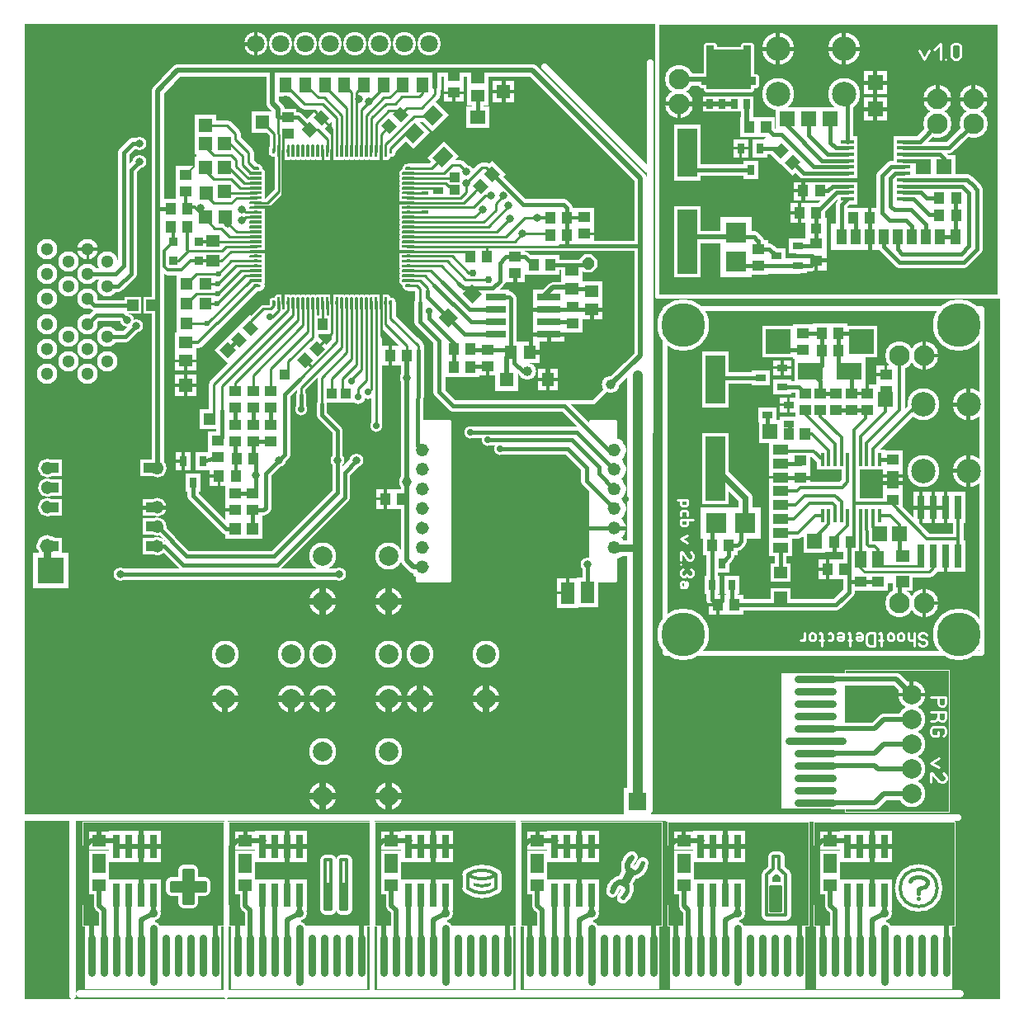
<source format=gbr>
%FSLAX34Y34*%
%MOMM*%
%LNCOPPER_TOP*%
G71*
G01*
%ADD10C, 0.002*%
%ADD11R, 2.600X2.500*%
%ADD12C, 1.480*%
%ADD13C, 0.880*%
%ADD14R, 1.500X1.500*%
%ADD15R, 0.900X0.900*%
%ADD16C, 0.600*%
%ADD17C, 1.080*%
%ADD18C, 1.800*%
%ADD19C, 1.500*%
%ADD20C, 0.300*%
%ADD21C, 1.500*%
%ADD22C, 1.300*%
%ADD23R, 1.900X2.000*%
%ADD24C, 1.000*%
%ADD25R, 3.200X1.600*%
%ADD26R, 1.800X1.700*%
%ADD27R, 2.100X2.400*%
%ADD28R, 2.200X2.200*%
%ADD29C, 0.700*%
%ADD30R, 1.800X2.000*%
%ADD31R, 2.000X2.000*%
%ADD32R, 1.600X1.900*%
%ADD33R, 1.900X1.600*%
%ADD34R, 1.800X1.800*%
%ADD35C, 1.350*%
%ADD36C, 1.200*%
%ADD37C, 0.400*%
%ADD38R, 2.100X2.200*%
%ADD39R, 2.400X2.400*%
%ADD40R, 2.000X1.900*%
%ADD41C, 1.300*%
%ADD42C, 1.600*%
%ADD43C, 1.100*%
%ADD44R, 2.200X2.100*%
%ADD45R, 2.800X1.600*%
%ADD46C, 1.400*%
%ADD47R, 1.900X1.900*%
%ADD48R, 2.400X2.200*%
%ADD49C, 1.600*%
%ADD50C, 0.280*%
%ADD51C, 1.350*%
%ADD52R, 1.600X3.200*%
%ADD53C, 0.100*%
%ADD54C, 0.200*%
%ADD55C, 0.750*%
%ADD56C, 0.900*%
%ADD57C, 0.680*%
%ADD58R, 2.200X3.100*%
%ADD59R, 1.600X1.200*%
%ADD60C, 1.197*%
%ADD61C, 0.500*%
%ADD62C, 1.400*%
%ADD63C, 0.150*%
%ADD64C, 2.100*%
%ADD65C, 1.800*%
%ADD66C, 2.400*%
%ADD67C, 2.800*%
%ADD68C, 2.200*%
%ADD69R, 2.150X1.200*%
%ADD70R, 2.200X2.800*%
%ADD71R, 3.200X3.200*%
%ADD72C, 3.300*%
%ADD73R, 2.800X7.400*%
%ADD74C, 1.900*%
%ADD75R, 2.800X5.800*%
%ADD76C, 2.900*%
%ADD77R, 2.300X2.300*%
%ADD78C, 0.286*%
%ADD79R, 1.350X1.600*%
%ADD80R, 1.200X2.150*%
%ADD81R, 2.400X1.800*%
%ADD82C, 1.150*%
%ADD83R, 2.300X2.400*%
%ADD84R, 3.300X2.500*%
%ADD85R, 3.340X3.340*%
%ADD86C, 2.300*%
%ADD87C, 1.400*%
%ADD88R, 2.000X2.500*%
%ADD89C, 0.238*%
%ADD90C, 5.300*%
%ADD91C, 0.297*%
%ADD92C, 0.325*%
%ADD93C, 0.308*%
%ADD94C, 0.378*%
%ADD95C, 0.304*%
%ADD96C, 0.317*%
%ADD97C, 0.267*%
%ADD98C, 0.433*%
%ADD99C, 0.303*%
%ADD100C, 0.299*%
%ADD101C, 0.372*%
%ADD102C, 0.667*%
%ADD103C, 0.333*%
%ADD104C, 0.341*%
%ADD105C, 0.367*%
%ADD106C, 0.312*%
%ADD107C, 0.417*%
%ADD108C, 0.385*%
%ADD109C, 0.413*%
%ADD110C, 0.318*%
%ADD111R, 1.400X1.300*%
%ADD112R, 0.300X0.300*%
%ADD113C, 1.000*%
%ADD114C, 0.700*%
%ADD115R, 1.100X1.200*%
%ADD116R, 2.400X0.800*%
%ADD117R, 1.200X1.100*%
%ADD118R, 1.300X1.600*%
%ADD119R, 1.400X1.400*%
%ADD120C, 0.500*%
%ADD121R, 1.000X1.200*%
%ADD122R, 1.200X1.200*%
%ADD123R, 0.800X1.100*%
%ADD124R, 1.100X0.800*%
%ADD125R, 1.000X1.000*%
%ADD126C, 0.750*%
%ADD127R, 1.300X1.400*%
%ADD128C, 0.800*%
%ADD129R, 2.000X0.800*%
%ADD130C, 3.000*%
%ADD131R, 1.100X1.100*%
%ADD132R, 1.600X1.400*%
%ADD133C, 0.800*%
%ADD134R, 0.800X2.400*%
%ADD135C, 0.900*%
%ADD136C, 0.254*%
%ADD137C, 2.000*%
%ADD138R, 1.400X2.300*%
%ADD139R, 0.800X0.400*%
%ADD140C, 0.397*%
%ADD141C, 0.600*%
%ADD142C, 1.300*%
%ADD143C, 2.800*%
%ADD144C, 1.200*%
%ADD145C, 1.800*%
%ADD146C, 2.000*%
%ADD147R, 1.350X0.400*%
%ADD148R, 1.000X1.600*%
%ADD149R, 1.600X1.600*%
%ADD150C, 2.500*%
%ADD151R, 2.000X6.600*%
%ADD152C, 1.100*%
%ADD153R, 2.000X5.000*%
%ADD154C, 2.100*%
%ADD155R, 0.750X1.000*%
%ADD156R, 0.400X1.350*%
%ADD157R, 1.600X1.000*%
%ADD158C, 0.350*%
%ADD159R, 1.500X1.600*%
%ADD160R, 2.500X1.700*%
%ADD161R, 2.540X2.540*%
%ADD162C, 1.500*%
%ADD163R, 1.200X1.700*%
%ADD164C, 4.500*%
%LPD*%
G54D10*
X250Y50D02*
X1000250Y50D01*
X1000250Y-999950D01*
X250Y-999950D01*
X250Y50D01*
G36*
X250Y50D02*
X1000250Y50D01*
X1000250Y-999950D01*
X250Y-999950D01*
X250Y50D01*
G37*
%LPC*%
X192665Y-242946D02*
G54D11*
D03*
X192665Y-221946D02*
G54D11*
D03*
G54D12*
X237366Y-227995D02*
X206503Y-227995D01*
X201944Y-232555D01*
X167613Y-232555D01*
X157576Y-242592D01*
X150972Y-242592D01*
G54D12*
X237366Y-222995D02*
X199296Y-222995D01*
X194066Y-217964D01*
G54D12*
X237366Y-232995D02*
X211272Y-232995D01*
X201322Y-242945D01*
X192665Y-242946D01*
G54D13*
X237366Y-182975D02*
X248977Y-182975D01*
X260340Y-171613D01*
X260340Y-130001D01*
X152560Y-223542D02*
G54D14*
D03*
X152560Y-242592D02*
G54D14*
D03*
X178674Y-242592D02*
G54D14*
D03*
X178722Y-223484D02*
G54D14*
D03*
G36*
X370839Y-125502D02*
X379839Y-125501D01*
X379840Y-134501D01*
X370840Y-134502D01*
X370839Y-125502D01*
G37*
G36*
X365839Y-125502D02*
X374839Y-125501D01*
X374840Y-134501D01*
X365840Y-134502D01*
X365839Y-125502D01*
G37*
X365339Y-130001D02*
G54D15*
D03*
X360339Y-130001D02*
G54D15*
D03*
X355340Y-130001D02*
G54D15*
D03*
X350339Y-130001D02*
G54D15*
D03*
G36*
X340839Y-125501D02*
X349839Y-125501D01*
X349840Y-134501D01*
X340840Y-134501D01*
X340839Y-125501D01*
G37*
X340339Y-130001D02*
G54D15*
D03*
X335340Y-130001D02*
G54D15*
D03*
X330340Y-130001D02*
G54D15*
D03*
X325339Y-130001D02*
G54D15*
D03*
G36*
X315839Y-125502D02*
X324839Y-125501D01*
X324840Y-134501D01*
X315840Y-134502D01*
X315839Y-125502D01*
G37*
X315339Y-130001D02*
G54D15*
D03*
X310339Y-130001D02*
G54D15*
D03*
X305339Y-130001D02*
G54D15*
D03*
X300340Y-130001D02*
G54D15*
D03*
X295339Y-130001D02*
G54D15*
D03*
G36*
X285839Y-125502D02*
X294839Y-125501D01*
X294840Y-134501D01*
X285840Y-134502D01*
X285839Y-125502D01*
G37*
G36*
X280839Y-125501D02*
X289839Y-125501D01*
X289840Y-134501D01*
X280840Y-134501D01*
X280839Y-125501D01*
G37*
X280339Y-130001D02*
G54D15*
D03*
X275340Y-130001D02*
G54D15*
D03*
X270340Y-130001D02*
G54D15*
D03*
G36*
X260839Y-125502D02*
X269839Y-125501D01*
X269840Y-134501D01*
X260840Y-134502D01*
X260839Y-125502D01*
G37*
X260340Y-130001D02*
G54D15*
D03*
G36*
X250839Y-125502D02*
X259839Y-125501D01*
X259840Y-134501D01*
X250840Y-134502D01*
X250839Y-125502D01*
G37*
G36*
X375834Y-126970D02*
X376834Y-127970D01*
X376834Y-132470D01*
X376334Y-132970D01*
X374334Y-132970D01*
X373834Y-132470D01*
X373834Y-127970D01*
X374834Y-126970D01*
X375834Y-126970D01*
G37*
G54D16*
X375834Y-126970D02*
X376834Y-127970D01*
X376834Y-132470D01*
X376334Y-132970D01*
X374334Y-132970D01*
X373834Y-132470D01*
X373834Y-127970D01*
X374834Y-126970D01*
X375834Y-126970D01*
G36*
X255834Y-126970D02*
X256834Y-127970D01*
X256834Y-132470D01*
X256334Y-132970D01*
X254334Y-132970D01*
X253834Y-132470D01*
X253834Y-127970D01*
X254834Y-126970D01*
X255834Y-126970D01*
G37*
G54D16*
X255834Y-126970D02*
X256834Y-127970D01*
X256834Y-132470D01*
X256334Y-132970D01*
X254334Y-132970D01*
X253834Y-132470D01*
X253834Y-127970D01*
X254834Y-126970D01*
X255834Y-126970D01*
G36*
X365834Y-122970D02*
X366834Y-123970D01*
X366834Y-135470D01*
X366334Y-135970D01*
X364334Y-135970D01*
X363834Y-135470D01*
X363834Y-123970D01*
X364834Y-122970D01*
X365834Y-122970D01*
G37*
G54D16*
X365834Y-122970D02*
X366834Y-123970D01*
X366834Y-135470D01*
X366334Y-135970D01*
X364334Y-135970D01*
X363834Y-135470D01*
X363834Y-123970D01*
X364834Y-122970D01*
X365834Y-122970D01*
G36*
X360834Y-122970D02*
X361834Y-123970D01*
X361834Y-135470D01*
X361334Y-135970D01*
X359334Y-135970D01*
X358834Y-135470D01*
X358834Y-123970D01*
X359834Y-122970D01*
X360834Y-122970D01*
G37*
G54D16*
X360834Y-122970D02*
X361834Y-123970D01*
X361834Y-135470D01*
X361334Y-135970D01*
X359334Y-135970D01*
X358834Y-135470D01*
X358834Y-123970D01*
X359834Y-122970D01*
X360834Y-122970D01*
G36*
X355834Y-122970D02*
X356834Y-123970D01*
X356834Y-135470D01*
X356334Y-135970D01*
X354334Y-135970D01*
X353834Y-135470D01*
X353834Y-123970D01*
X354834Y-122970D01*
X355834Y-122970D01*
G37*
G54D16*
X355834Y-122970D02*
X356834Y-123970D01*
X356834Y-135470D01*
X356334Y-135970D01*
X354334Y-135970D01*
X353834Y-135470D01*
X353834Y-123970D01*
X354834Y-122970D01*
X355834Y-122970D01*
G36*
X350834Y-122970D02*
X351834Y-123970D01*
X351834Y-135470D01*
X351334Y-135970D01*
X349334Y-135970D01*
X348834Y-135470D01*
X348834Y-123970D01*
X349834Y-122970D01*
X350834Y-122970D01*
G37*
G54D16*
X350834Y-122970D02*
X351834Y-123970D01*
X351834Y-135470D01*
X351334Y-135970D01*
X349334Y-135970D01*
X348834Y-135470D01*
X348834Y-123970D01*
X349834Y-122970D01*
X350834Y-122970D01*
G36*
X345834Y-122970D02*
X346834Y-123970D01*
X346834Y-135470D01*
X346334Y-135970D01*
X344334Y-135970D01*
X343834Y-135470D01*
X343834Y-123970D01*
X344834Y-122970D01*
X345834Y-122970D01*
G37*
G54D16*
X345834Y-122970D02*
X346834Y-123970D01*
X346834Y-135470D01*
X346334Y-135970D01*
X344334Y-135970D01*
X343834Y-135470D01*
X343834Y-123970D01*
X344834Y-122970D01*
X345834Y-122970D01*
G36*
X340834Y-122970D02*
X341834Y-123970D01*
X341834Y-135470D01*
X341334Y-135970D01*
X339334Y-135970D01*
X338834Y-135470D01*
X338834Y-123970D01*
X339834Y-122970D01*
X340834Y-122970D01*
G37*
G54D16*
X340834Y-122970D02*
X341834Y-123970D01*
X341834Y-135470D01*
X341334Y-135970D01*
X339334Y-135970D01*
X338834Y-135470D01*
X338834Y-123970D01*
X339834Y-122970D01*
X340834Y-122970D01*
G36*
X335834Y-122970D02*
X336834Y-123970D01*
X336834Y-135470D01*
X336334Y-135970D01*
X334334Y-135970D01*
X333834Y-135470D01*
X333834Y-123970D01*
X334834Y-122970D01*
X335834Y-122970D01*
G37*
G54D16*
X335834Y-122970D02*
X336834Y-123970D01*
X336834Y-135470D01*
X336334Y-135970D01*
X334334Y-135970D01*
X333834Y-135470D01*
X333834Y-123970D01*
X334834Y-122970D01*
X335834Y-122970D01*
G36*
X330834Y-122970D02*
X331834Y-123970D01*
X331834Y-135470D01*
X331334Y-135970D01*
X329334Y-135970D01*
X328834Y-135470D01*
X328834Y-123970D01*
X329834Y-122970D01*
X330834Y-122970D01*
G37*
G54D16*
X330834Y-122970D02*
X331834Y-123970D01*
X331834Y-135470D01*
X331334Y-135970D01*
X329334Y-135970D01*
X328834Y-135470D01*
X328834Y-123970D01*
X329834Y-122970D01*
X330834Y-122970D01*
G36*
X325834Y-122970D02*
X326834Y-123970D01*
X326834Y-135470D01*
X326334Y-135970D01*
X324334Y-135970D01*
X323834Y-135470D01*
X323834Y-123970D01*
X324834Y-122970D01*
X325834Y-122970D01*
G37*
G54D16*
X325834Y-122970D02*
X326834Y-123970D01*
X326834Y-135470D01*
X326334Y-135970D01*
X324334Y-135970D01*
X323834Y-135470D01*
X323834Y-123970D01*
X324834Y-122970D01*
X325834Y-122970D01*
G36*
X320834Y-122970D02*
X321834Y-123970D01*
X321834Y-135470D01*
X321334Y-135970D01*
X319334Y-135970D01*
X318834Y-135470D01*
X318834Y-123970D01*
X319834Y-122970D01*
X320834Y-122970D01*
G37*
G54D16*
X320834Y-122970D02*
X321834Y-123970D01*
X321834Y-135470D01*
X321334Y-135970D01*
X319334Y-135970D01*
X318834Y-135470D01*
X318834Y-123970D01*
X319834Y-122970D01*
X320834Y-122970D01*
G36*
X315834Y-122970D02*
X316834Y-123970D01*
X316834Y-135470D01*
X316334Y-135970D01*
X314334Y-135970D01*
X313834Y-135470D01*
X313834Y-123970D01*
X314834Y-122970D01*
X315834Y-122970D01*
G37*
G54D16*
X315834Y-122970D02*
X316834Y-123970D01*
X316834Y-135470D01*
X316334Y-135970D01*
X314334Y-135970D01*
X313834Y-135470D01*
X313834Y-123970D01*
X314834Y-122970D01*
X315834Y-122970D01*
G36*
X310834Y-122970D02*
X311834Y-123970D01*
X311834Y-135470D01*
X311334Y-135970D01*
X309334Y-135970D01*
X308834Y-135470D01*
X308834Y-123970D01*
X309834Y-122970D01*
X310834Y-122970D01*
G37*
G54D16*
X310834Y-122970D02*
X311834Y-123970D01*
X311834Y-135470D01*
X311334Y-135970D01*
X309334Y-135970D01*
X308834Y-135470D01*
X308834Y-123970D01*
X309834Y-122970D01*
X310834Y-122970D01*
G36*
X305834Y-122970D02*
X306834Y-123970D01*
X306834Y-135470D01*
X306334Y-135970D01*
X304334Y-135970D01*
X303834Y-135470D01*
X303834Y-123970D01*
X304834Y-122970D01*
X305834Y-122970D01*
G37*
G54D16*
X305834Y-122970D02*
X306834Y-123970D01*
X306834Y-135470D01*
X306334Y-135970D01*
X304334Y-135970D01*
X303834Y-135470D01*
X303834Y-123970D01*
X304834Y-122970D01*
X305834Y-122970D01*
G36*
X300834Y-122970D02*
X301834Y-123970D01*
X301834Y-135470D01*
X301334Y-135970D01*
X299334Y-135970D01*
X298834Y-135470D01*
X298834Y-123970D01*
X299834Y-122970D01*
X300834Y-122970D01*
G37*
G54D16*
X300834Y-122970D02*
X301834Y-123970D01*
X301834Y-135470D01*
X301334Y-135970D01*
X299334Y-135970D01*
X298834Y-135470D01*
X298834Y-123970D01*
X299834Y-122970D01*
X300834Y-122970D01*
G36*
X295834Y-122970D02*
X296834Y-123970D01*
X296834Y-135470D01*
X296334Y-135970D01*
X294334Y-135970D01*
X293834Y-135470D01*
X293834Y-123970D01*
X294834Y-122970D01*
X295834Y-122970D01*
G37*
G54D16*
X295834Y-122970D02*
X296834Y-123970D01*
X296834Y-135470D01*
X296334Y-135970D01*
X294334Y-135970D01*
X293834Y-135470D01*
X293834Y-123970D01*
X294834Y-122970D01*
X295834Y-122970D01*
G36*
X290834Y-122970D02*
X291834Y-123970D01*
X291834Y-135470D01*
X291334Y-135970D01*
X289334Y-135970D01*
X288834Y-135470D01*
X288834Y-123970D01*
X289834Y-122970D01*
X290834Y-122970D01*
G37*
G54D16*
X290834Y-122970D02*
X291834Y-123970D01*
X291834Y-135470D01*
X291334Y-135970D01*
X289334Y-135970D01*
X288834Y-135470D01*
X288834Y-123970D01*
X289834Y-122970D01*
X290834Y-122970D01*
G36*
X285834Y-122970D02*
X286834Y-123970D01*
X286834Y-135470D01*
X286334Y-135970D01*
X284334Y-135970D01*
X283834Y-135470D01*
X283834Y-123970D01*
X284834Y-122970D01*
X285834Y-122970D01*
G37*
G54D16*
X285834Y-122970D02*
X286834Y-123970D01*
X286834Y-135470D01*
X286334Y-135970D01*
X284334Y-135970D01*
X283834Y-135470D01*
X283834Y-123970D01*
X284834Y-122970D01*
X285834Y-122970D01*
G36*
X280834Y-122970D02*
X281834Y-123970D01*
X281834Y-135470D01*
X281334Y-135970D01*
X279334Y-135970D01*
X278834Y-135470D01*
X278834Y-123970D01*
X279834Y-122970D01*
X280834Y-122970D01*
G37*
G54D16*
X280834Y-122970D02*
X281834Y-123970D01*
X281834Y-135470D01*
X281334Y-135970D01*
X279334Y-135970D01*
X278834Y-135470D01*
X278834Y-123970D01*
X279834Y-122970D01*
X280834Y-122970D01*
G36*
X275834Y-122970D02*
X276834Y-123970D01*
X276834Y-135470D01*
X276334Y-135970D01*
X274334Y-135970D01*
X273834Y-135470D01*
X273834Y-123970D01*
X274834Y-122970D01*
X275834Y-122970D01*
G37*
G54D16*
X275834Y-122970D02*
X276834Y-123970D01*
X276834Y-135470D01*
X276334Y-135970D01*
X274334Y-135970D01*
X273834Y-135470D01*
X273834Y-123970D01*
X274834Y-122970D01*
X275834Y-122970D01*
G36*
X270834Y-122970D02*
X271834Y-123970D01*
X271834Y-135470D01*
X271334Y-135970D01*
X269334Y-135970D01*
X268834Y-135470D01*
X268834Y-123970D01*
X269834Y-122970D01*
X270834Y-122970D01*
G37*
G54D16*
X270834Y-122970D02*
X271834Y-123970D01*
X271834Y-135470D01*
X271334Y-135970D01*
X269334Y-135970D01*
X268834Y-135470D01*
X268834Y-123970D01*
X269834Y-122970D01*
X270834Y-122970D01*
G36*
X265834Y-122970D02*
X266834Y-123970D01*
X266834Y-135470D01*
X266334Y-135970D01*
X264334Y-135970D01*
X263834Y-135470D01*
X263834Y-123970D01*
X264834Y-122970D01*
X265834Y-122970D01*
G37*
G54D16*
X265834Y-122970D02*
X266834Y-123970D01*
X266834Y-135470D01*
X266334Y-135970D01*
X264334Y-135970D01*
X263834Y-135470D01*
X263834Y-123970D01*
X264834Y-122970D01*
X265834Y-122970D01*
G36*
X260834Y-122970D02*
X261834Y-123970D01*
X261834Y-135470D01*
X261334Y-135970D01*
X259334Y-135970D01*
X258834Y-135470D01*
X258834Y-123970D01*
X259834Y-122970D01*
X260834Y-122970D01*
G37*
G54D16*
X260834Y-122970D02*
X261834Y-123970D01*
X261834Y-135470D01*
X261334Y-135970D01*
X259334Y-135970D01*
X258834Y-135470D01*
X258834Y-123970D01*
X259834Y-122970D01*
X260834Y-122970D01*
G36*
X370834Y-122970D02*
X371834Y-123970D01*
X371834Y-135470D01*
X371334Y-135970D01*
X369334Y-135970D01*
X368834Y-135470D01*
X368834Y-123970D01*
X369834Y-122970D01*
X370834Y-122970D01*
G37*
G54D16*
X370834Y-122970D02*
X371834Y-123970D01*
X371834Y-135470D01*
X371334Y-135970D01*
X369334Y-135970D01*
X368834Y-135470D01*
X368834Y-123970D01*
X369834Y-122970D01*
X370834Y-122970D01*
X393303Y-267965D02*
G54D15*
D03*
X393303Y-262965D02*
G54D15*
D03*
X393303Y-257965D02*
G54D15*
D03*
X393303Y-252965D02*
G54D15*
D03*
X393303Y-247965D02*
G54D15*
D03*
X393303Y-242965D02*
G54D15*
D03*
X393303Y-237965D02*
G54D15*
D03*
X393303Y-232965D02*
G54D15*
D03*
X393303Y-227965D02*
G54D15*
D03*
X393303Y-222965D02*
G54D15*
D03*
X393303Y-217965D02*
G54D15*
D03*
X393303Y-212965D02*
G54D15*
D03*
X393303Y-207965D02*
G54D15*
D03*
X393303Y-202965D02*
G54D15*
D03*
X393303Y-197965D02*
G54D15*
D03*
X393303Y-192965D02*
G54D15*
D03*
X393303Y-187965D02*
G54D15*
D03*
X393303Y-182965D02*
G54D15*
D03*
X393303Y-177965D02*
G54D15*
D03*
X393303Y-172965D02*
G54D15*
D03*
X393303Y-167965D02*
G54D15*
D03*
X393303Y-162965D02*
G54D15*
D03*
X393303Y-157965D02*
G54D15*
D03*
X393303Y-152965D02*
G54D15*
D03*
X393303Y-147965D02*
G54D15*
D03*
G36*
X396334Y-268470D02*
X395334Y-269470D01*
X390834Y-269470D01*
X390334Y-268970D01*
X390334Y-266970D01*
X390834Y-266470D01*
X395334Y-266470D01*
X396334Y-267470D01*
X396334Y-268470D01*
G37*
G54D16*
X396334Y-268470D02*
X395334Y-269470D01*
X390834Y-269470D01*
X390334Y-268970D01*
X390334Y-266970D01*
X390834Y-266470D01*
X395334Y-266470D01*
X396334Y-267470D01*
X396334Y-268470D01*
G36*
X396334Y-148470D02*
X395334Y-149470D01*
X390834Y-149470D01*
X390334Y-148970D01*
X390334Y-146970D01*
X390834Y-146470D01*
X395334Y-146470D01*
X396334Y-147470D01*
X396334Y-148470D01*
G37*
G54D16*
X396334Y-148470D02*
X395334Y-149470D01*
X390834Y-149470D01*
X390334Y-148970D01*
X390334Y-146970D01*
X390834Y-146470D01*
X395334Y-146470D01*
X396334Y-147470D01*
X396334Y-148470D01*
G36*
X400334Y-258470D02*
X399334Y-259470D01*
X387834Y-259470D01*
X387334Y-258970D01*
X387334Y-256970D01*
X387834Y-256470D01*
X399334Y-256470D01*
X400334Y-257470D01*
X400334Y-258470D01*
G37*
G54D16*
X400334Y-258470D02*
X399334Y-259470D01*
X387834Y-259470D01*
X387334Y-258970D01*
X387334Y-256970D01*
X387834Y-256470D01*
X399334Y-256470D01*
X400334Y-257470D01*
X400334Y-258470D01*
G36*
X400334Y-253470D02*
X399334Y-254470D01*
X387834Y-254470D01*
X387334Y-253970D01*
X387334Y-251970D01*
X387834Y-251470D01*
X399334Y-251470D01*
X400334Y-252470D01*
X400334Y-253470D01*
G37*
G54D16*
X400334Y-253470D02*
X399334Y-254470D01*
X387834Y-254470D01*
X387334Y-253970D01*
X387334Y-251970D01*
X387834Y-251470D01*
X399334Y-251470D01*
X400334Y-252470D01*
X400334Y-253470D01*
G36*
X400334Y-248470D02*
X399334Y-249470D01*
X387834Y-249470D01*
X387334Y-248970D01*
X387334Y-246970D01*
X387834Y-246470D01*
X399334Y-246470D01*
X400334Y-247470D01*
X400334Y-248470D01*
G37*
G54D16*
X400334Y-248470D02*
X399334Y-249470D01*
X387834Y-249470D01*
X387334Y-248970D01*
X387334Y-246970D01*
X387834Y-246470D01*
X399334Y-246470D01*
X400334Y-247470D01*
X400334Y-248470D01*
G36*
X400334Y-243470D02*
X399334Y-244470D01*
X387834Y-244470D01*
X387334Y-243970D01*
X387334Y-241970D01*
X387834Y-241470D01*
X399334Y-241470D01*
X400334Y-242470D01*
X400334Y-243470D01*
G37*
G54D16*
X400334Y-243470D02*
X399334Y-244470D01*
X387834Y-244470D01*
X387334Y-243970D01*
X387334Y-241970D01*
X387834Y-241470D01*
X399334Y-241470D01*
X400334Y-242470D01*
X400334Y-243470D01*
G36*
X400334Y-238470D02*
X399334Y-239470D01*
X387834Y-239470D01*
X387334Y-238970D01*
X387334Y-236970D01*
X387834Y-236470D01*
X399334Y-236470D01*
X400334Y-237470D01*
X400334Y-238470D01*
G37*
G54D16*
X400334Y-238470D02*
X399334Y-239470D01*
X387834Y-239470D01*
X387334Y-238970D01*
X387334Y-236970D01*
X387834Y-236470D01*
X399334Y-236470D01*
X400334Y-237470D01*
X400334Y-238470D01*
G36*
X400334Y-233470D02*
X399334Y-234470D01*
X387834Y-234470D01*
X387334Y-233970D01*
X387334Y-231970D01*
X387834Y-231470D01*
X399334Y-231470D01*
X400334Y-232470D01*
X400334Y-233470D01*
G37*
G54D16*
X400334Y-233470D02*
X399334Y-234470D01*
X387834Y-234470D01*
X387334Y-233970D01*
X387334Y-231970D01*
X387834Y-231470D01*
X399334Y-231470D01*
X400334Y-232470D01*
X400334Y-233470D01*
G36*
X400334Y-228470D02*
X399334Y-229470D01*
X387834Y-229470D01*
X387334Y-228970D01*
X387334Y-226970D01*
X387834Y-226470D01*
X399334Y-226470D01*
X400334Y-227470D01*
X400334Y-228470D01*
G37*
G54D16*
X400334Y-228470D02*
X399334Y-229470D01*
X387834Y-229470D01*
X387334Y-228970D01*
X387334Y-226970D01*
X387834Y-226470D01*
X399334Y-226470D01*
X400334Y-227470D01*
X400334Y-228470D01*
G36*
X400334Y-223470D02*
X399334Y-224470D01*
X387834Y-224470D01*
X387334Y-223970D01*
X387334Y-221970D01*
X387834Y-221470D01*
X399334Y-221470D01*
X400334Y-222470D01*
X400334Y-223470D01*
G37*
G54D16*
X400334Y-223470D02*
X399334Y-224470D01*
X387834Y-224470D01*
X387334Y-223970D01*
X387334Y-221970D01*
X387834Y-221470D01*
X399334Y-221470D01*
X400334Y-222470D01*
X400334Y-223470D01*
G36*
X400334Y-218470D02*
X399334Y-219470D01*
X387834Y-219470D01*
X387334Y-218970D01*
X387334Y-216970D01*
X387834Y-216470D01*
X399334Y-216470D01*
X400334Y-217470D01*
X400334Y-218470D01*
G37*
G54D16*
X400334Y-218470D02*
X399334Y-219470D01*
X387834Y-219470D01*
X387334Y-218970D01*
X387334Y-216970D01*
X387834Y-216470D01*
X399334Y-216470D01*
X400334Y-217470D01*
X400334Y-218470D01*
G36*
X400334Y-213470D02*
X399334Y-214470D01*
X387834Y-214470D01*
X387334Y-213970D01*
X387334Y-211970D01*
X387834Y-211470D01*
X399334Y-211470D01*
X400334Y-212470D01*
X400334Y-213470D01*
G37*
G54D16*
X400334Y-213470D02*
X399334Y-214470D01*
X387834Y-214470D01*
X387334Y-213970D01*
X387334Y-211970D01*
X387834Y-211470D01*
X399334Y-211470D01*
X400334Y-212470D01*
X400334Y-213470D01*
G36*
X400334Y-208470D02*
X399334Y-209470D01*
X387834Y-209470D01*
X387334Y-208970D01*
X387334Y-206970D01*
X387834Y-206470D01*
X399334Y-206470D01*
X400334Y-207470D01*
X400334Y-208470D01*
G37*
G54D16*
X400334Y-208470D02*
X399334Y-209470D01*
X387834Y-209470D01*
X387334Y-208970D01*
X387334Y-206970D01*
X387834Y-206470D01*
X399334Y-206470D01*
X400334Y-207470D01*
X400334Y-208470D01*
G36*
X400334Y-203470D02*
X399334Y-204470D01*
X387834Y-204470D01*
X387334Y-203970D01*
X387334Y-201970D01*
X387834Y-201470D01*
X399334Y-201470D01*
X400334Y-202470D01*
X400334Y-203470D01*
G37*
G54D16*
X400334Y-203470D02*
X399334Y-204470D01*
X387834Y-204470D01*
X387334Y-203970D01*
X387334Y-201970D01*
X387834Y-201470D01*
X399334Y-201470D01*
X400334Y-202470D01*
X400334Y-203470D01*
G36*
X400334Y-198470D02*
X399334Y-199470D01*
X387834Y-199470D01*
X387334Y-198970D01*
X387334Y-196970D01*
X387834Y-196470D01*
X399334Y-196470D01*
X400334Y-197470D01*
X400334Y-198470D01*
G37*
G54D16*
X400334Y-198470D02*
X399334Y-199470D01*
X387834Y-199470D01*
X387334Y-198970D01*
X387334Y-196970D01*
X387834Y-196470D01*
X399334Y-196470D01*
X400334Y-197470D01*
X400334Y-198470D01*
G36*
X400334Y-193470D02*
X399334Y-194470D01*
X387834Y-194470D01*
X387334Y-193970D01*
X387334Y-191970D01*
X387834Y-191470D01*
X399334Y-191470D01*
X400334Y-192470D01*
X400334Y-193470D01*
G37*
G54D16*
X400334Y-193470D02*
X399334Y-194470D01*
X387834Y-194470D01*
X387334Y-193970D01*
X387334Y-191970D01*
X387834Y-191470D01*
X399334Y-191470D01*
X400334Y-192470D01*
X400334Y-193470D01*
G36*
X400334Y-188470D02*
X399334Y-189470D01*
X387834Y-189470D01*
X387334Y-188970D01*
X387334Y-186970D01*
X387834Y-186470D01*
X399334Y-186470D01*
X400334Y-187470D01*
X400334Y-188470D01*
G37*
G54D16*
X400334Y-188470D02*
X399334Y-189470D01*
X387834Y-189470D01*
X387334Y-188970D01*
X387334Y-186970D01*
X387834Y-186470D01*
X399334Y-186470D01*
X400334Y-187470D01*
X400334Y-188470D01*
G36*
X400334Y-183470D02*
X399334Y-184470D01*
X387834Y-184470D01*
X387334Y-183970D01*
X387334Y-181970D01*
X387834Y-181470D01*
X399334Y-181470D01*
X400334Y-182470D01*
X400334Y-183470D01*
G37*
G54D16*
X400334Y-183470D02*
X399334Y-184470D01*
X387834Y-184470D01*
X387334Y-183970D01*
X387334Y-181970D01*
X387834Y-181470D01*
X399334Y-181470D01*
X400334Y-182470D01*
X400334Y-183470D01*
G36*
X400334Y-178470D02*
X399334Y-179470D01*
X387834Y-179470D01*
X387334Y-178970D01*
X387334Y-176970D01*
X387834Y-176470D01*
X399334Y-176470D01*
X400334Y-177470D01*
X400334Y-178470D01*
G37*
G54D16*
X400334Y-178470D02*
X399334Y-179470D01*
X387834Y-179470D01*
X387334Y-178970D01*
X387334Y-176970D01*
X387834Y-176470D01*
X399334Y-176470D01*
X400334Y-177470D01*
X400334Y-178470D01*
G36*
X400334Y-173470D02*
X399334Y-174470D01*
X387834Y-174470D01*
X387334Y-173970D01*
X387334Y-171970D01*
X387834Y-171470D01*
X399334Y-171470D01*
X400334Y-172470D01*
X400334Y-173470D01*
G37*
G54D16*
X400334Y-173470D02*
X399334Y-174470D01*
X387834Y-174470D01*
X387334Y-173970D01*
X387334Y-171970D01*
X387834Y-171470D01*
X399334Y-171470D01*
X400334Y-172470D01*
X400334Y-173470D01*
G36*
X400334Y-168470D02*
X399334Y-169470D01*
X387834Y-169470D01*
X387334Y-168970D01*
X387334Y-166970D01*
X387834Y-166470D01*
X399334Y-166470D01*
X400334Y-167470D01*
X400334Y-168470D01*
G37*
G54D16*
X400334Y-168470D02*
X399334Y-169470D01*
X387834Y-169470D01*
X387334Y-168970D01*
X387334Y-166970D01*
X387834Y-166470D01*
X399334Y-166470D01*
X400334Y-167470D01*
X400334Y-168470D01*
G36*
X400334Y-163470D02*
X399334Y-164470D01*
X387834Y-164470D01*
X387334Y-163970D01*
X387334Y-161970D01*
X387834Y-161470D01*
X399334Y-161470D01*
X400334Y-162470D01*
X400334Y-163470D01*
G37*
G54D16*
X400334Y-163470D02*
X399334Y-164470D01*
X387834Y-164470D01*
X387334Y-163970D01*
X387334Y-161970D01*
X387834Y-161470D01*
X399334Y-161470D01*
X400334Y-162470D01*
X400334Y-163470D01*
G36*
X400334Y-158470D02*
X399334Y-159470D01*
X387834Y-159470D01*
X387334Y-158970D01*
X387334Y-156970D01*
X387834Y-156470D01*
X399334Y-156470D01*
X400334Y-157470D01*
X400334Y-158470D01*
G37*
G54D16*
X400334Y-158470D02*
X399334Y-159470D01*
X387834Y-159470D01*
X387334Y-158970D01*
X387334Y-156970D01*
X387834Y-156470D01*
X399334Y-156470D01*
X400334Y-157470D01*
X400334Y-158470D01*
G36*
X400334Y-153470D02*
X399334Y-154470D01*
X387834Y-154470D01*
X387334Y-153970D01*
X387334Y-151970D01*
X387834Y-151470D01*
X399334Y-151470D01*
X400334Y-152470D01*
X400334Y-153470D01*
G37*
G54D16*
X400334Y-153470D02*
X399334Y-154470D01*
X387834Y-154470D01*
X387334Y-153970D01*
X387334Y-151970D01*
X387834Y-151470D01*
X399334Y-151470D01*
X400334Y-152470D01*
X400334Y-153470D01*
G36*
X400334Y-263470D02*
X399334Y-264470D01*
X387834Y-264470D01*
X387334Y-263970D01*
X387334Y-261970D01*
X387834Y-261470D01*
X399334Y-261470D01*
X400334Y-262470D01*
X400334Y-263470D01*
G37*
G54D16*
X400334Y-263470D02*
X399334Y-264470D01*
X387834Y-264470D01*
X387334Y-263970D01*
X387334Y-261970D01*
X387834Y-261470D01*
X399334Y-261470D01*
X400334Y-262470D01*
X400334Y-263470D01*
X255339Y-285939D02*
G54D15*
D03*
X260339Y-285939D02*
G54D15*
D03*
X265339Y-285939D02*
G54D15*
D03*
X270339Y-285939D02*
G54D15*
D03*
X275339Y-285939D02*
G54D15*
D03*
X280339Y-285939D02*
G54D15*
D03*
X285339Y-285939D02*
G54D15*
D03*
X290339Y-285939D02*
G54D15*
D03*
X295339Y-285939D02*
G54D15*
D03*
X300339Y-285939D02*
G54D15*
D03*
X305339Y-285939D02*
G54D15*
D03*
X310340Y-285939D02*
G54D15*
D03*
X315339Y-285939D02*
G54D15*
D03*
X320339Y-285939D02*
G54D15*
D03*
X325339Y-285939D02*
G54D15*
D03*
X330339Y-285939D02*
G54D15*
D03*
X335339Y-285939D02*
G54D15*
D03*
X340340Y-285939D02*
G54D15*
D03*
X345340Y-285939D02*
G54D15*
D03*
X350339Y-285939D02*
G54D15*
D03*
X355339Y-285939D02*
G54D15*
D03*
X360339Y-285939D02*
G54D15*
D03*
X365339Y-285939D02*
G54D15*
D03*
X370339Y-285939D02*
G54D15*
D03*
X375340Y-285939D02*
G54D15*
D03*
G36*
X254834Y-288970D02*
X253834Y-287970D01*
X253834Y-283470D01*
X254334Y-282970D01*
X256334Y-282970D01*
X256834Y-283470D01*
X256834Y-287970D01*
X255834Y-288970D01*
X254834Y-288970D01*
G37*
G54D16*
X254834Y-288970D02*
X253834Y-287970D01*
X253834Y-283470D01*
X254334Y-282970D01*
X256334Y-282970D01*
X256834Y-283470D01*
X256834Y-287970D01*
X255834Y-288970D01*
X254834Y-288970D01*
G36*
X374834Y-288970D02*
X373834Y-287970D01*
X373834Y-283470D01*
X374334Y-282970D01*
X376334Y-282970D01*
X376834Y-283470D01*
X376834Y-287970D01*
X375834Y-288970D01*
X374834Y-288970D01*
G37*
G54D16*
X374834Y-288970D02*
X373834Y-287970D01*
X373834Y-283470D01*
X374334Y-282970D01*
X376334Y-282970D01*
X376834Y-283470D01*
X376834Y-287970D01*
X375834Y-288970D01*
X374834Y-288970D01*
G36*
X264834Y-292970D02*
X263834Y-291970D01*
X263834Y-280470D01*
X264334Y-279970D01*
X266334Y-279970D01*
X266834Y-280470D01*
X266834Y-291970D01*
X265834Y-292970D01*
X264834Y-292970D01*
G37*
G54D16*
X264834Y-292970D02*
X263834Y-291970D01*
X263834Y-280470D01*
X264334Y-279970D01*
X266334Y-279970D01*
X266834Y-280470D01*
X266834Y-291970D01*
X265834Y-292970D01*
X264834Y-292970D01*
G36*
X269834Y-292970D02*
X268834Y-291970D01*
X268834Y-280470D01*
X269334Y-279970D01*
X271334Y-279970D01*
X271834Y-280470D01*
X271834Y-291970D01*
X270834Y-292970D01*
X269834Y-292970D01*
G37*
G54D16*
X269834Y-292970D02*
X268834Y-291970D01*
X268834Y-280470D01*
X269334Y-279970D01*
X271334Y-279970D01*
X271834Y-280470D01*
X271834Y-291970D01*
X270834Y-292970D01*
X269834Y-292970D01*
G36*
X274834Y-292970D02*
X273834Y-291970D01*
X273834Y-280470D01*
X274334Y-279970D01*
X276334Y-279970D01*
X276834Y-280470D01*
X276834Y-291970D01*
X275834Y-292970D01*
X274834Y-292970D01*
G37*
G54D16*
X274834Y-292970D02*
X273834Y-291970D01*
X273834Y-280470D01*
X274334Y-279970D01*
X276334Y-279970D01*
X276834Y-280470D01*
X276834Y-291970D01*
X275834Y-292970D01*
X274834Y-292970D01*
G36*
X279834Y-292970D02*
X278834Y-291970D01*
X278834Y-280470D01*
X279334Y-279970D01*
X281334Y-279970D01*
X281834Y-280470D01*
X281834Y-291970D01*
X280834Y-292970D01*
X279834Y-292970D01*
G37*
G54D16*
X279834Y-292970D02*
X278834Y-291970D01*
X278834Y-280470D01*
X279334Y-279970D01*
X281334Y-279970D01*
X281834Y-280470D01*
X281834Y-291970D01*
X280834Y-292970D01*
X279834Y-292970D01*
G36*
X284834Y-292970D02*
X283834Y-291970D01*
X283834Y-280470D01*
X284334Y-279970D01*
X286334Y-279970D01*
X286834Y-280470D01*
X286834Y-291970D01*
X285834Y-292970D01*
X284834Y-292970D01*
G37*
G54D16*
X284834Y-292970D02*
X283834Y-291970D01*
X283834Y-280470D01*
X284334Y-279970D01*
X286334Y-279970D01*
X286834Y-280470D01*
X286834Y-291970D01*
X285834Y-292970D01*
X284834Y-292970D01*
G36*
X289834Y-292970D02*
X288834Y-291970D01*
X288834Y-280470D01*
X289334Y-279970D01*
X291334Y-279970D01*
X291834Y-280470D01*
X291834Y-291970D01*
X290834Y-292970D01*
X289834Y-292970D01*
G37*
G54D16*
X289834Y-292970D02*
X288834Y-291970D01*
X288834Y-280470D01*
X289334Y-279970D01*
X291334Y-279970D01*
X291834Y-280470D01*
X291834Y-291970D01*
X290834Y-292970D01*
X289834Y-292970D01*
G36*
X294834Y-292970D02*
X293834Y-291970D01*
X293834Y-280470D01*
X294334Y-279970D01*
X296334Y-279970D01*
X296834Y-280470D01*
X296834Y-291970D01*
X295834Y-292970D01*
X294834Y-292970D01*
G37*
G54D16*
X294834Y-292970D02*
X293834Y-291970D01*
X293834Y-280470D01*
X294334Y-279970D01*
X296334Y-279970D01*
X296834Y-280470D01*
X296834Y-291970D01*
X295834Y-292970D01*
X294834Y-292970D01*
G36*
X299834Y-292970D02*
X298834Y-291970D01*
X298834Y-280470D01*
X299334Y-279970D01*
X301334Y-279970D01*
X301834Y-280470D01*
X301834Y-291970D01*
X300834Y-292970D01*
X299834Y-292970D01*
G37*
G54D16*
X299834Y-292970D02*
X298834Y-291970D01*
X298834Y-280470D01*
X299334Y-279970D01*
X301334Y-279970D01*
X301834Y-280470D01*
X301834Y-291970D01*
X300834Y-292970D01*
X299834Y-292970D01*
G36*
X304834Y-292970D02*
X303834Y-291970D01*
X303834Y-280470D01*
X304334Y-279970D01*
X306334Y-279970D01*
X306834Y-280470D01*
X306834Y-291970D01*
X305834Y-292970D01*
X304834Y-292970D01*
G37*
G54D16*
X304834Y-292970D02*
X303834Y-291970D01*
X303834Y-280470D01*
X304334Y-279970D01*
X306334Y-279970D01*
X306834Y-280470D01*
X306834Y-291970D01*
X305834Y-292970D01*
X304834Y-292970D01*
G36*
X309834Y-292970D02*
X308834Y-291970D01*
X308834Y-280470D01*
X309334Y-279970D01*
X311334Y-279970D01*
X311834Y-280470D01*
X311834Y-291970D01*
X310834Y-292970D01*
X309834Y-292970D01*
G37*
G54D16*
X309834Y-292970D02*
X308834Y-291970D01*
X308834Y-280470D01*
X309334Y-279970D01*
X311334Y-279970D01*
X311834Y-280470D01*
X311834Y-291970D01*
X310834Y-292970D01*
X309834Y-292970D01*
G36*
X314834Y-292970D02*
X313834Y-291970D01*
X313834Y-280470D01*
X314334Y-279970D01*
X316334Y-279970D01*
X316834Y-280470D01*
X316834Y-291970D01*
X315834Y-292970D01*
X314834Y-292970D01*
G37*
G54D16*
X314834Y-292970D02*
X313834Y-291970D01*
X313834Y-280470D01*
X314334Y-279970D01*
X316334Y-279970D01*
X316834Y-280470D01*
X316834Y-291970D01*
X315834Y-292970D01*
X314834Y-292970D01*
G36*
X319834Y-292970D02*
X318834Y-291970D01*
X318834Y-280470D01*
X319334Y-279970D01*
X321334Y-279970D01*
X321834Y-280470D01*
X321834Y-291970D01*
X320834Y-292970D01*
X319834Y-292970D01*
G37*
G54D16*
X319834Y-292970D02*
X318834Y-291970D01*
X318834Y-280470D01*
X319334Y-279970D01*
X321334Y-279970D01*
X321834Y-280470D01*
X321834Y-291970D01*
X320834Y-292970D01*
X319834Y-292970D01*
G36*
X324834Y-292970D02*
X323834Y-291970D01*
X323834Y-280470D01*
X324334Y-279970D01*
X326334Y-279970D01*
X326834Y-280470D01*
X326834Y-291970D01*
X325834Y-292970D01*
X324834Y-292970D01*
G37*
G54D16*
X324834Y-292970D02*
X323834Y-291970D01*
X323834Y-280470D01*
X324334Y-279970D01*
X326334Y-279970D01*
X326834Y-280470D01*
X326834Y-291970D01*
X325834Y-292970D01*
X324834Y-292970D01*
G36*
X329834Y-292970D02*
X328834Y-291970D01*
X328834Y-280470D01*
X329334Y-279970D01*
X331334Y-279970D01*
X331834Y-280470D01*
X331834Y-291970D01*
X330834Y-292970D01*
X329834Y-292970D01*
G37*
G54D16*
X329834Y-292970D02*
X328834Y-291970D01*
X328834Y-280470D01*
X329334Y-279970D01*
X331334Y-279970D01*
X331834Y-280470D01*
X331834Y-291970D01*
X330834Y-292970D01*
X329834Y-292970D01*
G36*
X334834Y-292970D02*
X333834Y-291970D01*
X333834Y-280470D01*
X334334Y-279970D01*
X336334Y-279970D01*
X336834Y-280470D01*
X336834Y-291970D01*
X335834Y-292970D01*
X334834Y-292970D01*
G37*
G54D16*
X334834Y-292970D02*
X333834Y-291970D01*
X333834Y-280470D01*
X334334Y-279970D01*
X336334Y-279970D01*
X336834Y-280470D01*
X336834Y-291970D01*
X335834Y-292970D01*
X334834Y-292970D01*
G36*
X339834Y-292970D02*
X338834Y-291970D01*
X338834Y-280470D01*
X339334Y-279970D01*
X341334Y-279970D01*
X341834Y-280470D01*
X341834Y-291970D01*
X340834Y-292970D01*
X339834Y-292970D01*
G37*
G54D16*
X339834Y-292970D02*
X338834Y-291970D01*
X338834Y-280470D01*
X339334Y-279970D01*
X341334Y-279970D01*
X341834Y-280470D01*
X341834Y-291970D01*
X340834Y-292970D01*
X339834Y-292970D01*
G36*
X344834Y-292970D02*
X343834Y-291970D01*
X343834Y-280470D01*
X344334Y-279970D01*
X346334Y-279970D01*
X346834Y-280470D01*
X346834Y-291970D01*
X345834Y-292970D01*
X344834Y-292970D01*
G37*
G54D16*
X344834Y-292970D02*
X343834Y-291970D01*
X343834Y-280470D01*
X344334Y-279970D01*
X346334Y-279970D01*
X346834Y-280470D01*
X346834Y-291970D01*
X345834Y-292970D01*
X344834Y-292970D01*
G36*
X349834Y-292970D02*
X348834Y-291970D01*
X348834Y-280470D01*
X349334Y-279970D01*
X351334Y-279970D01*
X351834Y-280470D01*
X351834Y-291970D01*
X350834Y-292970D01*
X349834Y-292970D01*
G37*
G54D16*
X349834Y-292970D02*
X348834Y-291970D01*
X348834Y-280470D01*
X349334Y-279970D01*
X351334Y-279970D01*
X351834Y-280470D01*
X351834Y-291970D01*
X350834Y-292970D01*
X349834Y-292970D01*
G36*
X354834Y-292970D02*
X353834Y-291970D01*
X353834Y-280470D01*
X354334Y-279970D01*
X356334Y-279970D01*
X356834Y-280470D01*
X356834Y-291970D01*
X355834Y-292970D01*
X354834Y-292970D01*
G37*
G54D16*
X354834Y-292970D02*
X353834Y-291970D01*
X353834Y-280470D01*
X354334Y-279970D01*
X356334Y-279970D01*
X356834Y-280470D01*
X356834Y-291970D01*
X355834Y-292970D01*
X354834Y-292970D01*
G36*
X359834Y-292970D02*
X358834Y-291970D01*
X358834Y-280470D01*
X359334Y-279970D01*
X361334Y-279970D01*
X361834Y-280470D01*
X361834Y-291970D01*
X360834Y-292970D01*
X359834Y-292970D01*
G37*
G54D16*
X359834Y-292970D02*
X358834Y-291970D01*
X358834Y-280470D01*
X359334Y-279970D01*
X361334Y-279970D01*
X361834Y-280470D01*
X361834Y-291970D01*
X360834Y-292970D01*
X359834Y-292970D01*
G36*
X364834Y-292970D02*
X363834Y-291970D01*
X363834Y-280470D01*
X364334Y-279970D01*
X366334Y-279970D01*
X366834Y-280470D01*
X366834Y-291970D01*
X365834Y-292970D01*
X364834Y-292970D01*
G37*
G54D16*
X364834Y-292970D02*
X363834Y-291970D01*
X363834Y-280470D01*
X364334Y-279970D01*
X366334Y-279970D01*
X366834Y-280470D01*
X366834Y-291970D01*
X365834Y-292970D01*
X364834Y-292970D01*
G36*
X369834Y-292970D02*
X368834Y-291970D01*
X368834Y-280470D01*
X369334Y-279970D01*
X371334Y-279970D01*
X371834Y-280470D01*
X371834Y-291970D01*
X370834Y-292970D01*
X369834Y-292970D01*
G37*
G54D16*
X369834Y-292970D02*
X368834Y-291970D01*
X368834Y-280470D01*
X369334Y-279970D01*
X371334Y-279970D01*
X371834Y-280470D01*
X371834Y-291970D01*
X370834Y-292970D01*
X369834Y-292970D01*
G36*
X259834Y-292970D02*
X258834Y-291970D01*
X258834Y-280470D01*
X259334Y-279970D01*
X261334Y-279970D01*
X261834Y-280470D01*
X261834Y-291970D01*
X260834Y-292970D01*
X259834Y-292970D01*
G37*
G54D16*
X259834Y-292970D02*
X258834Y-291970D01*
X258834Y-280470D01*
X259334Y-279970D01*
X261334Y-279970D01*
X261834Y-280470D01*
X261834Y-291970D01*
X260834Y-292970D01*
X259834Y-292970D01*
X237366Y-147975D02*
G54D15*
D03*
X237366Y-152975D02*
G54D15*
D03*
X237366Y-157975D02*
G54D15*
D03*
X237366Y-162975D02*
G54D15*
D03*
X237366Y-167975D02*
G54D15*
D03*
X237366Y-172975D02*
G54D15*
D03*
X237366Y-177975D02*
G54D15*
D03*
X237366Y-182975D02*
G54D15*
D03*
X237366Y-187975D02*
G54D15*
D03*
X237366Y-192975D02*
G54D15*
D03*
X237366Y-197975D02*
G54D15*
D03*
X237366Y-202975D02*
G54D15*
D03*
X237366Y-207975D02*
G54D15*
D03*
X237366Y-212975D02*
G54D15*
D03*
X237366Y-217975D02*
G54D15*
D03*
X237366Y-222975D02*
G54D15*
D03*
X237366Y-227975D02*
G54D15*
D03*
X237366Y-232975D02*
G54D15*
D03*
X237366Y-237975D02*
G54D15*
D03*
X237366Y-242975D02*
G54D15*
D03*
X237366Y-247975D02*
G54D15*
D03*
X237366Y-252975D02*
G54D15*
D03*
X237366Y-257975D02*
G54D15*
D03*
X237366Y-262975D02*
G54D15*
D03*
X237366Y-267975D02*
G54D15*
D03*
G36*
X234334Y-147470D02*
X235334Y-146470D01*
X239834Y-146470D01*
X240334Y-146970D01*
X240334Y-148970D01*
X239834Y-149470D01*
X235334Y-149470D01*
X234334Y-148470D01*
X234334Y-147470D01*
G37*
G54D16*
X234334Y-147470D02*
X235334Y-146470D01*
X239834Y-146470D01*
X240334Y-146970D01*
X240334Y-148970D01*
X239834Y-149470D01*
X235334Y-149470D01*
X234334Y-148470D01*
X234334Y-147470D01*
G36*
X234334Y-267470D02*
X235334Y-266470D01*
X239834Y-266470D01*
X240334Y-266970D01*
X240334Y-268970D01*
X239834Y-269470D01*
X235334Y-269470D01*
X234334Y-268470D01*
X234334Y-267470D01*
G37*
G54D16*
X234334Y-267470D02*
X235334Y-266470D01*
X239834Y-266470D01*
X240334Y-266970D01*
X240334Y-268970D01*
X239834Y-269470D01*
X235334Y-269470D01*
X234334Y-268470D01*
X234334Y-267470D01*
G36*
X230334Y-157470D02*
X231334Y-156470D01*
X242834Y-156470D01*
X243334Y-156970D01*
X243334Y-158970D01*
X242834Y-159470D01*
X231334Y-159470D01*
X230334Y-158470D01*
X230334Y-157470D01*
G37*
G54D16*
X230334Y-157470D02*
X231334Y-156470D01*
X242834Y-156470D01*
X243334Y-156970D01*
X243334Y-158970D01*
X242834Y-159470D01*
X231334Y-159470D01*
X230334Y-158470D01*
X230334Y-157470D01*
G36*
X230334Y-162470D02*
X231334Y-161470D01*
X242834Y-161470D01*
X243334Y-161970D01*
X243334Y-163970D01*
X242834Y-164470D01*
X231334Y-164470D01*
X230334Y-163470D01*
X230334Y-162470D01*
G37*
G54D16*
X230334Y-162470D02*
X231334Y-161470D01*
X242834Y-161470D01*
X243334Y-161970D01*
X243334Y-163970D01*
X242834Y-164470D01*
X231334Y-164470D01*
X230334Y-163470D01*
X230334Y-162470D01*
G36*
X230334Y-167470D02*
X231334Y-166470D01*
X242834Y-166470D01*
X243334Y-166970D01*
X243334Y-168970D01*
X242834Y-169470D01*
X231334Y-169470D01*
X230334Y-168470D01*
X230334Y-167470D01*
G37*
G54D16*
X230334Y-167470D02*
X231334Y-166470D01*
X242834Y-166470D01*
X243334Y-166970D01*
X243334Y-168970D01*
X242834Y-169470D01*
X231334Y-169470D01*
X230334Y-168470D01*
X230334Y-167470D01*
G36*
X230334Y-172470D02*
X231334Y-171470D01*
X242834Y-171470D01*
X243334Y-171970D01*
X243334Y-173970D01*
X242834Y-174470D01*
X231334Y-174470D01*
X230334Y-173470D01*
X230334Y-172470D01*
G37*
G54D16*
X230334Y-172470D02*
X231334Y-171470D01*
X242834Y-171470D01*
X243334Y-171970D01*
X243334Y-173970D01*
X242834Y-174470D01*
X231334Y-174470D01*
X230334Y-173470D01*
X230334Y-172470D01*
G36*
X230334Y-177470D02*
X231334Y-176470D01*
X242834Y-176470D01*
X243334Y-176970D01*
X243334Y-178970D01*
X242834Y-179470D01*
X231334Y-179470D01*
X230334Y-178470D01*
X230334Y-177470D01*
G37*
G54D16*
X230334Y-177470D02*
X231334Y-176470D01*
X242834Y-176470D01*
X243334Y-176970D01*
X243334Y-178970D01*
X242834Y-179470D01*
X231334Y-179470D01*
X230334Y-178470D01*
X230334Y-177470D01*
G36*
X230334Y-182470D02*
X231334Y-181470D01*
X242834Y-181470D01*
X243334Y-181970D01*
X243334Y-183970D01*
X242834Y-184470D01*
X231334Y-184470D01*
X230334Y-183470D01*
X230334Y-182470D01*
G37*
G54D16*
X230334Y-182470D02*
X231334Y-181470D01*
X242834Y-181470D01*
X243334Y-181970D01*
X243334Y-183970D01*
X242834Y-184470D01*
X231334Y-184470D01*
X230334Y-183470D01*
X230334Y-182470D01*
G36*
X230334Y-187470D02*
X231334Y-186470D01*
X242834Y-186470D01*
X243334Y-186970D01*
X243334Y-188970D01*
X242834Y-189470D01*
X231334Y-189470D01*
X230334Y-188470D01*
X230334Y-187470D01*
G37*
G54D16*
X230334Y-187470D02*
X231334Y-186470D01*
X242834Y-186470D01*
X243334Y-186970D01*
X243334Y-188970D01*
X242834Y-189470D01*
X231334Y-189470D01*
X230334Y-188470D01*
X230334Y-187470D01*
G36*
X230334Y-192470D02*
X231334Y-191470D01*
X242834Y-191470D01*
X243334Y-191970D01*
X243334Y-193970D01*
X242834Y-194470D01*
X231334Y-194470D01*
X230334Y-193470D01*
X230334Y-192470D01*
G37*
G54D16*
X230334Y-192470D02*
X231334Y-191470D01*
X242834Y-191470D01*
X243334Y-191970D01*
X243334Y-193970D01*
X242834Y-194470D01*
X231334Y-194470D01*
X230334Y-193470D01*
X230334Y-192470D01*
G36*
X230334Y-197470D02*
X231334Y-196470D01*
X242834Y-196470D01*
X243334Y-196970D01*
X243334Y-198970D01*
X242834Y-199470D01*
X231334Y-199470D01*
X230334Y-198470D01*
X230334Y-197470D01*
G37*
G54D16*
X230334Y-197470D02*
X231334Y-196470D01*
X242834Y-196470D01*
X243334Y-196970D01*
X243334Y-198970D01*
X242834Y-199470D01*
X231334Y-199470D01*
X230334Y-198470D01*
X230334Y-197470D01*
G36*
X230334Y-202470D02*
X231334Y-201470D01*
X242834Y-201470D01*
X243334Y-201970D01*
X243334Y-203970D01*
X242834Y-204470D01*
X231334Y-204470D01*
X230334Y-203470D01*
X230334Y-202470D01*
G37*
G54D16*
X230334Y-202470D02*
X231334Y-201470D01*
X242834Y-201470D01*
X243334Y-201970D01*
X243334Y-203970D01*
X242834Y-204470D01*
X231334Y-204470D01*
X230334Y-203470D01*
X230334Y-202470D01*
G36*
X230334Y-207470D02*
X231334Y-206470D01*
X242834Y-206470D01*
X243334Y-206970D01*
X243334Y-208970D01*
X242834Y-209470D01*
X231334Y-209470D01*
X230334Y-208470D01*
X230334Y-207470D01*
G37*
G54D16*
X230334Y-207470D02*
X231334Y-206470D01*
X242834Y-206470D01*
X243334Y-206970D01*
X243334Y-208970D01*
X242834Y-209470D01*
X231334Y-209470D01*
X230334Y-208470D01*
X230334Y-207470D01*
G36*
X230334Y-212470D02*
X231334Y-211470D01*
X242834Y-211470D01*
X243334Y-211970D01*
X243334Y-213970D01*
X242834Y-214470D01*
X231334Y-214470D01*
X230334Y-213470D01*
X230334Y-212470D01*
G37*
G54D16*
X230334Y-212470D02*
X231334Y-211470D01*
X242834Y-211470D01*
X243334Y-211970D01*
X243334Y-213970D01*
X242834Y-214470D01*
X231334Y-214470D01*
X230334Y-213470D01*
X230334Y-212470D01*
G36*
X230334Y-217470D02*
X231334Y-216470D01*
X242834Y-216470D01*
X243334Y-216970D01*
X243334Y-218970D01*
X242834Y-219470D01*
X231334Y-219470D01*
X230334Y-218470D01*
X230334Y-217470D01*
G37*
G54D16*
X230334Y-217470D02*
X231334Y-216470D01*
X242834Y-216470D01*
X243334Y-216970D01*
X243334Y-218970D01*
X242834Y-219470D01*
X231334Y-219470D01*
X230334Y-218470D01*
X230334Y-217470D01*
G36*
X230334Y-222470D02*
X231334Y-221470D01*
X242834Y-221470D01*
X243334Y-221970D01*
X243334Y-223970D01*
X242834Y-224470D01*
X231334Y-224470D01*
X230334Y-223470D01*
X230334Y-222470D01*
G37*
G54D16*
X230334Y-222470D02*
X231334Y-221470D01*
X242834Y-221470D01*
X243334Y-221970D01*
X243334Y-223970D01*
X242834Y-224470D01*
X231334Y-224470D01*
X230334Y-223470D01*
X230334Y-222470D01*
G36*
X230334Y-227470D02*
X231334Y-226470D01*
X242834Y-226470D01*
X243334Y-226970D01*
X243334Y-228970D01*
X242834Y-229470D01*
X231334Y-229470D01*
X230334Y-228470D01*
X230334Y-227470D01*
G37*
G54D16*
X230334Y-227470D02*
X231334Y-226470D01*
X242834Y-226470D01*
X243334Y-226970D01*
X243334Y-228970D01*
X242834Y-229470D01*
X231334Y-229470D01*
X230334Y-228470D01*
X230334Y-227470D01*
G36*
X230334Y-232470D02*
X231334Y-231470D01*
X242834Y-231470D01*
X243334Y-231970D01*
X243334Y-233970D01*
X242834Y-234470D01*
X231334Y-234470D01*
X230334Y-233470D01*
X230334Y-232470D01*
G37*
G54D16*
X230334Y-232470D02*
X231334Y-231470D01*
X242834Y-231470D01*
X243334Y-231970D01*
X243334Y-233970D01*
X242834Y-234470D01*
X231334Y-234470D01*
X230334Y-233470D01*
X230334Y-232470D01*
G36*
X230334Y-237470D02*
X231334Y-236470D01*
X242834Y-236470D01*
X243334Y-236970D01*
X243334Y-238970D01*
X242834Y-239470D01*
X231334Y-239470D01*
X230334Y-238470D01*
X230334Y-237470D01*
G37*
G54D16*
X230334Y-237470D02*
X231334Y-236470D01*
X242834Y-236470D01*
X243334Y-236970D01*
X243334Y-238970D01*
X242834Y-239470D01*
X231334Y-239470D01*
X230334Y-238470D01*
X230334Y-237470D01*
G36*
X230334Y-242470D02*
X231334Y-241470D01*
X242834Y-241470D01*
X243334Y-241970D01*
X243334Y-243970D01*
X242834Y-244470D01*
X231334Y-244470D01*
X230334Y-243470D01*
X230334Y-242470D01*
G37*
G54D16*
X230334Y-242470D02*
X231334Y-241470D01*
X242834Y-241470D01*
X243334Y-241970D01*
X243334Y-243970D01*
X242834Y-244470D01*
X231334Y-244470D01*
X230334Y-243470D01*
X230334Y-242470D01*
G36*
X230334Y-247470D02*
X231334Y-246470D01*
X242834Y-246470D01*
X243334Y-246970D01*
X243334Y-248970D01*
X242834Y-249470D01*
X231334Y-249470D01*
X230334Y-248470D01*
X230334Y-247470D01*
G37*
G54D16*
X230334Y-247470D02*
X231334Y-246470D01*
X242834Y-246470D01*
X243334Y-246970D01*
X243334Y-248970D01*
X242834Y-249470D01*
X231334Y-249470D01*
X230334Y-248470D01*
X230334Y-247470D01*
G36*
X230334Y-252470D02*
X231334Y-251470D01*
X242834Y-251470D01*
X243334Y-251970D01*
X243334Y-253970D01*
X242834Y-254470D01*
X231334Y-254470D01*
X230334Y-253470D01*
X230334Y-252470D01*
G37*
G54D16*
X230334Y-252470D02*
X231334Y-251470D01*
X242834Y-251470D01*
X243334Y-251970D01*
X243334Y-253970D01*
X242834Y-254470D01*
X231334Y-254470D01*
X230334Y-253470D01*
X230334Y-252470D01*
G36*
X230334Y-257470D02*
X231334Y-256470D01*
X242834Y-256470D01*
X243334Y-256970D01*
X243334Y-258970D01*
X242834Y-259470D01*
X231334Y-259470D01*
X230334Y-258470D01*
X230334Y-257470D01*
G37*
G54D16*
X230334Y-257470D02*
X231334Y-256470D01*
X242834Y-256470D01*
X243334Y-256970D01*
X243334Y-258970D01*
X242834Y-259470D01*
X231334Y-259470D01*
X230334Y-258470D01*
X230334Y-257470D01*
G36*
X230334Y-262470D02*
X231334Y-261470D01*
X242834Y-261470D01*
X243334Y-261970D01*
X243334Y-263970D01*
X242834Y-264470D01*
X231334Y-264470D01*
X230334Y-263470D01*
X230334Y-262470D01*
G37*
G54D16*
X230334Y-262470D02*
X231334Y-261470D01*
X242834Y-261470D01*
X243334Y-261970D01*
X243334Y-263970D01*
X242834Y-264470D01*
X231334Y-264470D01*
X230334Y-263470D01*
X230334Y-262470D01*
G36*
X230334Y-152470D02*
X231334Y-151470D01*
X242834Y-151470D01*
X243334Y-151970D01*
X243334Y-153970D01*
X242834Y-154470D01*
X231334Y-154470D01*
X230334Y-153470D01*
X230334Y-152470D01*
G37*
G54D16*
X230334Y-152470D02*
X231334Y-151470D01*
X242834Y-151470D01*
X243334Y-151970D01*
X243334Y-153970D01*
X242834Y-154470D01*
X231334Y-154470D01*
X230334Y-153470D01*
X230334Y-152470D01*
G54D17*
X393303Y-267965D02*
X402222Y-267965D01*
X405606Y-271350D01*
X405606Y-285637D01*
X515918Y-356406D02*
G54D18*
D03*
G54D19*
G75*
G01X412767Y-436914D02*
G03X412767Y-436914I-5000J0D01*
G01*
G36*
G75*
G01X412767Y-436914D02*
G03X412767Y-436914I-5000J0D01*
G01*
G37*
X412767Y-436914D01*
G54D19*
G75*
G01X412812Y-456609D02*
G03X412812Y-456609I-5000J0D01*
G01*
G36*
G75*
G01X412812Y-456609D02*
G03X412812Y-456609I-5000J0D01*
G01*
G37*
X412812Y-456609D01*
G54D19*
G75*
G01X412812Y-476926D02*
G03X412812Y-476926I-5000J0D01*
G01*
G36*
G75*
G01X412812Y-476926D02*
G03X412812Y-476926I-5000J0D01*
G01*
G37*
X412812Y-476926D01*
G54D19*
G75*
G01X412812Y-496927D02*
G03X412812Y-496927I-5000J0D01*
G01*
G36*
G75*
G01X412812Y-496927D02*
G03X412812Y-496927I-5000J0D01*
G01*
G37*
X412812Y-496927D01*
G54D19*
G75*
G01X412812Y-536926D02*
G03X412812Y-536926I-5000J0D01*
G01*
G36*
G75*
G01X412812Y-536926D02*
G03X412812Y-536926I-5000J0D01*
G01*
G37*
X412812Y-536926D01*
G54D19*
G75*
G01X412812Y-556927D02*
G03X412812Y-556927I-5000J0D01*
G01*
G36*
G75*
G01X412812Y-556927D02*
G03X412812Y-556927I-5000J0D01*
G01*
G37*
X412812Y-556927D01*
G54D19*
G75*
G01X412812Y-516927D02*
G03X412812Y-516927I-5000J0D01*
G01*
G36*
G75*
G01X412812Y-516927D02*
G03X412812Y-516927I-5000J0D01*
G01*
G37*
X412812Y-516927D01*
G54D19*
G75*
G01X609613Y-436914D02*
G03X609613Y-436914I-5000J0D01*
G01*
G36*
G75*
G01X609613Y-436914D02*
G03X609613Y-436914I-5000J0D01*
G01*
G37*
X609613Y-436914D01*
G54D19*
G75*
G01X609658Y-456609D02*
G03X609658Y-456609I-5000J0D01*
G01*
G36*
G75*
G01X609658Y-456609D02*
G03X609658Y-456609I-5000J0D01*
G01*
G37*
X609658Y-456609D01*
G54D19*
G75*
G01X609658Y-476926D02*
G03X609658Y-476926I-5000J0D01*
G01*
G36*
G75*
G01X609658Y-476926D02*
G03X609658Y-476926I-5000J0D01*
G01*
G37*
X609658Y-476926D01*
G54D19*
G75*
G01X609658Y-496926D02*
G03X609658Y-496926I-5000J0D01*
G01*
G36*
G75*
G01X609658Y-496926D02*
G03X609658Y-496926I-5000J0D01*
G01*
G37*
X609658Y-496926D01*
G36*
X606311Y-407364D02*
X580617Y-407364D01*
X580617Y-570889D01*
X606311Y-570889D01*
X606311Y-407364D01*
G37*
G54D20*
X606311Y-407364D02*
X580617Y-407364D01*
X580617Y-570889D01*
X606311Y-570889D01*
X606311Y-407364D01*
G36*
X436154Y-407364D02*
X436154Y-570889D01*
X402961Y-570889D01*
X402961Y-407364D01*
X436154Y-407364D01*
G37*
G54D20*
X436154Y-407364D02*
X436154Y-570889D01*
X402961Y-570889D01*
X402961Y-407364D01*
X436154Y-407364D01*
G54D19*
G75*
G01X609658Y-536927D02*
G03X609658Y-536927I-5000J0D01*
G01*
G36*
G75*
G01X609658Y-536927D02*
G03X609658Y-536927I-5000J0D01*
G01*
G37*
X609658Y-536927D01*
X601374Y-369761D02*
G54D18*
D03*
X342106Y-381952D02*
G54D21*
D03*
X352367Y-377402D02*
G54D21*
D03*
X360339Y-412362D02*
G54D22*
D03*
X456802Y-238680D02*
G54D23*
D03*
X473802Y-238680D02*
G54D23*
D03*
X556419Y-216521D02*
G54D23*
D03*
X539419Y-216521D02*
G54D23*
D03*
X556419Y-198265D02*
G54D23*
D03*
X539419Y-198265D02*
G54D23*
D03*
G54D24*
X556419Y-202234D02*
X556419Y-225981D01*
G54D13*
X551260Y-227965D02*
X393303Y-227965D01*
G54D17*
X393303Y-242965D02*
X433306Y-242965D01*
X452372Y-262031D01*
X475491Y-262031D01*
G54D17*
X393303Y-237965D02*
X438228Y-237965D01*
X455223Y-254960D01*
X459689Y-254960D01*
G54D17*
X393303Y-232965D02*
X455453Y-232965D01*
G54D17*
X473802Y-238680D02*
X473802Y-228428D01*
G54D17*
X393303Y-217965D02*
X493394Y-217965D01*
X513094Y-198265D01*
X521956Y-198265D01*
G36*
X493436Y-154046D02*
X480001Y-167481D01*
X465858Y-153339D01*
X479293Y-139904D01*
X493436Y-154046D01*
G37*
G36*
X481415Y-166066D02*
X467980Y-179501D01*
X453838Y-165359D01*
X467273Y-151924D01*
X481415Y-166066D01*
G37*
G54D17*
X393303Y-182965D02*
X450374Y-182965D01*
X460375Y-172964D01*
G54D17*
X393303Y-177965D02*
X447272Y-177965D01*
X452828Y-172409D01*
X452828Y-163281D01*
G54D17*
X375340Y-285939D02*
X375340Y-301679D01*
X403446Y-329786D01*
X403446Y-335342D01*
X375113Y-340350D02*
G54D23*
D03*
X392113Y-340346D02*
G54D23*
D03*
G54D17*
X370339Y-285939D02*
X370339Y-308188D01*
X392113Y-329962D01*
X392113Y-340346D01*
G54D19*
G75*
G01X609658Y-516927D02*
G03X609658Y-516927I-5000J0D01*
G01*
G36*
G75*
G01X609658Y-516927D02*
G03X609658Y-516927I-5000J0D01*
G01*
G37*
X609658Y-516927D01*
G36*
X614650Y-811853D02*
X614650Y-783853D01*
X642650Y-783853D01*
X642650Y-811853D01*
X614650Y-811853D01*
G37*
X537421Y-318146D02*
G54D25*
D03*
X537421Y-305446D02*
G54D25*
D03*
X537421Y-292745D02*
G54D25*
D03*
X537421Y-280046D02*
G54D25*
D03*
X269876Y-95535D02*
G54D26*
D03*
X269879Y-112534D02*
G54D26*
D03*
G54D13*
X265340Y-130001D02*
X265340Y-116676D01*
X270276Y-111740D01*
X267900Y-62117D02*
G54D27*
D03*
X287900Y-62117D02*
G54D27*
D03*
X307900Y-62117D02*
G54D27*
D03*
X327900Y-62117D02*
G54D27*
D03*
X347900Y-62117D02*
G54D27*
D03*
X367900Y-62117D02*
G54D27*
D03*
X387900Y-62117D02*
G54D27*
D03*
X407900Y-62087D02*
G54D27*
D03*
G54D17*
X340340Y-130001D02*
X340340Y-69678D01*
X347900Y-62117D01*
G54D17*
X335340Y-130001D02*
X335340Y-69556D01*
X327900Y-62117D01*
G54D17*
X345340Y-130001D02*
X345340Y-87801D01*
X367900Y-65240D01*
X367900Y-62117D01*
G54D17*
X350340Y-130001D02*
X350340Y-93516D01*
X368431Y-75424D01*
X374592Y-75424D01*
X387900Y-62117D01*
G54D17*
X355340Y-130001D02*
X355340Y-96454D01*
X370416Y-81378D01*
X379878Y-81378D01*
X387278Y-73978D01*
X404416Y-73978D01*
X407900Y-70493D01*
X407900Y-62087D01*
G54D17*
X330340Y-130001D02*
X330340Y-86213D01*
X307778Y-63653D01*
X307778Y-62117D01*
G54D17*
X325340Y-130001D02*
X325340Y-93516D01*
X307248Y-75425D01*
X301086Y-75425D01*
X287778Y-62117D01*
G54D17*
X320340Y-130001D02*
X320340Y-96454D01*
X305263Y-81378D01*
X287069Y-81378D01*
X267778Y-62087D01*
G54D17*
X360340Y-130001D02*
X360340Y-102170D01*
X373590Y-88918D01*
X382033Y-88918D01*
X385583Y-92468D01*
X392167Y-85884D01*
X407194Y-85884D01*
X421084Y-71993D01*
X421084Y-64452D01*
G36*
X399371Y-92821D02*
X385936Y-106256D01*
X371794Y-92114D01*
X385229Y-78679D01*
X399371Y-92821D01*
G37*
G36*
X387361Y-104832D02*
X373925Y-118266D01*
X359784Y-104123D01*
X373220Y-90689D01*
X387361Y-104832D01*
G37*
G36*
X318408Y-96393D02*
X304973Y-109828D01*
X290831Y-95686D01*
X304266Y-82251D01*
X318408Y-96393D01*
G37*
G36*
X306395Y-108413D02*
X292959Y-121847D01*
X278818Y-107703D01*
X292255Y-94269D01*
X306395Y-108413D01*
G37*
G54D17*
X292606Y-108058D02*
X300258Y-108058D01*
X310339Y-118139D01*
X310339Y-130001D01*
G54D17*
X365339Y-130001D02*
X365339Y-112710D01*
X373572Y-104478D01*
G36*
X428378Y-152229D02*
X412822Y-136673D01*
X429792Y-119702D01*
X445348Y-135258D01*
X428378Y-152229D01*
G37*
G36*
X417856Y-109640D02*
X402300Y-94083D01*
X419271Y-77113D01*
X434827Y-92669D01*
X417856Y-109640D01*
G37*
G54D17*
X370339Y-130001D02*
X370339Y-123532D01*
X399653Y-94218D01*
X415131Y-94218D01*
G54D17*
X375339Y-130001D02*
X375340Y-127263D01*
X399256Y-103346D01*
X335359Y-366309D02*
G54D21*
D03*
G54D17*
X345340Y-285939D02*
X345340Y-354741D01*
X333772Y-366309D01*
G54D17*
X340340Y-285939D02*
X340340Y-348944D01*
X325973Y-363311D01*
G54D17*
X335339Y-285939D02*
X335339Y-343310D01*
G54D13*
X325339Y-285939D02*
X325339Y-331648D01*
X284024Y-372963D01*
X284024Y-380901D01*
X243939Y-100618D02*
G54D28*
D03*
X204648Y-122049D02*
G54D28*
D03*
X185598Y-103792D02*
G54D28*
D03*
X185598Y-122049D02*
G54D28*
D03*
X204648Y-146655D02*
G54D28*
D03*
X185995Y-173246D02*
G54D28*
D03*
X204648Y-171261D02*
G54D28*
D03*
X185598Y-146655D02*
G54D28*
D03*
G54D17*
X237366Y-172975D02*
X206903Y-172975D01*
X204648Y-175230D01*
G54D17*
X237366Y-212975D02*
X217182Y-212975D01*
X208359Y-204152D01*
X205442Y-197852D02*
G54D28*
D03*
G54D17*
X392509Y-157965D02*
X438329Y-157965D01*
X440621Y-160257D01*
G54D17*
X393303Y-147965D02*
X417085Y-147965D01*
X430672Y-134378D01*
G36*
X398806Y-127896D02*
X383250Y-112340D01*
X400221Y-95369D01*
X415777Y-110926D01*
X398806Y-127896D01*
G37*
G36*
X274050Y-344348D02*
X287487Y-330914D01*
X301628Y-345058D01*
X288191Y-358491D01*
X274050Y-344348D01*
G37*
G36*
X286075Y-332329D02*
X299510Y-318894D01*
X313652Y-333037D01*
X300217Y-346471D01*
X286075Y-332329D01*
G37*
G54D17*
X314703Y-377440D02*
X314703Y-363946D01*
X335339Y-343310D01*
G54D17*
X281781Y-364490D02*
X320339Y-325932D01*
X320339Y-285939D01*
G54D17*
X293736Y-350599D02*
X287839Y-344703D01*
G54D17*
X295340Y-285939D02*
X295340Y-321166D01*
X270440Y-346065D01*
X270440Y-360354D01*
G54D17*
X290339Y-286336D02*
X290339Y-315054D01*
X252184Y-353209D01*
X252184Y-377022D01*
G54D17*
X285339Y-286733D02*
X285339Y-308941D01*
X234325Y-359956D01*
X234325Y-377419D01*
G54D17*
X280339Y-287130D02*
X280339Y-303226D01*
X215880Y-367685D01*
X215880Y-376647D01*
G54D17*
X275339Y-286733D02*
X275339Y-298304D01*
X202010Y-371634D01*
X202010Y-395843D01*
G54D17*
X270339Y-286732D02*
X270339Y-293779D01*
X194072Y-370046D01*
G36*
X310339Y-118139D02*
X300258Y-108058D01*
X269876Y-95535D01*
X265340Y-116676D01*
X265340Y-125001D01*
X270340Y-130001D01*
X305339Y-130001D01*
X310339Y-118139D01*
G37*
G54D20*
X310339Y-118139D02*
X300258Y-108058D01*
X269876Y-95535D01*
X265340Y-116676D01*
X265340Y-125001D01*
X270340Y-130001D01*
X305339Y-130001D01*
X310339Y-118139D01*
G36*
X287900Y-62117D02*
X414338Y-62117D01*
X414338Y-83502D01*
X287900Y-83502D01*
X287900Y-62117D01*
G37*
G54D20*
X287900Y-62117D02*
X414338Y-62117D01*
X414338Y-83502D01*
X287900Y-83502D01*
X287900Y-62117D01*
G54D29*
X640584Y-806402D02*
X641378Y-39242D01*
G54D17*
X305339Y-285939D02*
X305337Y-307915D01*
X305337Y-307915D02*
G54D30*
D03*
X189405Y-405118D02*
G54D31*
D03*
G36*
X208498Y-348617D02*
X194356Y-334475D01*
X208498Y-320333D01*
X222640Y-334475D01*
X208498Y-348617D01*
G37*
X182552Y-448375D02*
G54D32*
D03*
X172546Y-470370D02*
G54D32*
D03*
G54D17*
X393303Y-167965D02*
X421015Y-167965D01*
X424190Y-170584D02*
G54D33*
D03*
X441414Y-156852D02*
G54D34*
D03*
X459689Y-254960D02*
G54D35*
D03*
G36*
X587429Y-249266D02*
X582018Y-254678D01*
X574340Y-254678D01*
X568929Y-249266D01*
X568929Y-241588D01*
X574340Y-236178D01*
X582018Y-236178D01*
X587429Y-241588D01*
X587429Y-249266D01*
G37*
X539201Y-247247D02*
G54D23*
D03*
X522201Y-247247D02*
G54D23*
D03*
G54D17*
X393303Y-247965D02*
X427591Y-247965D01*
X445691Y-266065D01*
G54D17*
X393303Y-262965D02*
X405681Y-262965D01*
X413147Y-270431D01*
X413147Y-274002D01*
G54D17*
X393303Y-257965D02*
X410320Y-257965D01*
G54D17*
X393303Y-252965D02*
X416850Y-252965D01*
X428228Y-264343D01*
G54D36*
X405606Y-285637D02*
X405606Y-305118D01*
X424874Y-324386D01*
X424874Y-377011D01*
X439738Y-391874D01*
X553620Y-391874D01*
G36*
X407812Y-549626D02*
X391045Y-546509D01*
X390922Y-436721D01*
X407767Y-436914D01*
X407812Y-549626D01*
G37*
G54D37*
X407812Y-549626D02*
X391045Y-546509D01*
X390922Y-436721D01*
X407767Y-436914D01*
X407812Y-549626D01*
X475060Y-426402D02*
G54D22*
D03*
X457597Y-418465D02*
G54D22*
D03*
X487886Y-435928D02*
G54D22*
D03*
X475491Y-262031D02*
G54D35*
D03*
X457480Y-333252D02*
G54D23*
D03*
X440484Y-333248D02*
G54D23*
D03*
X536604Y-364737D02*
G54D38*
D03*
X494059Y-364657D02*
G54D39*
D03*
X561885Y-306636D02*
G54D40*
D03*
X561889Y-289640D02*
G54D40*
D03*
G54D36*
X537421Y-305446D02*
X562282Y-305446D01*
G54D41*
X392113Y-340346D02*
X392235Y-550200D01*
X398962Y-556927D01*
X407812Y-556927D01*
X222321Y-189864D02*
G54D42*
D03*
X222318Y-200974D02*
G54D42*
D03*
G54D17*
X237366Y-192975D02*
X226622Y-192975D01*
X222718Y-189071D01*
G54D17*
X237366Y-197975D02*
X226507Y-197975D01*
X222714Y-201767D01*
G54D17*
X237366Y-177975D02*
X217471Y-177975D01*
X211931Y-183515D01*
G54D17*
X237366Y-167975D02*
X220998Y-167975D01*
X211931Y-158909D01*
G54D17*
X237366Y-162975D02*
X225522Y-162975D01*
X209202Y-146655D01*
X204648Y-146655D01*
G54D17*
X237366Y-157975D02*
X229254Y-157975D01*
X217090Y-145812D01*
X217090Y-139462D01*
X211931Y-134302D01*
G54D17*
X237366Y-152975D02*
X232191Y-152975D01*
X223440Y-144224D01*
X223440Y-135493D01*
X209996Y-122049D01*
X204648Y-122049D01*
G54D17*
X237366Y-147975D02*
X235526Y-147975D01*
X229790Y-142240D01*
X229790Y-131921D01*
X216297Y-118428D01*
X216297Y-112663D01*
X207426Y-103792D01*
X185598Y-103792D01*
X185201Y-197852D02*
G54D28*
D03*
G54D17*
X237366Y-217975D02*
X209879Y-217975D01*
X201216Y-209312D01*
X195074Y-209312D01*
X183614Y-197852D01*
G54D43*
X178674Y-242592D02*
X170317Y-242592D01*
X161131Y-251778D01*
X146844Y-251778D01*
X143272Y-248206D01*
X143272Y-232830D01*
X152560Y-223542D01*
G54D24*
X269876Y-95535D02*
X280084Y-95535D01*
X292607Y-108058D01*
X561126Y-252248D02*
G54D44*
D03*
X561126Y-271248D02*
G54D44*
D03*
X517951Y-336709D02*
G54D38*
D03*
X498951Y-336709D02*
G54D38*
D03*
X581332Y-273745D02*
G54D44*
D03*
X581332Y-292745D02*
G54D44*
D03*
X483849Y-280045D02*
G54D45*
D03*
X483849Y-292746D02*
G54D45*
D03*
X483849Y-305446D02*
G54D45*
D03*
X483849Y-318145D02*
G54D45*
D03*
G54D36*
X484326Y-280045D02*
X497056Y-280045D01*
X498951Y-281940D01*
X498951Y-337502D01*
X392240Y-469662D02*
G54D42*
D03*
X478631Y-175578D02*
G54D46*
D03*
X469816Y-189949D02*
G54D46*
D03*
G54D17*
X393303Y-197965D02*
X461800Y-197965D01*
X469816Y-189949D01*
X491331Y-175974D02*
G54D46*
D03*
G54D17*
X393303Y-202965D02*
X471088Y-202965D01*
X483394Y-190659D01*
X483394Y-183912D01*
X491331Y-175974D01*
X496504Y-185896D02*
G54D46*
D03*
G54D17*
X390128Y-207965D02*
X475430Y-207965D01*
X496504Y-186891D01*
X496504Y-185896D01*
G54D17*
X393303Y-212965D02*
X483944Y-212965D01*
X497822Y-199086D01*
X497822Y-199086D02*
G54D46*
D03*
G54D24*
X549672Y-227370D02*
X631031Y-227370D01*
G54D17*
X393303Y-187965D02*
X460290Y-187965D01*
X472678Y-175578D01*
X478631Y-175578D01*
G36*
X538559Y-185499D02*
X511338Y-185383D01*
X479647Y-153692D01*
X469106Y-147002D01*
X452828Y-151374D01*
X392112Y-180340D01*
X450453Y-223996D01*
X538559Y-223996D01*
X538559Y-185499D01*
G37*
G54D37*
X538559Y-185499D02*
X511338Y-185383D01*
X479647Y-153692D01*
X469106Y-147002D01*
X452828Y-151374D01*
X392112Y-180340D01*
X450453Y-223996D01*
X538559Y-223996D01*
X538559Y-185499D01*
G54D17*
X393303Y-152965D02*
X429816Y-152956D01*
X438150Y-144621D01*
X446075Y-144621D01*
X452828Y-151374D01*
X457480Y-351509D02*
G54D23*
D03*
X440484Y-351505D02*
G54D23*
D03*
G54D36*
X440484Y-341186D02*
X440484Y-351505D01*
G54D17*
X410320Y-257965D02*
X420290Y-267936D01*
X574443Y-198034D02*
G54D40*
D03*
X574444Y-215033D02*
G54D40*
D03*
G54D13*
X255339Y-130001D02*
X255339Y-112018D01*
X243939Y-100618D01*
X491327Y-69220D02*
G54D28*
D03*
X314703Y-379028D02*
G54D47*
D03*
G54D17*
X260340Y-130001D02*
X260309Y-95617D01*
G54D36*
X260309Y-95617D02*
X269793Y-95617D01*
X269876Y-95535D01*
X386840Y-487076D02*
G54D23*
D03*
X369840Y-487076D02*
G54D23*
D03*
X440428Y-53238D02*
G54D40*
D03*
X440428Y-70238D02*
G54D40*
D03*
G54D17*
X350339Y-285939D02*
X350339Y-365332D01*
X342106Y-373564D01*
X342106Y-381952D01*
G54D17*
X355339Y-285939D02*
X355339Y-374430D01*
X352367Y-377402D01*
G54D17*
X360339Y-285939D02*
X360339Y-412362D01*
G36*
X352367Y-377402D02*
X305178Y-379028D01*
X304800Y-362506D01*
X311925Y-356009D01*
X351374Y-355691D01*
X352367Y-377402D01*
G37*
G54D37*
X352367Y-377402D02*
X305178Y-379028D01*
X304800Y-362506D01*
X311925Y-356009D01*
X351374Y-355691D01*
X352367Y-377402D01*
G54D41*
X574343Y-198265D02*
X556419Y-198265D01*
X556319Y-198165D01*
X266471Y-359560D02*
G54D47*
D03*
G54D36*
X281781Y-364490D02*
X266700Y-379571D01*
X266700Y-441902D01*
X260759Y-447844D01*
G54D36*
X260759Y-447844D02*
X247253Y-461349D01*
X247253Y-496252D01*
X244872Y-498634D01*
X244808Y-498570D01*
X233987Y-498570D01*
X465112Y-94987D02*
G54D48*
D03*
G54D36*
X465112Y-73556D02*
X465112Y-94987D01*
G54D36*
X202010Y-396637D02*
X202010Y-423824D01*
X198430Y-427404D01*
G36*
X438228Y-237965D02*
X456802Y-238680D01*
X459184Y-276508D01*
X488950Y-276225D01*
X498951Y-281940D01*
X498951Y-337502D01*
X475019Y-334273D01*
X440484Y-341186D01*
X424874Y-324386D01*
X405606Y-305118D01*
X405606Y-271350D01*
X402222Y-267965D01*
X438228Y-237965D01*
G37*
G54D37*
X438228Y-237965D02*
X456802Y-238680D01*
X459184Y-276508D01*
X488950Y-276225D01*
X498951Y-281940D01*
X498951Y-337502D01*
X475019Y-334273D01*
X440484Y-341186D01*
X424874Y-324386D01*
X405606Y-305118D01*
X405606Y-271350D01*
X402222Y-267965D01*
X438228Y-237965D01*
X164896Y-370740D02*
G54D28*
D03*
G36*
X245384Y-311732D02*
X231949Y-325167D01*
X217807Y-311024D01*
X231242Y-297589D01*
X245384Y-311732D01*
G37*
G36*
X233360Y-323752D02*
X219924Y-337187D01*
X205783Y-323044D01*
X219218Y-309609D01*
X233360Y-323752D01*
G37*
G54D36*
X208498Y-334475D02*
X219571Y-323398D01*
X198426Y-444406D02*
G54D40*
D03*
X198430Y-427404D02*
G54D40*
D03*
X162546Y-448370D02*
G54D32*
D03*
X233987Y-518007D02*
G54D31*
D03*
G54D24*
X233987Y-518007D02*
X233987Y-498570D01*
X215598Y-517941D02*
G54D31*
D03*
G54D36*
X172546Y-470370D02*
X172545Y-483854D01*
X206632Y-517941D01*
X215598Y-517941D01*
G54D36*
X487276Y-263504D02*
X480419Y-270362D01*
X449988Y-270362D01*
X445691Y-266065D01*
G54D36*
X407767Y-436914D02*
X403401Y-432549D01*
X403446Y-335342D01*
G36*
X434578Y-284143D02*
X451548Y-301114D01*
X434578Y-318085D01*
X417607Y-301114D01*
X434578Y-284143D01*
G37*
G36*
X459184Y-259537D02*
X476155Y-276508D01*
X459184Y-293478D01*
X442213Y-276508D01*
X459184Y-259537D01*
G37*
G54D17*
X185598Y-171261D02*
X185598Y-174833D01*
X194280Y-183515D01*
X211931Y-183515D01*
G54D17*
X185598Y-146655D02*
X185598Y-150227D01*
X194280Y-158909D01*
X211931Y-158909D01*
G54D17*
X185598Y-122049D02*
X185598Y-125621D01*
X194280Y-134302D01*
X211931Y-134302D01*
G54D36*
X604613Y-436914D02*
X598660Y-436914D01*
X553620Y-391874D01*
G54D49*
X604658Y-536927D02*
X629240Y-536927D01*
G36*
X177403Y-95012D02*
X177403Y-149384D01*
X165184Y-154484D01*
X166540Y-187194D01*
X183614Y-197852D01*
X212746Y-197852D01*
X222321Y-188277D01*
X222321Y-124452D01*
X216297Y-118428D01*
X216297Y-112663D01*
X207426Y-103792D01*
X177403Y-95012D01*
G37*
G54D37*
X177403Y-95012D02*
X177403Y-149384D01*
X165184Y-154484D01*
X166540Y-187194D01*
X183614Y-197852D01*
X212746Y-197852D01*
X222321Y-188277D01*
X222321Y-124452D01*
X216297Y-118428D01*
X216297Y-112663D01*
X207426Y-103792D01*
X177403Y-95012D01*
X149540Y-207514D02*
G54D23*
D03*
X166540Y-207514D02*
G54D23*
D03*
G54D43*
X152560Y-223542D02*
X152560Y-210533D01*
X149540Y-207514D01*
G54D43*
X166540Y-207514D02*
X166540Y-231482D01*
X167613Y-232555D01*
G36*
X192403Y-186479D02*
X192665Y-207514D01*
X192665Y-242946D01*
X136922Y-246618D01*
X135650Y-181240D01*
X192403Y-186479D01*
G37*
G54D50*
X192403Y-186479D02*
X192665Y-207514D01*
X192665Y-242946D01*
X136922Y-246618D01*
X135650Y-181240D01*
X192403Y-186479D01*
G36*
X775912Y-909787D02*
X775912Y-885578D01*
X765593Y-885578D01*
X765593Y-909787D01*
X775912Y-909787D01*
G37*
G54D43*
X775912Y-909787D02*
X775912Y-885578D01*
X765593Y-885578D01*
X765593Y-909787D01*
X775912Y-909787D01*
G54D43*
X761227Y-914153D02*
X761227Y-872878D01*
X767577Y-866528D01*
X767577Y-853828D01*
X773927Y-853828D01*
X773927Y-866528D01*
X780277Y-872878D01*
X780277Y-914153D01*
X761227Y-914153D01*
G54D51*
X731805Y-927695D02*
X731805Y-982938D01*
G54D43*
X731805Y-912613D02*
X731805Y-902744D01*
G54D43*
X706405Y-894012D02*
X706405Y-938013D01*
G54D43*
X693805Y-894012D02*
X693805Y-938013D01*
X676165Y-837973D02*
G54D40*
D03*
X676162Y-856978D02*
G54D40*
D03*
X676162Y-864966D02*
G54D40*
D03*
X676155Y-883963D02*
G54D40*
D03*
G54D43*
X676155Y-883963D02*
X676155Y-904487D01*
X681005Y-909337D01*
X681005Y-938013D01*
G54D43*
X719105Y-938013D02*
X719105Y-918963D01*
X731805Y-912613D01*
X731805Y-844013D02*
G54D52*
D03*
X719105Y-844012D02*
G54D52*
D03*
X706405Y-844012D02*
G54D52*
D03*
X693705Y-844012D02*
G54D52*
D03*
X693705Y-894012D02*
G54D52*
D03*
X706405Y-894013D02*
G54D52*
D03*
X719105Y-894013D02*
G54D52*
D03*
X731805Y-894013D02*
G54D52*
D03*
X731805Y-912613D02*
G54D21*
D03*
G54D51*
X431805Y-927695D02*
X431805Y-982938D01*
G54D43*
X431805Y-912613D02*
X431805Y-902744D01*
G54D43*
X406405Y-894012D02*
X406405Y-938013D01*
G54D43*
X393805Y-894012D02*
X393805Y-938013D01*
X376165Y-837973D02*
G54D40*
D03*
X376162Y-856978D02*
G54D40*
D03*
X376162Y-864966D02*
G54D40*
D03*
X376155Y-883963D02*
G54D40*
D03*
G54D43*
X376155Y-883963D02*
X376155Y-904487D01*
X381005Y-909337D01*
X381005Y-938013D01*
G54D43*
X419105Y-938013D02*
X419105Y-918963D01*
X431805Y-912613D01*
X431805Y-844013D02*
G54D52*
D03*
X419105Y-844012D02*
G54D52*
D03*
X406405Y-844012D02*
G54D52*
D03*
X393705Y-844012D02*
G54D52*
D03*
X393705Y-894012D02*
G54D52*
D03*
X406405Y-894013D02*
G54D52*
D03*
X419105Y-894013D02*
G54D52*
D03*
X431805Y-894013D02*
G54D52*
D03*
G54D43*
G75*
G01X454470Y-886854D02*
G03X483722Y-886854I14626J20888D01*
G01*
G54D43*
G75*
G01X454470Y-872567D02*
G03X483722Y-872567I14626J20889D01*
G01*
G54D43*
X454470Y-886854D02*
X454470Y-872567D01*
G54D43*
X483722Y-886854D02*
X483722Y-872567D01*
G54D43*
G75*
G01X483722Y-872567D02*
G03X454470Y-872567I-14626J-20888D01*
G01*
X431805Y-912613D02*
G54D21*
D03*
G54D51*
X881805Y-927695D02*
X881805Y-982938D01*
G54D43*
X881805Y-912613D02*
X881805Y-902744D01*
G54D43*
X856405Y-894012D02*
X856405Y-938013D01*
G54D43*
X843805Y-894012D02*
X843805Y-938013D01*
X826165Y-837973D02*
G54D40*
D03*
X826162Y-856978D02*
G54D40*
D03*
X826162Y-864966D02*
G54D40*
D03*
X826155Y-883963D02*
G54D40*
D03*
G54D43*
X826155Y-883963D02*
X826155Y-904487D01*
X831005Y-909337D01*
X831005Y-938013D01*
G54D43*
X869105Y-938013D02*
X869105Y-918963D01*
X881805Y-912613D01*
X881805Y-844013D02*
G54D52*
D03*
X869105Y-844012D02*
G54D52*
D03*
X856405Y-844012D02*
G54D52*
D03*
X843705Y-844012D02*
G54D52*
D03*
X843705Y-894012D02*
G54D52*
D03*
X856405Y-894013D02*
G54D52*
D03*
X869105Y-894013D02*
G54D52*
D03*
X881805Y-894013D02*
G54D52*
D03*
X881805Y-912613D02*
G54D21*
D03*
G54D51*
X581805Y-927695D02*
X581805Y-982938D01*
G54D43*
X581805Y-912613D02*
X581805Y-902744D01*
G54D43*
X556405Y-894012D02*
X556405Y-938013D01*
G54D43*
X543805Y-894012D02*
X543805Y-938013D01*
X526165Y-837973D02*
G54D40*
D03*
X526162Y-856978D02*
G54D40*
D03*
X526162Y-864966D02*
G54D40*
D03*
X526155Y-883963D02*
G54D40*
D03*
G54D43*
X526155Y-883963D02*
X526155Y-904487D01*
X531005Y-909337D01*
X531005Y-938013D01*
X581805Y-844013D02*
G54D52*
D03*
X569105Y-844012D02*
G54D52*
D03*
X556405Y-844012D02*
G54D52*
D03*
X543705Y-844012D02*
G54D52*
D03*
X543705Y-894012D02*
G54D52*
D03*
X556405Y-894013D02*
G54D52*
D03*
X569105Y-894013D02*
G54D52*
D03*
X581805Y-894013D02*
G54D52*
D03*
G54D36*
X634116Y-860792D02*
X629354Y-869041D01*
X625017Y-870203D01*
X619518Y-867028D01*
X618355Y-862691D01*
X623118Y-854442D01*
G54D36*
X622267Y-868616D02*
X614330Y-882364D01*
G54D36*
G75*
G01X623118Y-854442D02*
G03X619092Y-869469I5500J-9527D01*
G01*
G54D36*
G75*
G01X623101Y-871829D02*
G03X634101Y-860829I0J11000D01*
G01*
G54D36*
X613479Y-896538D02*
X618241Y-888289D01*
X617079Y-883952D01*
X611580Y-880776D01*
X607243Y-881939D01*
X602480Y-890188D01*
G54D36*
G75*
G01X613480Y-879188D02*
G03X602480Y-890188I0J-11000D01*
G01*
G54D36*
G75*
G01X613503Y-896506D02*
G03X617529Y-881480I-5500J9526D01*
G01*
G54D36*
X623101Y-871829D02*
X617529Y-881480D01*
G54D36*
X619092Y-869469D02*
X613480Y-879188D01*
G54D43*
X569105Y-938013D02*
X569105Y-918963D01*
X581805Y-912613D01*
X581805Y-912613D02*
G54D21*
D03*
G36*
X361900Y-990431D02*
X361900Y-925431D01*
X501350Y-925431D01*
X501350Y-990431D01*
X361900Y-990431D01*
G37*
G54D53*
X361900Y-925431D02*
X361724Y-925256D01*
X359228Y-925256D01*
X359228Y-818556D01*
X504028Y-818556D01*
X504028Y-925356D01*
X501424Y-925356D01*
X501350Y-925431D01*
G36*
X511900Y-990431D02*
X511900Y-925431D01*
X651350Y-925431D01*
X651350Y-990431D01*
X511900Y-990431D01*
G37*
G54D53*
X511900Y-925431D02*
X511725Y-925256D01*
X509228Y-925256D01*
X509228Y-818556D01*
X654028Y-818556D01*
X654028Y-925356D01*
X651425Y-925356D01*
X651350Y-925431D01*
G36*
X661900Y-990431D02*
X661900Y-925431D01*
X801350Y-925431D01*
X801350Y-990431D01*
X661900Y-990431D01*
G37*
G54D53*
X661900Y-925431D02*
X661724Y-925256D01*
X659228Y-925256D01*
X659228Y-818556D01*
X804028Y-818556D01*
X804028Y-925356D01*
X801424Y-925356D01*
X801350Y-925431D01*
G36*
X811900Y-990431D02*
X811900Y-925431D01*
X951350Y-925431D01*
X951350Y-990431D01*
X811900Y-990431D01*
G37*
G54D53*
X811900Y-925431D02*
X811725Y-925256D01*
X809228Y-925256D01*
X809228Y-818556D01*
X954028Y-818556D01*
X954028Y-925356D01*
X951425Y-925356D01*
X951350Y-925431D01*
G36*
X881805Y-927695D02*
X831197Y-927695D01*
X826155Y-883963D01*
X881805Y-893434D01*
X881805Y-927695D01*
G37*
G54D20*
X881805Y-927695D02*
X831197Y-927695D01*
X826155Y-883963D01*
X881805Y-893434D01*
X881805Y-927695D01*
G36*
X731805Y-927695D02*
X681197Y-927695D01*
X676155Y-883963D01*
X731805Y-893434D01*
X731805Y-927695D01*
G37*
G54D20*
X731805Y-927695D02*
X681197Y-927695D01*
X676155Y-883963D01*
X731805Y-893434D01*
X731805Y-927695D01*
G36*
X431805Y-927695D02*
X381197Y-927695D01*
X376155Y-883963D01*
X431805Y-893434D01*
X431805Y-927695D01*
G37*
G54D20*
X431805Y-927695D02*
X381197Y-927695D01*
X376155Y-883963D01*
X431805Y-893434D01*
X431805Y-927695D01*
G36*
X581805Y-927695D02*
X531197Y-927695D01*
X526155Y-883963D01*
X581805Y-893434D01*
X581805Y-927695D01*
G37*
G54D20*
X581805Y-927695D02*
X531197Y-927695D01*
X526155Y-883963D01*
X581805Y-893434D01*
X581805Y-927695D01*
G54D29*
X873Y-814475D02*
X957758Y-814475D01*
G54D51*
X281805Y-927695D02*
X281805Y-982938D01*
G54D43*
X281805Y-912613D02*
X281805Y-902744D01*
G54D43*
X256405Y-894012D02*
X256405Y-938013D01*
G54D43*
X243805Y-894012D02*
X243805Y-938013D01*
X226165Y-837973D02*
G54D40*
D03*
X226162Y-856978D02*
G54D40*
D03*
X226162Y-864966D02*
G54D40*
D03*
X226155Y-883963D02*
G54D40*
D03*
G54D43*
X226155Y-883963D02*
X226155Y-904487D01*
X231005Y-909337D01*
X231005Y-938013D01*
G54D43*
X269105Y-938013D02*
X269105Y-918963D01*
X281805Y-912613D01*
X281805Y-844013D02*
G54D52*
D03*
X269105Y-844012D02*
G54D52*
D03*
X256405Y-844012D02*
G54D52*
D03*
X243705Y-844012D02*
G54D52*
D03*
X243705Y-894012D02*
G54D52*
D03*
X256405Y-894013D02*
G54D52*
D03*
X269105Y-894013D02*
G54D52*
D03*
X281805Y-894013D02*
G54D52*
D03*
X281805Y-912613D02*
G54D21*
D03*
G36*
X211900Y-990431D02*
X211900Y-925431D01*
X351350Y-925431D01*
X351350Y-990431D01*
X211900Y-990431D01*
G37*
G54D53*
X211900Y-925431D02*
X211724Y-925256D01*
X209228Y-925256D01*
X209228Y-818556D01*
X354028Y-818556D01*
X354028Y-925356D01*
X351425Y-925356D01*
X351350Y-925431D01*
G36*
X281805Y-927695D02*
X231197Y-927695D01*
X226155Y-883963D01*
X281805Y-893434D01*
X281805Y-927695D01*
G37*
G54D20*
X281805Y-927695D02*
X231197Y-927695D01*
X226155Y-883963D01*
X281805Y-893434D01*
X281805Y-927695D01*
G54D51*
X131805Y-927695D02*
X131805Y-982938D01*
G54D43*
X131805Y-912613D02*
X131805Y-902744D01*
G54D43*
X106405Y-894012D02*
X106405Y-938013D01*
G54D43*
X93805Y-894012D02*
X93805Y-938013D01*
X76165Y-837973D02*
G54D40*
D03*
X76162Y-856978D02*
G54D40*
D03*
X76162Y-864966D02*
G54D40*
D03*
X76155Y-883963D02*
G54D40*
D03*
G54D43*
X76155Y-883963D02*
X76155Y-904487D01*
X81005Y-909337D01*
X81005Y-938013D01*
G54D43*
X119105Y-938013D02*
X119105Y-918963D01*
X131805Y-912613D01*
X131805Y-844013D02*
G54D52*
D03*
X119105Y-844012D02*
G54D52*
D03*
X106405Y-844012D02*
G54D52*
D03*
X93705Y-844012D02*
G54D52*
D03*
X93705Y-894012D02*
G54D52*
D03*
X106405Y-894013D02*
G54D52*
D03*
X119105Y-894013D02*
G54D52*
D03*
X131805Y-894013D02*
G54D52*
D03*
X131805Y-912613D02*
G54D21*
D03*
G36*
X61900Y-990431D02*
X61900Y-925431D01*
X201350Y-925431D01*
X201350Y-990431D01*
X61900Y-990431D01*
G37*
G54D53*
X61900Y-925431D02*
X61724Y-925256D01*
X59228Y-925256D01*
X59228Y-818556D01*
X204028Y-818556D01*
X204028Y-925356D01*
X201425Y-925356D01*
X201350Y-925431D01*
G36*
X131805Y-927695D02*
X81197Y-927695D01*
X76155Y-883963D01*
X131805Y-893434D01*
X131805Y-927695D01*
G37*
G54D20*
X131805Y-927695D02*
X81197Y-927695D01*
X76155Y-883963D01*
X131805Y-893434D01*
X131805Y-927695D01*
X475015Y-351269D02*
G54D40*
D03*
X475019Y-334273D02*
G54D40*
D03*
G54D36*
X475015Y-351269D02*
X457720Y-351269D01*
X457480Y-351509D01*
G54D29*
X638580Y-148993D02*
X533408Y-43821D01*
G54D17*
X188655Y-405118D02*
X194072Y-399701D01*
X194072Y-370046D01*
X502689Y-255184D02*
G54D40*
D03*
X502689Y-238184D02*
G54D40*
D03*
X465112Y-54556D02*
G54D44*
D03*
X465112Y-73556D02*
G54D44*
D03*
G54D29*
X48816Y-816451D02*
X48816Y-997426D01*
G36*
X171546Y-888753D02*
X171546Y-901453D01*
X163609Y-901453D01*
X163609Y-888753D01*
X150909Y-888753D01*
X150909Y-880816D01*
X163609Y-880816D01*
X163609Y-868116D01*
X171546Y-868116D01*
X171546Y-880816D01*
X184247Y-880816D01*
X184247Y-888753D01*
X171546Y-888753D01*
G37*
G54D36*
X171546Y-888753D02*
X171546Y-901453D01*
X163609Y-901453D01*
X163609Y-888753D01*
X150909Y-888753D01*
X150909Y-880816D01*
X163609Y-880816D01*
X163609Y-868116D01*
X171546Y-868116D01*
X171546Y-880816D01*
X184247Y-880816D01*
X184247Y-888753D01*
X171546Y-888753D01*
G54D36*
X457597Y-418465D02*
X566513Y-418465D01*
X604658Y-456609D01*
G54D36*
X604658Y-496926D02*
X576262Y-468532D01*
X576262Y-454978D01*
X557212Y-435928D01*
X487886Y-435928D01*
G54D36*
X604658Y-476926D02*
X588962Y-461232D01*
X588962Y-454184D01*
X561181Y-426402D01*
X475060Y-426402D01*
X452828Y-151374D02*
G54D46*
D03*
X392112Y-362632D02*
G54D46*
D03*
G54D37*
X469503Y-228362D02*
X429402Y-268462D01*
X429402Y-377968D01*
X438944Y-387509D01*
X583030Y-387509D01*
X635873Y-334666D01*
X635873Y-229235D01*
X635000Y-228362D01*
X469503Y-228362D01*
G36*
X237366Y-212975D02*
X204648Y-212975D01*
X204648Y-171261D01*
X237366Y-171261D01*
X237366Y-212975D01*
G37*
G54D54*
X237366Y-212975D02*
X204648Y-212975D01*
X204648Y-171261D01*
X237366Y-171261D01*
X237366Y-212975D01*
G54D55*
X658812Y-814241D02*
X952500Y-814241D01*
G54D55*
X55562Y-994240D02*
X958850Y-994240D01*
G54D56*
X539419Y-198265D02*
X521956Y-198265D01*
G54D36*
X556419Y-199059D02*
X556419Y-188674D01*
X553128Y-185383D01*
X511338Y-185383D01*
X479647Y-153692D01*
X414992Y-294110D02*
G54D22*
D03*
G54D57*
X255339Y-285939D02*
X255339Y-288538D01*
X252412Y-291465D01*
X244475Y-291465D01*
X231595Y-304345D01*
X231595Y-311378D01*
X251798Y-300142D02*
G54D22*
D03*
G54D57*
X260339Y-285939D02*
X260339Y-293857D01*
X254054Y-300142D01*
X251798Y-300142D01*
G36*
X252412Y-291465D02*
X244475Y-291465D01*
X231595Y-304345D01*
X231595Y-311378D01*
X247650Y-315278D01*
X263525Y-299402D01*
X252412Y-291465D01*
G37*
G54D20*
X252412Y-291465D02*
X244475Y-291465D01*
X231595Y-304345D01*
X231595Y-311378D01*
X247650Y-315278D01*
X263525Y-299402D01*
X252412Y-291465D01*
G36*
X473802Y-228428D02*
X496966Y-229155D01*
X492039Y-240103D01*
X492039Y-258742D01*
X480419Y-270362D01*
X449988Y-270362D01*
X449988Y-245495D01*
X456802Y-238680D01*
X473802Y-228428D01*
G37*
G54D20*
X473802Y-228428D02*
X496966Y-229155D01*
X492039Y-240103D01*
X492039Y-258742D01*
X480419Y-270362D01*
X449988Y-270362D01*
X449988Y-245495D01*
X456802Y-238680D01*
X473802Y-228428D01*
G54D24*
X440484Y-341186D02*
X440484Y-327136D01*
X414992Y-301645D01*
X414992Y-294110D01*
X452828Y-163281D02*
G54D46*
D03*
G54D24*
X483849Y-292746D02*
X456631Y-292746D01*
X428228Y-264343D01*
G54D24*
X483849Y-305446D02*
X457800Y-305446D01*
X420290Y-267936D01*
G54D24*
X483849Y-318145D02*
X451609Y-318145D01*
X434578Y-301114D01*
G54D24*
X413147Y-274002D02*
X413147Y-279683D01*
X434578Y-301114D01*
G54D24*
X487276Y-263504D02*
X487276Y-244865D01*
X492039Y-240103D01*
G54D24*
X502689Y-238184D02*
X493957Y-238184D01*
X492039Y-240103D01*
G54D24*
X502689Y-238184D02*
X513139Y-238184D01*
X522201Y-247247D01*
G54D24*
X539201Y-247247D02*
X578583Y-247247D01*
X580402Y-245428D01*
G54D43*
X561126Y-269661D02*
X542091Y-269661D01*
X533611Y-278141D01*
G54D24*
X558586Y-271566D02*
X579152Y-271566D01*
X581332Y-273745D01*
G54D24*
X459144Y-334273D02*
X495722Y-334273D01*
X498951Y-337502D01*
G54D24*
X515918Y-356406D02*
X511187Y-356406D01*
X502285Y-347504D01*
X502285Y-337502D01*
G36*
X494059Y-364657D02*
X512743Y-350056D01*
X517951Y-337502D01*
X498951Y-337502D01*
X475019Y-334273D01*
X475015Y-351269D01*
X492601Y-357029D01*
X494059Y-364657D01*
G37*
G54D37*
X494059Y-364657D02*
X512743Y-350056D01*
X517951Y-337502D01*
X498951Y-337502D01*
X475019Y-334273D01*
X475015Y-351269D01*
X492601Y-357029D01*
X494059Y-364657D01*
G54D43*
X494059Y-363864D02*
X494059Y-341601D01*
X498951Y-336709D01*
X557175Y-583473D02*
G54D58*
D03*
X577016Y-583316D02*
G54D58*
D03*
X441414Y-169552D02*
G54D34*
D03*
G54D17*
X393303Y-162965D02*
X431888Y-162965D01*
X434975Y-166052D01*
X438150Y-166052D01*
G54D17*
X479647Y-153692D02*
X472957Y-147002D01*
X469106Y-147002D01*
X452828Y-163281D01*
G54D17*
X467626Y-165713D02*
X460375Y-172964D01*
G54D17*
X393303Y-172965D02*
X410696Y-172965D01*
X410696Y-172965D02*
G54D59*
D03*
G54D17*
X393303Y-192965D02*
X410696Y-192965D01*
X410696Y-192965D02*
G54D59*
D03*
X284024Y-395188D02*
G54D22*
D03*
G54D24*
X284024Y-395188D02*
X284024Y-380901D01*
G54D24*
X320759Y-447844D02*
X320759Y-416961D01*
X304800Y-401002D01*
X304800Y-390287D01*
G54D17*
X310340Y-285939D02*
X310337Y-297915D01*
G54D17*
X300339Y-285939D02*
X300337Y-297915D01*
X149540Y-189257D02*
G54D23*
D03*
X166540Y-189257D02*
G54D23*
D03*
G54D43*
X166540Y-187194D02*
X174543Y-187194D01*
X185201Y-197852D01*
G54D41*
X421084Y-64452D02*
X421084Y-47387D01*
X165184Y-154484D02*
G54D40*
D03*
X165184Y-171484D02*
G54D40*
D03*
G54D43*
X165184Y-171484D02*
X165184Y-185837D01*
X166540Y-187194D01*
X252184Y-376626D02*
G54D40*
D03*
X252181Y-393628D02*
G54D40*
D03*
X234325Y-376626D02*
G54D40*
D03*
X234322Y-393628D02*
G54D40*
D03*
X252184Y-410757D02*
G54D40*
D03*
X252181Y-427759D02*
G54D40*
D03*
X234325Y-410757D02*
G54D40*
D03*
X234322Y-427759D02*
G54D40*
D03*
G54D36*
X234322Y-393628D02*
X234325Y-410757D01*
G54D36*
X252181Y-393628D02*
X252184Y-410757D01*
G54D36*
X252181Y-427759D02*
X234322Y-427759D01*
X236934Y-462518D02*
G54D46*
D03*
X215604Y-481499D02*
G54D40*
D03*
X215598Y-498504D02*
G54D40*
D03*
X233990Y-481569D02*
G54D40*
D03*
X233987Y-498570D02*
G54D40*
D03*
X215880Y-376647D02*
G54D40*
D03*
X215877Y-393649D02*
G54D40*
D03*
X215877Y-410948D02*
G54D40*
D03*
X215874Y-427950D02*
G54D40*
D03*
G54D36*
X215878Y-393649D02*
X215878Y-410948D01*
X216333Y-463550D02*
G54D23*
D03*
X199328Y-463543D02*
G54D23*
D03*
X234489Y-445694D02*
G54D23*
D03*
X217487Y-445691D02*
G54D23*
D03*
G54D36*
X233990Y-481568D02*
X215674Y-481568D01*
X215604Y-481499D01*
G54D36*
X215874Y-427950D02*
X215874Y-443681D01*
X217884Y-445691D01*
G54D36*
X236934Y-462518D02*
X236934Y-447742D01*
X234886Y-445694D01*
G54D36*
X234322Y-427759D02*
X234322Y-445130D01*
X234886Y-445694D01*
G54D36*
X236934Y-462518D02*
X236934Y-477830D01*
X233196Y-481568D01*
G54D56*
X216333Y-463550D02*
X216333Y-446845D01*
X217488Y-445691D01*
G36*
X266700Y-441902D02*
X247253Y-461349D01*
X247253Y-496126D01*
X244808Y-498570D01*
X215664Y-498570D01*
X215598Y-498504D01*
X215598Y-368761D01*
X254000Y-330359D01*
X273495Y-330359D01*
X287839Y-344703D01*
X287839Y-358432D01*
X266700Y-379571D01*
X266700Y-441902D01*
G37*
G54D20*
X266700Y-441902D02*
X247253Y-461349D01*
X247253Y-496126D01*
X244808Y-498570D01*
X215664Y-498570D01*
X215598Y-498504D01*
X215598Y-368761D01*
X254000Y-330359D01*
X273495Y-330359D01*
X287839Y-344703D01*
X287839Y-358432D01*
X266700Y-379571D01*
X266700Y-441902D01*
G54D36*
X198426Y-444406D02*
X182552Y-448375D01*
G36*
X308052Y-882403D02*
X308052Y-907803D01*
X314402Y-907803D01*
X314402Y-882403D01*
X308052Y-882403D01*
G37*
G54D20*
X308052Y-882403D02*
X308052Y-907803D01*
X314402Y-907803D01*
X314402Y-882403D01*
X308052Y-882403D01*
G36*
X323927Y-882403D02*
X323927Y-907803D01*
X330277Y-907803D01*
X330277Y-882403D01*
X323927Y-882403D01*
G37*
G54D20*
X323927Y-882403D02*
X323927Y-907803D01*
X330277Y-907803D01*
X330277Y-882403D01*
X323927Y-882403D01*
G54D43*
X308052Y-882403D02*
X308052Y-857003D01*
X314402Y-857003D01*
X314402Y-882403D01*
G54D43*
X323927Y-882403D02*
X323927Y-857003D01*
X330277Y-857003D01*
X330277Y-882403D01*
G36*
X308052Y-907803D02*
X308052Y-882403D01*
X314402Y-882403D01*
X314402Y-907803D01*
X308052Y-907803D01*
G37*
G54D43*
X308052Y-907803D02*
X308052Y-882403D01*
X314402Y-882403D01*
X314402Y-907803D01*
X308052Y-907803D01*
G36*
X323927Y-907803D02*
X323927Y-882403D01*
X330277Y-882403D01*
X330277Y-907803D01*
X323927Y-907803D01*
G37*
G54D43*
X323927Y-907803D02*
X323927Y-882403D01*
X330277Y-882403D01*
X330277Y-907803D01*
X323927Y-907803D01*
G54D60*
X917010Y-891952D02*
X917010Y-887786D01*
X919232Y-886397D01*
X923677Y-885008D01*
X925899Y-882230D01*
X925899Y-879452D01*
X923677Y-876674D01*
X919232Y-875286D01*
X914788Y-875286D01*
X910343Y-876674D01*
X908121Y-879452D01*
G54D60*
X917010Y-897508D02*
X917010Y-897508D01*
G54D43*
G75*
G01X936181Y-886397D02*
G03X936181Y-886397I-19000J0D01*
G01*
G36*
X917160Y-905703D02*
X909222Y-904116D01*
X901682Y-898559D01*
X898110Y-888638D01*
X899300Y-881097D01*
X899300Y-878319D01*
X908032Y-869588D01*
X916366Y-868000D01*
X926288Y-869588D01*
X932241Y-874747D01*
X936210Y-882684D01*
X936210Y-889431D01*
X935019Y-894988D01*
X930256Y-900147D01*
X925097Y-904116D01*
X917160Y-905703D01*
G37*
G54D54*
X917160Y-905703D02*
X909222Y-904116D01*
X901682Y-898559D01*
X898110Y-888638D01*
X899300Y-881097D01*
X899300Y-878319D01*
X908032Y-869588D01*
X916366Y-868000D01*
X926288Y-869588D01*
X932241Y-874747D01*
X936210Y-882684D01*
X936210Y-889431D01*
X935019Y-894988D01*
X930256Y-900147D01*
X925097Y-904116D01*
X917160Y-905703D01*
G54D13*
X330339Y-285939D02*
X330339Y-336966D01*
X304800Y-362506D01*
X304800Y-390287D01*
G54D17*
X325973Y-363311D02*
X325973Y-374015D01*
X330221Y-378263D01*
X328990Y-379028D02*
G54D47*
D03*
G54D41*
X260309Y-95617D02*
X260309Y-87283D01*
X254063Y-81036D01*
X254063Y-48244D01*
X165534Y-266496D02*
G54D31*
D03*
G54D17*
X237366Y-242975D02*
X212002Y-242975D01*
G54D17*
X237366Y-247975D02*
X216528Y-247975D01*
G54D17*
X237366Y-252975D02*
X221450Y-252975D01*
G54D17*
X237366Y-257975D02*
X226371Y-257975D01*
G54D17*
X237366Y-262975D02*
X231690Y-262975D01*
X185534Y-266496D02*
G54D31*
D03*
X165534Y-286893D02*
G54D31*
D03*
X185534Y-286893D02*
G54D31*
D03*
X165534Y-307290D02*
G54D31*
D03*
G54D17*
X175887Y-276540D02*
X165534Y-286893D01*
G54D17*
X165534Y-266496D02*
X175887Y-256143D01*
G54D17*
X175887Y-256143D02*
X198834Y-256143D01*
X212002Y-242975D01*
G54D17*
X175887Y-276540D02*
X197884Y-276540D01*
X221450Y-252975D01*
G54D17*
X165534Y-307290D02*
X187375Y-307290D01*
X231690Y-262975D01*
G54D17*
X185534Y-286893D02*
X197453Y-286893D01*
X226371Y-257975D01*
G54D17*
X185534Y-266496D02*
X198006Y-266496D01*
X216528Y-247975D01*
G54D17*
X197257Y-307290D02*
X236572Y-267975D01*
X240432Y-267975D01*
G36*
X158155Y-314087D02*
X164896Y-326340D01*
X178207Y-326340D01*
X191889Y-314087D01*
X191889Y-257334D01*
X158155Y-257334D01*
X158155Y-314087D01*
G37*
G54D61*
X158155Y-314087D02*
X164896Y-326340D01*
X178207Y-326340D01*
X191889Y-314087D01*
X191889Y-257334D01*
X158155Y-257334D01*
X158155Y-314087D01*
X164896Y-326340D02*
G54D44*
D03*
X164896Y-345340D02*
G54D44*
D03*
G54D43*
X164896Y-326340D02*
X178207Y-326340D01*
X197257Y-307290D01*
X198834Y-256143D02*
G54D62*
D03*
X198006Y-266496D02*
G54D62*
D03*
X197884Y-276540D02*
G54D62*
D03*
X197453Y-286893D02*
G54D62*
D03*
X187375Y-307290D02*
G54D62*
D03*
G36*
X197453Y-286893D02*
X161925Y-286893D01*
X161925Y-227965D01*
X197453Y-227965D01*
X197453Y-286893D01*
G37*
G54D63*
X197453Y-286893D02*
X161925Y-286893D01*
X161925Y-227965D01*
X197453Y-227965D01*
X197453Y-286893D01*
G54D41*
X601375Y-369761D02*
X631507Y-339628D01*
X631551Y-157953D01*
X520985Y-47387D01*
X156766Y-47387D01*
X135952Y-68200D01*
X135952Y-455555D01*
X342948Y-76879D02*
G54D46*
D03*
X208359Y-204152D02*
G54D46*
D03*
X180439Y-188327D02*
G54D46*
D03*
X510844Y-214934D02*
G54D46*
D03*
X525449Y-198265D02*
G54D46*
D03*
G54D17*
X539419Y-216521D02*
X537831Y-214934D01*
X510844Y-214934D01*
X502812Y-222965D01*
X393303Y-222965D01*
X130175Y-288290D02*
G54D34*
D03*
X111175Y-288290D02*
G54D34*
D03*
G54D61*
X506521Y-815837D02*
X506521Y-994525D01*
G54D61*
X356462Y-815837D02*
X356462Y-994525D01*
G54D61*
X206682Y-819012D02*
X206682Y-997700D01*
X577016Y-554554D02*
G54D46*
D03*
G54D24*
X577016Y-583316D02*
X577016Y-554554D01*
X353216Y-79007D02*
G54D46*
D03*
X22468Y-231000D02*
G54D64*
D03*
X22468Y-256500D02*
G54D64*
D03*
X22468Y-282000D02*
G54D64*
D03*
X22468Y-307500D02*
G54D64*
D03*
X22468Y-333000D02*
G54D64*
D03*
X22468Y-358500D02*
G54D64*
D03*
X64744Y-231000D02*
G54D64*
D03*
X64743Y-256500D02*
G54D64*
D03*
X64743Y-307500D02*
G54D64*
D03*
X64743Y-333000D02*
G54D64*
D03*
X64743Y-358499D02*
G54D64*
D03*
X44743Y-243750D02*
G54D64*
D03*
X44743Y-269250D02*
G54D64*
D03*
X44743Y-345750D02*
G54D64*
D03*
X84745Y-243750D02*
G54D64*
D03*
X84745Y-269250D02*
G54D64*
D03*
X84743Y-345750D02*
G54D64*
D03*
X44743Y-320250D02*
G54D64*
D03*
X84744Y-320250D02*
G54D64*
D03*
X64742Y-282000D02*
G54D64*
D03*
G36*
X44607Y-578674D02*
X8607Y-578674D01*
X8607Y-542674D01*
X44607Y-542674D01*
X44607Y-578674D01*
G37*
G54D49*
X23115Y-535556D02*
X23119Y-555599D01*
X28195Y-560674D01*
G54D43*
G75*
G01X29115Y-535556D02*
G03X29115Y-535556I-6000J0D01*
G01*
G36*
G75*
G01X29115Y-535556D02*
G03X29115Y-535556I-6000J0D01*
G01*
G37*
X29115Y-535556D01*
X129602Y-535555D02*
G54D34*
D03*
X129602Y-515555D02*
G54D34*
D03*
X129602Y-495555D02*
G54D34*
D03*
X126952Y-455555D02*
G54D34*
D03*
X29465Y-495556D02*
G54D34*
D03*
X29465Y-475556D02*
G54D34*
D03*
X29465Y-455556D02*
G54D34*
D03*
X29465Y-535556D02*
G54D34*
D03*
X135952Y-455555D02*
G54D65*
D03*
X135952Y-495555D02*
G54D65*
D03*
X135952Y-515555D02*
G54D65*
D03*
X135952Y-535555D02*
G54D65*
D03*
G54D56*
G75*
G01X140952Y-495555D02*
G03X140952Y-495555I-5000J0D01*
G01*
G36*
G75*
G01X140952Y-495555D02*
G03X140952Y-495555I-5000J0D01*
G01*
G37*
X140952Y-495555D01*
G54D56*
G75*
G01X140952Y-515555D02*
G03X140952Y-515555I-5000J0D01*
G01*
G36*
G75*
G01X140952Y-515555D02*
G03X140952Y-515555I-5000J0D01*
G01*
G37*
X140952Y-515555D01*
G54D56*
G75*
G01X140952Y-515555D02*
G03X140952Y-515555I-5000J0D01*
G01*
G36*
G75*
G01X140952Y-515555D02*
G03X140952Y-515555I-5000J0D01*
G01*
G37*
X140952Y-515555D01*
G54D56*
G75*
G01X28115Y-495556D02*
G03X28115Y-495556I-5000J0D01*
G01*
G36*
G75*
G01X28115Y-495556D02*
G03X28115Y-495556I-5000J0D01*
G01*
G37*
X28115Y-495556D01*
G54D56*
G75*
G01X140952Y-455555D02*
G03X140952Y-455555I-5000J0D01*
G01*
G36*
G75*
G01X140952Y-455555D02*
G03X140952Y-455555I-5000J0D01*
G01*
G37*
X140952Y-455555D01*
G54D56*
G75*
G01X28115Y-475556D02*
G03X28115Y-475556I-5000J0D01*
G01*
G36*
G75*
G01X28115Y-475556D02*
G03X28115Y-475556I-5000J0D01*
G01*
G37*
X28115Y-475556D01*
G54D56*
G75*
G01X28115Y-455556D02*
G03X28115Y-455556I-5000J0D01*
G01*
G36*
G75*
G01X28115Y-455556D02*
G03X28115Y-455556I-5000J0D01*
G01*
G37*
X28115Y-455556D01*
G54D56*
G75*
G01X140952Y-535555D02*
G03X140952Y-535555I-5000J0D01*
G01*
G36*
G75*
G01X140952Y-535555D02*
G03X140952Y-535555I-5000J0D01*
G01*
G37*
X140952Y-535555D01*
X23115Y-455556D02*
G54D65*
D03*
X23115Y-475556D02*
G54D65*
D03*
X23115Y-495556D02*
G54D65*
D03*
X23115Y-535556D02*
G54D65*
D03*
G54D56*
G75*
G01X28115Y-535556D02*
G03X28115Y-535556I-5000J0D01*
G01*
G36*
G75*
G01X28115Y-535556D02*
G03X28115Y-535556I-5000J0D01*
G01*
G37*
X28115Y-535556D01*
X237234Y-20377D02*
G54D66*
D03*
X262635Y-20377D02*
G54D66*
D03*
X288035Y-20377D02*
G54D66*
D03*
X313435Y-20377D02*
G54D66*
D03*
X338835Y-20377D02*
G54D66*
D03*
X364235Y-20377D02*
G54D66*
D03*
X389635Y-20377D02*
G54D66*
D03*
X415035Y-20377D02*
G54D66*
D03*
X305340Y-646096D02*
G54D67*
D03*
X373340Y-646096D02*
G54D67*
D03*
X373340Y-692096D02*
G54D67*
D03*
X305340Y-692096D02*
G54D67*
D03*
X305340Y-746096D02*
G54D67*
D03*
X373340Y-746096D02*
G54D67*
D03*
X373340Y-792096D02*
G54D67*
D03*
X305340Y-792096D02*
G54D67*
D03*
X405340Y-646096D02*
G54D67*
D03*
X473340Y-646096D02*
G54D67*
D03*
X473340Y-692096D02*
G54D67*
D03*
X405340Y-692096D02*
G54D67*
D03*
X205340Y-646096D02*
G54D67*
D03*
X273340Y-646096D02*
G54D67*
D03*
X273340Y-692096D02*
G54D67*
D03*
X205340Y-692096D02*
G54D67*
D03*
X305340Y-546096D02*
G54D67*
D03*
X373340Y-546096D02*
G54D67*
D03*
X373340Y-592096D02*
G54D67*
D03*
X305340Y-592096D02*
G54D67*
D03*
X260759Y-447844D02*
G54D46*
D03*
X320759Y-447844D02*
G54D46*
D03*
X340759Y-447844D02*
G54D46*
D03*
G54D24*
X320759Y-447844D02*
X320759Y-480294D01*
X255588Y-545465D01*
X165862Y-545465D01*
X135952Y-515555D01*
G54D24*
X328612Y-460375D02*
X328612Y-485775D01*
X259398Y-554990D01*
X162878Y-554990D01*
X143443Y-535555D01*
X135952Y-535555D01*
G54D24*
X64742Y-282000D02*
X71032Y-288290D01*
X111175Y-288290D01*
G54D24*
X149540Y-189257D02*
X137133Y-189257D01*
X117475Y-122238D02*
G54D46*
D03*
G54D36*
X84745Y-269250D02*
X95875Y-269250D01*
X109350Y-255775D01*
X109350Y-149412D01*
X117475Y-141288D01*
X117475Y-141288D02*
G54D46*
D03*
G54D36*
X64743Y-256500D02*
X92750Y-256500D01*
X101412Y-247838D01*
X101412Y-131950D01*
X111125Y-122238D01*
X117475Y-122238D01*
G54D36*
X104775Y-303212D02*
X100012Y-298450D01*
X73793Y-298450D01*
X64743Y-307500D01*
X104775Y-303212D02*
G54D46*
D03*
G54D36*
X84744Y-320250D02*
X103613Y-320250D01*
X114300Y-309562D01*
X114300Y-309562D02*
G54D46*
D03*
X322262Y-564515D02*
G54D46*
D03*
X98425Y-564515D02*
G54D46*
D03*
G54D36*
X322262Y-564515D02*
X98425Y-564515D01*
G54D36*
X328612Y-460375D02*
X328612Y-459990D01*
X340759Y-447844D01*
G36*
X84745Y-243750D02*
X95875Y-243750D01*
X109350Y-255775D01*
X95875Y-269250D01*
X84745Y-269250D01*
X84745Y-243750D01*
G37*
G54D37*
X84745Y-243750D02*
X95875Y-243750D01*
X109350Y-255775D01*
X95875Y-269250D01*
X84745Y-269250D01*
X84745Y-243750D01*
G54D68*
X628650Y-797853D02*
X628650Y-360363D01*
G36*
X639762Y-371475D02*
X627062Y-371475D01*
X627062Y-339725D01*
X639762Y-339725D01*
X639762Y-371475D01*
G37*
G54D37*
X639762Y-371475D02*
X627062Y-371475D01*
X627062Y-339725D01*
X639762Y-339725D01*
X639762Y-371475D01*
X844085Y-120526D02*
G54D69*
D03*
X844085Y-127026D02*
G54D69*
D03*
X844085Y-133526D02*
G54D69*
D03*
X844085Y-140026D02*
G54D69*
D03*
X844085Y-146526D02*
G54D69*
D03*
X844085Y-153026D02*
G54D69*
D03*
X844085Y-159526D02*
G54D69*
D03*
X844085Y-166026D02*
G54D69*
D03*
X844085Y-172526D02*
G54D69*
D03*
X844085Y-179026D02*
G54D69*
D03*
X901585Y-120526D02*
G54D69*
D03*
X901585Y-127026D02*
G54D69*
D03*
X901585Y-133526D02*
G54D69*
D03*
X901585Y-140026D02*
G54D69*
D03*
X901585Y-146526D02*
G54D69*
D03*
X901585Y-153026D02*
G54D69*
D03*
X901585Y-159526D02*
G54D69*
D03*
X901585Y-166026D02*
G54D69*
D03*
X901585Y-172526D02*
G54D69*
D03*
X901585Y-179026D02*
G54D69*
D03*
X939254Y-218108D02*
G54D70*
D03*
X924175Y-218106D02*
G54D70*
D03*
X909888Y-218106D02*
G54D70*
D03*
X895600Y-218106D02*
G54D70*
D03*
X881312Y-218106D02*
G54D70*
D03*
X867022Y-218108D02*
G54D70*
D03*
X852737Y-218106D02*
G54D70*
D03*
X838450Y-218106D02*
G54D70*
D03*
X792962Y-247475D02*
G54D33*
D03*
X770968Y-237470D02*
G54D33*
D03*
X792968Y-227470D02*
G54D33*
D03*
X752644Y-230475D02*
G54D40*
D03*
X752644Y-247475D02*
G54D40*
D03*
X812242Y-225232D02*
G54D44*
D03*
X812242Y-242232D02*
G54D44*
D03*
G54D49*
X792968Y-227470D02*
X810512Y-227470D01*
X729719Y-214106D02*
G54D71*
D03*
X729719Y-243475D02*
G54D71*
D03*
G54D49*
X752644Y-247475D02*
X727719Y-247475D01*
G36*
X728450Y-247475D02*
X754644Y-247475D01*
X754644Y-230475D01*
X728450Y-230475D01*
X728450Y-247475D01*
G37*
G54D37*
X728450Y-247475D02*
X754644Y-247475D01*
X754644Y-230475D01*
X728450Y-230475D01*
X728450Y-247475D01*
X815762Y-170482D02*
G54D23*
D03*
X798762Y-170482D02*
G54D23*
D03*
X811794Y-193500D02*
G54D23*
D03*
X794794Y-193500D02*
G54D23*
D03*
G54D36*
X844085Y-172526D02*
X832768Y-172526D01*
X811794Y-193500D01*
G54D49*
X811794Y-193500D02*
X812242Y-225232D01*
G54D36*
X792962Y-247475D02*
X807000Y-247475D01*
X812242Y-242232D01*
G54D36*
X838450Y-218106D02*
X838450Y-184661D01*
X844085Y-179026D01*
G54D36*
X901585Y-146526D02*
X888599Y-146526D01*
X879725Y-155400D01*
X879725Y-193500D01*
X887662Y-201438D01*
X904331Y-201438D01*
X909888Y-206994D01*
X909888Y-214137D01*
G54D36*
X895600Y-214138D02*
X895600Y-230806D01*
X900362Y-235569D01*
X960688Y-235569D01*
X968625Y-227631D01*
X968625Y-193500D01*
G54D36*
X901585Y-159526D02*
X946558Y-159526D01*
G54D36*
X901585Y-153026D02*
X893211Y-153026D01*
X888456Y-157781D01*
X888456Y-186356D01*
X892425Y-190325D01*
X909094Y-190325D01*
X924175Y-205406D01*
X924175Y-218106D01*
X955129Y-218108D02*
G54D70*
D03*
G54D36*
X939254Y-218108D02*
X955129Y-218108D01*
G54D36*
X901585Y-166026D02*
X941151Y-166026D01*
G54D36*
X881312Y-214138D02*
X881312Y-228425D01*
X897188Y-244300D01*
X963862Y-244300D01*
X977356Y-230806D01*
X977356Y-190325D01*
G36*
X895600Y-218106D02*
X968625Y-218106D01*
X968625Y-183181D01*
X924969Y-165719D01*
X895600Y-183181D01*
X881312Y-195088D01*
X867022Y-198800D01*
X867022Y-218108D01*
X895600Y-218106D01*
G37*
G54D37*
X895600Y-218106D02*
X968625Y-218106D01*
X968625Y-183181D01*
X924969Y-165719D01*
X895600Y-183181D01*
X881312Y-195088D01*
X867022Y-198800D01*
X867022Y-218108D01*
X895600Y-218106D01*
X938462Y-196488D02*
G54D23*
D03*
X955462Y-196488D02*
G54D23*
D03*
X938462Y-178419D02*
G54D23*
D03*
X955462Y-178419D02*
G54D23*
D03*
G54D36*
X901585Y-179026D02*
X912082Y-179026D01*
X927350Y-194294D01*
G54D36*
X938462Y-195088D02*
X928144Y-195088D01*
X927350Y-194294D01*
G54D36*
X901585Y-172526D02*
X919076Y-172526D01*
X924969Y-178419D01*
G54D36*
X938462Y-178419D02*
X924969Y-178419D01*
G54D36*
X941151Y-166026D02*
X961789Y-166026D01*
X966244Y-170481D01*
G54D36*
X968625Y-193500D02*
X968625Y-172862D01*
X966244Y-170481D01*
G54D36*
X946558Y-159526D02*
X967195Y-159526D01*
X973388Y-165719D01*
G54D36*
X977356Y-190325D02*
X977356Y-169688D01*
X973388Y-165719D01*
G54D36*
X955129Y-218108D02*
X955129Y-176833D01*
X921794Y-146352D02*
G54D39*
D03*
G54D36*
X901585Y-127026D02*
X941437Y-127026D01*
X772569Y-25225D02*
G54D72*
D03*
X840569Y-25225D02*
G54D72*
D03*
X840569Y-71225D02*
G54D72*
D03*
X772569Y-71225D02*
G54D72*
D03*
X680246Y-223172D02*
G54D73*
D03*
X680246Y-148026D02*
G54D74*
D03*
X680246Y-198826D02*
G54D74*
D03*
X680246Y-131826D02*
G54D75*
D03*
G54D41*
X727719Y-218106D02*
X682936Y-218106D01*
X754775Y-127309D02*
G54D32*
D03*
X744769Y-149304D02*
G54D32*
D03*
X734769Y-127304D02*
G54D32*
D03*
G36*
X787731Y-155607D02*
X774296Y-142172D01*
X788438Y-128030D01*
X801873Y-141465D01*
X787731Y-155607D01*
G37*
G36*
X775710Y-143587D02*
X762275Y-130152D01*
X776417Y-116009D01*
X789852Y-129444D01*
X775710Y-143587D01*
G37*
G54D36*
X740769Y-149304D02*
X673890Y-149304D01*
G54D36*
X844085Y-166026D02*
X828618Y-166026D01*
X824162Y-170482D01*
X815762Y-170482D01*
G36*
X797990Y-144309D02*
X785074Y-144309D01*
X769661Y-127309D01*
X754775Y-127309D01*
X763333Y-113331D01*
X776538Y-113331D01*
X809732Y-146526D01*
X797990Y-144309D01*
G37*
G54D37*
X797990Y-144309D02*
X785074Y-144309D01*
X769661Y-127309D01*
X754775Y-127309D01*
X763333Y-113331D01*
X776538Y-113331D01*
X809732Y-146526D01*
X797990Y-144309D01*
G54D36*
X760411Y-105646D02*
X768096Y-113331D01*
X776538Y-113331D01*
X782094Y-96663D02*
G54D39*
D03*
X804319Y-96663D02*
G54D39*
D03*
X826544Y-96663D02*
G54D39*
D03*
G54D36*
X782094Y-96663D02*
X782094Y-104188D01*
X817932Y-140026D01*
X844085Y-140026D01*
G54D36*
X844085Y-133526D02*
X824132Y-133526D01*
X804319Y-113713D01*
X804319Y-96663D01*
G54D36*
X844085Y-127026D02*
X831920Y-127026D01*
X826544Y-121650D01*
X826544Y-96663D01*
G54D36*
X844085Y-120526D02*
X844085Y-74741D01*
X840569Y-71225D01*
G36*
X844085Y-133526D02*
X809432Y-133526D01*
X782094Y-106188D01*
X782094Y-96663D01*
X826544Y-96663D01*
X839244Y-96663D01*
X843212Y-100631D01*
X843212Y-119654D01*
X844085Y-120526D01*
X844085Y-133526D01*
G37*
G54D37*
X844085Y-133526D02*
X809432Y-133526D01*
X782094Y-106188D01*
X782094Y-96663D01*
X826544Y-96663D01*
X839244Y-96663D01*
X843212Y-100631D01*
X843212Y-119654D01*
X844085Y-120526D01*
X844085Y-133526D01*
X973303Y-76917D02*
G54D76*
D03*
X973303Y-102316D02*
G54D76*
D03*
G54D36*
X901585Y-140026D02*
X926191Y-140026D01*
G54D36*
X941437Y-127026D02*
X948593Y-127026D01*
X973303Y-102316D01*
X943226Y-146352D02*
G54D39*
D03*
G54D36*
X943226Y-146352D02*
X943226Y-137847D01*
X938905Y-133526D01*
X901585Y-133526D01*
G54D37*
X648744Y1762D02*
X999581Y1762D01*
X999581Y-279225D01*
X648744Y-279225D01*
X648744Y1762D01*
G54D49*
X752644Y-247475D02*
X792962Y-247475D01*
G54D36*
X752644Y-230475D02*
X763973Y-230475D01*
X770968Y-237470D01*
G54D36*
X727719Y-218106D02*
X748312Y-218106D01*
X751300Y-221094D01*
G54D36*
X752644Y-230475D02*
X752644Y-222438D01*
X751300Y-221094D01*
X811719Y-209707D02*
G54D77*
D03*
G54D78*
X918175Y-26735D02*
X922975Y-35735D01*
X927775Y-26735D01*
G54D78*
X933375Y-25735D02*
X939375Y-19735D01*
X939375Y-35735D01*
G54D78*
X944975Y-35735D02*
X944975Y-35735D01*
G54D78*
X960175Y-22735D02*
X960175Y-32735D01*
X958975Y-34735D01*
X956575Y-35735D01*
X954175Y-35735D01*
X951775Y-34735D01*
X950575Y-32735D01*
X950575Y-22735D01*
X951775Y-20735D01*
X954175Y-19735D01*
X956575Y-19735D01*
X958975Y-20735D01*
X960175Y-22735D01*
G54D36*
X844085Y-153026D02*
X799292Y-153026D01*
X788084Y-141819D01*
G54D36*
X754775Y-127309D02*
X773574Y-127309D01*
X776063Y-129798D01*
X741205Y-81506D02*
G54D79*
D03*
X728505Y-81506D02*
G54D79*
D03*
X715805Y-81506D02*
G54D79*
D03*
X703105Y-81506D02*
G54D79*
D03*
G36*
X744955Y-66856D02*
X744955Y-62606D01*
X749905Y-62606D01*
X749905Y-53556D01*
X744955Y-53556D01*
X744955Y-21556D01*
X737455Y-21556D01*
X737455Y-26306D01*
X706855Y-26306D01*
X706855Y-21556D01*
X699355Y-21556D01*
X699355Y-53556D01*
X694405Y-53556D01*
X694405Y-62606D01*
X699355Y-62606D01*
X699355Y-66856D01*
X744955Y-66856D01*
G37*
G54D16*
X744955Y-66856D02*
X744955Y-62606D01*
X749905Y-62606D01*
X749905Y-53556D01*
X744955Y-53556D01*
X744955Y-21556D01*
X737455Y-21556D01*
X737455Y-26306D01*
X706855Y-26306D01*
X706855Y-21556D01*
X699355Y-21556D01*
X699355Y-53556D01*
X694405Y-53556D01*
X694405Y-62606D01*
X699355Y-62606D01*
X699355Y-66856D01*
X744955Y-66856D01*
X743411Y-105646D02*
G54D23*
D03*
G36*
X750911Y-95647D02*
X769911Y-95646D01*
X769911Y-115646D01*
X750911Y-115647D01*
X750911Y-95647D01*
G37*
G54D36*
X844085Y-146526D02*
X809732Y-146526D01*
X776538Y-113331D01*
G54D41*
X741205Y-81506D02*
X741205Y-103440D01*
X743411Y-105646D01*
X671520Y-81506D02*
G54D76*
D03*
X671520Y-56106D02*
G54D76*
D03*
X936790Y-76917D02*
G54D76*
D03*
X936790Y-102316D02*
G54D76*
D03*
G54D41*
X671520Y-56106D02*
X695817Y-56106D01*
X698750Y-59039D01*
G54D36*
X901585Y-120526D02*
X918580Y-120526D01*
X936790Y-102316D01*
X867022Y-198800D02*
G54D23*
D03*
X850022Y-198800D02*
G54D23*
D03*
G54D36*
X852737Y-218106D02*
X852737Y-198059D01*
X872582Y-60150D02*
G54D39*
D03*
X872582Y-87138D02*
G54D39*
D03*
X876969Y-446738D02*
G54D80*
D03*
X870469Y-446738D02*
G54D80*
D03*
X863969Y-446738D02*
G54D80*
D03*
X857469Y-446738D02*
G54D80*
D03*
X850969Y-446738D02*
G54D80*
D03*
X844469Y-446738D02*
G54D80*
D03*
X837969Y-446738D02*
G54D80*
D03*
X831469Y-446738D02*
G54D80*
D03*
X824969Y-446738D02*
G54D80*
D03*
X818469Y-446738D02*
G54D80*
D03*
X876969Y-504238D02*
G54D80*
D03*
X870469Y-504238D02*
G54D80*
D03*
X863969Y-504238D02*
G54D80*
D03*
X857469Y-504238D02*
G54D80*
D03*
X850969Y-504238D02*
G54D80*
D03*
X844469Y-504238D02*
G54D80*
D03*
X837969Y-504238D02*
G54D80*
D03*
X831469Y-504238D02*
G54D80*
D03*
X824970Y-504238D02*
G54D80*
D03*
X818469Y-504238D02*
G54D80*
D03*
X775613Y-537144D02*
G54D81*
D03*
X775614Y-522065D02*
G54D81*
D03*
X775615Y-507778D02*
G54D81*
D03*
X775614Y-493490D02*
G54D81*
D03*
X775614Y-479202D02*
G54D81*
D03*
X775613Y-464912D02*
G54D81*
D03*
X775614Y-450627D02*
G54D81*
D03*
X775614Y-436340D02*
G54D81*
D03*
X848747Y-395938D02*
G54D40*
D03*
X848747Y-378938D02*
G54D40*
D03*
G54D82*
X818470Y-504238D02*
X810904Y-504238D01*
X793077Y-522065D01*
X775614Y-522065D01*
G54D82*
X775614Y-493490D02*
X790530Y-493490D01*
X800055Y-483965D01*
X831646Y-483965D01*
X837969Y-490288D01*
X837969Y-504238D01*
G54D82*
X775614Y-507778D02*
X789108Y-507778D01*
X804983Y-491903D01*
X828946Y-491903D01*
X831470Y-494426D01*
X831469Y-507413D01*
G36*
X775614Y-483965D02*
X831646Y-483965D01*
X837969Y-490288D01*
X837969Y-504238D01*
X810904Y-504238D01*
X793077Y-522065D01*
X775614Y-522065D01*
X775614Y-483965D01*
G37*
G54D37*
X775614Y-483965D02*
X831646Y-483965D01*
X837969Y-490288D01*
X837969Y-504238D01*
X810904Y-504238D01*
X793077Y-522065D01*
X775614Y-522065D01*
X775614Y-483965D01*
X847404Y-531742D02*
G54D23*
D03*
X830404Y-531742D02*
G54D23*
D03*
G36*
X844469Y-469713D02*
X844469Y-471142D01*
X831646Y-483965D01*
X837969Y-490288D01*
X837970Y-497738D01*
X844470Y-504238D01*
X844469Y-469713D01*
G37*
G54D37*
X844469Y-469713D02*
X844469Y-471142D01*
X831646Y-483965D01*
X837969Y-490288D01*
X837970Y-497738D01*
X844470Y-504238D01*
X844469Y-469713D01*
G54D82*
X857469Y-446738D02*
X857469Y-423375D01*
X883319Y-397525D01*
X883319Y-384825D01*
G54D82*
X863969Y-446738D02*
X863969Y-429575D01*
X897607Y-395938D01*
X897607Y-340193D01*
X795992Y-464912D02*
G54D40*
D03*
X795992Y-447912D02*
G54D40*
D03*
G54D36*
X775611Y-450627D02*
X795658Y-450628D01*
X798374Y-447912D01*
G54D82*
X844470Y-504238D02*
X844469Y-514162D01*
X832519Y-526113D01*
X832519Y-530737D01*
X830404Y-532853D01*
G54D36*
X845817Y-534440D02*
X845817Y-582665D01*
X837282Y-591200D01*
X875259Y-571595D02*
G54D40*
D03*
X857796Y-571595D02*
G54D40*
D03*
G54D82*
X857469Y-504238D02*
X857469Y-546092D01*
G54D82*
X863969Y-504238D02*
X864269Y-534050D01*
X866174Y-535955D01*
X872048Y-535955D01*
X875259Y-539166D01*
X875258Y-550070D01*
X876969Y-522938D02*
G54D83*
D03*
X897607Y-522938D02*
G54D83*
D03*
G54D82*
X870469Y-504238D02*
X870469Y-516438D01*
X876969Y-522938D01*
G54D82*
X876970Y-504238D02*
X888432Y-504238D01*
X897607Y-513413D01*
X897607Y-522938D01*
G36*
X876970Y-504238D02*
X876969Y-522938D01*
X889669Y-522938D01*
X889670Y-504238D01*
X876970Y-504238D01*
G37*
G54D37*
X876970Y-504238D02*
X876969Y-522938D01*
X889669Y-522938D01*
X889670Y-504238D01*
X876970Y-504238D01*
G36*
X842044Y-521350D02*
X842044Y-538813D01*
X864269Y-538813D01*
X864269Y-521350D01*
X842044Y-521350D01*
G37*
G54D37*
X842044Y-521350D02*
X842044Y-538813D01*
X864269Y-538813D01*
X864269Y-521350D01*
X842044Y-521350D01*
X923007Y-340193D02*
G54D76*
D03*
X897607Y-340193D02*
G54D76*
D03*
X923006Y-594193D02*
G54D76*
D03*
X897607Y-594193D02*
G54D76*
D03*
G54D36*
X897607Y-522938D02*
X897607Y-549346D01*
X968349Y-390284D02*
G54D72*
D03*
X968349Y-458284D02*
G54D72*
D03*
X922348Y-458284D02*
G54D72*
D03*
X922348Y-390284D02*
G54D72*
D03*
X883319Y-384825D02*
G54D83*
D03*
G36*
X886494Y-388000D02*
X886494Y-400700D01*
X892844Y-400700D01*
X892844Y-388000D01*
X886494Y-388000D01*
G37*
G54D37*
X886494Y-388000D02*
X886494Y-400700D01*
X892844Y-400700D01*
X892844Y-388000D01*
X886494Y-388000D01*
G54D82*
X824970Y-504238D02*
X824970Y-513025D01*
X810294Y-527700D01*
X810294Y-530875D02*
G54D83*
D03*
G36*
X810294Y-527700D02*
X810294Y-494363D01*
X845219Y-494363D01*
X845219Y-527700D01*
X810294Y-527700D01*
G37*
G54D37*
X810294Y-527700D02*
X810294Y-494363D01*
X845219Y-494363D01*
X845219Y-527700D01*
X810294Y-527700D01*
G54D36*
X875259Y-571595D02*
X848870Y-571595D01*
X832326Y-395938D02*
G54D40*
D03*
X832327Y-378938D02*
G54D40*
D03*
X846076Y-356124D02*
G54D84*
D03*
X806076Y-356124D02*
G54D84*
D03*
X816451Y-378938D02*
G54D40*
D03*
X816451Y-395938D02*
G54D40*
D03*
X864178Y-379070D02*
G54D40*
D03*
X864177Y-396070D02*
G54D40*
D03*
X834446Y-334951D02*
G54D23*
D03*
X817446Y-334951D02*
G54D23*
D03*
G54D36*
X834446Y-334951D02*
X834446Y-350051D01*
X834446Y-316853D02*
G54D23*
D03*
X817446Y-316853D02*
G54D23*
D03*
X798588Y-316853D02*
G54D40*
D03*
X798588Y-333853D02*
G54D40*
D03*
G54D36*
X817446Y-316853D02*
X798588Y-316853D01*
G54D36*
X834446Y-334950D02*
X834446Y-316853D01*
X858420Y-325284D02*
G54D85*
D03*
X772695Y-325284D02*
G54D85*
D03*
G54D36*
X798588Y-333853D02*
X781264Y-333853D01*
X772695Y-325284D01*
G54D36*
X834446Y-316853D02*
X849989Y-316853D01*
X858420Y-325284D01*
G54D36*
X817446Y-334950D02*
X817446Y-316853D01*
G54D82*
X863034Y-395938D02*
X863034Y-404510D01*
X850969Y-416575D01*
X850969Y-531338D01*
G54D36*
X862907Y-396070D02*
X830739Y-395938D01*
G36*
X862907Y-396070D02*
X862907Y-413400D01*
X884907Y-413400D01*
X884907Y-396070D01*
X862907Y-396070D01*
G37*
G54D63*
X862907Y-396070D02*
X862907Y-413400D01*
X884907Y-413400D01*
X884907Y-396070D01*
X862907Y-396070D01*
G54D82*
X775614Y-437928D02*
X809659Y-437928D01*
X818469Y-446738D01*
G54D82*
X775614Y-479202D02*
X792117Y-479202D01*
X796007Y-475313D01*
X838869Y-475313D01*
X844469Y-469713D01*
X844469Y-446738D01*
G36*
X791490Y-523652D02*
X791490Y-494363D01*
X822994Y-494363D01*
X822994Y-523652D01*
X791490Y-523652D01*
G37*
G54D37*
X791490Y-523652D02*
X791490Y-494363D01*
X822994Y-494363D01*
X822994Y-523652D01*
X791490Y-523652D01*
G54D82*
X816451Y-395938D02*
X816451Y-402412D01*
X837969Y-423930D01*
X837969Y-446738D01*
G36*
X816451Y-395938D02*
X862775Y-395938D01*
X862907Y-396070D01*
X862907Y-409400D01*
X850969Y-421338D01*
X850969Y-440238D01*
X844469Y-446738D01*
X837969Y-446738D01*
X837969Y-428693D01*
X816451Y-407174D01*
X816451Y-395938D01*
G37*
G54D37*
X816451Y-395938D02*
X862775Y-395938D01*
X862907Y-396070D01*
X862907Y-409400D01*
X850969Y-421338D01*
X850969Y-440238D01*
X844469Y-446738D01*
X837969Y-446738D01*
X837969Y-428693D01*
X816451Y-407174D01*
X816451Y-395938D01*
G54D36*
X832326Y-378938D02*
X816451Y-378938D01*
G36*
X792443Y-379589D02*
X792832Y-338788D01*
X798588Y-316853D01*
X849989Y-316853D01*
X860007Y-331634D01*
X860007Y-388463D01*
X820738Y-410225D01*
X816644Y-414988D01*
X804464Y-391609D01*
X792443Y-379589D01*
G37*
G54D37*
X792443Y-379589D02*
X792832Y-338788D01*
X798588Y-316853D01*
X849989Y-316853D01*
X860007Y-331634D01*
X860007Y-388463D01*
X820738Y-410225D01*
X816644Y-414988D01*
X804464Y-391609D01*
X792443Y-379589D01*
X705583Y-575145D02*
G54D32*
D03*
X715589Y-553150D02*
G54D32*
D03*
X725588Y-575150D02*
G54D32*
D03*
X722583Y-534826D02*
G54D23*
D03*
X705583Y-534826D02*
G54D23*
D03*
X727826Y-596013D02*
G54D23*
D03*
X710826Y-596012D02*
G54D23*
D03*
G54D36*
X725588Y-575150D02*
X725588Y-592694D01*
X738952Y-511902D02*
G54D71*
D03*
X709583Y-511902D02*
G54D71*
D03*
G54D49*
X705583Y-534826D02*
X705583Y-509902D01*
G36*
X705583Y-510633D02*
X705583Y-536826D01*
X722583Y-536826D01*
X722583Y-510633D01*
X705583Y-510633D01*
G37*
G54D37*
X705583Y-510633D02*
X705583Y-536826D01*
X722583Y-536826D01*
X722583Y-510633D01*
X705583Y-510633D01*
G54D36*
X705583Y-576733D02*
X705583Y-590770D01*
X710826Y-596012D01*
X708790Y-455619D02*
G54D73*
D03*
X708790Y-380474D02*
G54D86*
D03*
X708790Y-431274D02*
G54D86*
D03*
X708790Y-364274D02*
G54D75*
D03*
X777267Y-372588D02*
G54D33*
D03*
X755272Y-362582D02*
G54D33*
D03*
X777272Y-352582D02*
G54D33*
D03*
G54D36*
X705583Y-534826D02*
X705583Y-575145D01*
G54D36*
X722583Y-534826D02*
X722583Y-546156D01*
X715589Y-553150D01*
G54D36*
X734952Y-509902D02*
X734952Y-530495D01*
X731964Y-533482D01*
G54D36*
X722583Y-534826D02*
X730621Y-534826D01*
X731964Y-533482D01*
X800576Y-378938D02*
G54D40*
D03*
X800576Y-395938D02*
G54D40*
D03*
G54D82*
X831469Y-446738D02*
X831469Y-430839D01*
X800576Y-399945D01*
X800576Y-395938D01*
G54D36*
X756859Y-362582D02*
X710482Y-362582D01*
X708790Y-364274D01*
G54D87*
X738952Y-511902D02*
X738952Y-485782D01*
X708789Y-455619D01*
G54D36*
X727826Y-596012D02*
X832470Y-596012D01*
X845817Y-582665D01*
X775613Y-562540D02*
G54D40*
D03*
X775613Y-587891D02*
G54D40*
D03*
G54D36*
X775612Y-538732D02*
X775613Y-562541D01*
X875258Y-549435D02*
G54D88*
D03*
X857796Y-549435D02*
G54D88*
D03*
G54D61*
X982538Y-291956D02*
X982538Y-645969D01*
X657101Y-645969D01*
X657101Y-291956D01*
X982538Y-291956D01*
G54D89*
X680240Y-488421D02*
X669406Y-488421D01*
G54D89*
X675239Y-488421D02*
X673072Y-489421D01*
X672739Y-491421D01*
X673073Y-493421D01*
X674739Y-494421D01*
X678072Y-494421D01*
X679739Y-493421D01*
X680239Y-491421D01*
X679739Y-489421D01*
X677740Y-488421D01*
G54D89*
X679739Y-504088D02*
X680239Y-502088D01*
X679740Y-500088D01*
X678073Y-499088D01*
X674739Y-499088D01*
X673073Y-500088D01*
X672739Y-502088D01*
X673073Y-504088D01*
G54D89*
X672739Y-508755D02*
X686073Y-508755D01*
G54D89*
X678072Y-508755D02*
X679739Y-509755D01*
X680239Y-511755D01*
X679739Y-513755D01*
X678073Y-514755D01*
X674739Y-514755D01*
X673072Y-513755D01*
X672739Y-511755D01*
X673073Y-509755D01*
X674739Y-508755D01*
G54D89*
X680239Y-524289D02*
X672739Y-528289D01*
X680239Y-532289D01*
G54D89*
X672739Y-549823D02*
X672739Y-541823D01*
X673572Y-541823D01*
X675239Y-542823D01*
X680239Y-548823D01*
X681906Y-549823D01*
X683573Y-549823D01*
X685239Y-548823D01*
X686073Y-546823D01*
X686073Y-544823D01*
X685239Y-542823D01*
X683572Y-541823D01*
G54D89*
X672739Y-554490D02*
X672739Y-554490D01*
G54D89*
X683573Y-559157D02*
X685239Y-560157D01*
X686073Y-562157D01*
X686073Y-564157D01*
X685239Y-566157D01*
X683572Y-567157D01*
X681906Y-567157D01*
X680239Y-566157D01*
X679406Y-564157D01*
X678573Y-566157D01*
X676906Y-567157D01*
X675239Y-567157D01*
X673572Y-566157D01*
X672739Y-564157D01*
X672739Y-562157D01*
X673572Y-560157D01*
X675240Y-559157D01*
G54D89*
X679406Y-571824D02*
X680239Y-573824D01*
X680240Y-576224D01*
X678572Y-577824D01*
X672739Y-577824D01*
G54D89*
X675239Y-577824D02*
X676906Y-576824D01*
X677239Y-574824D01*
X676906Y-572824D01*
X675240Y-571824D01*
X673572Y-572224D01*
X672739Y-573824D01*
X672740Y-574824D01*
X672739Y-575224D01*
X673572Y-576824D01*
X675239Y-577824D01*
G54D82*
X870469Y-446738D02*
X870469Y-435775D01*
X911894Y-394350D01*
G54D36*
X919173Y-390284D02*
X915961Y-390284D01*
X910307Y-395938D01*
X890432Y-446738D02*
G54D40*
D03*
X890432Y-463738D02*
G54D40*
D03*
G54D36*
X876969Y-446738D02*
X891146Y-446738D01*
G54D36*
X897607Y-570562D02*
X897607Y-594193D01*
G54D36*
X817446Y-334951D02*
X817446Y-350050D01*
G54D36*
X848747Y-378938D02*
X848747Y-358795D01*
X846076Y-356124D01*
G54D36*
X816451Y-378938D02*
X816451Y-366500D01*
X806076Y-356124D01*
G54D36*
X777266Y-372588D02*
X794226Y-372588D01*
X800576Y-378938D01*
X783617Y-410688D02*
G54D33*
D03*
X761622Y-400682D02*
G54D33*
D03*
X783622Y-390682D02*
G54D33*
D03*
X783616Y-420213D02*
G54D23*
D03*
G36*
X791116Y-410213D02*
X810116Y-410213D01*
X810117Y-430213D01*
X791117Y-430213D01*
X791116Y-410213D01*
G37*
G54D82*
X824970Y-446738D02*
X824970Y-437600D01*
X807582Y-420213D01*
X800617Y-420213D01*
G54D36*
X783616Y-410688D02*
X785727Y-420776D01*
X764257Y-418163D02*
G54D83*
D03*
G54D36*
X761622Y-400682D02*
X761622Y-417115D01*
X764257Y-419750D01*
G36*
X789804Y-408415D02*
X769242Y-413178D01*
X764257Y-418163D01*
X764257Y-426570D01*
X775614Y-437928D01*
X809659Y-437928D01*
X818469Y-446738D01*
X837969Y-423930D01*
X800576Y-395938D01*
X789804Y-408415D01*
G37*
G54D37*
X789804Y-408415D02*
X769242Y-413178D01*
X764257Y-418163D01*
X764257Y-426570D01*
X775614Y-437928D01*
X809659Y-437928D01*
X818469Y-446738D01*
X837969Y-423930D01*
X800576Y-395938D01*
X789804Y-408415D01*
X957739Y-495674D02*
G54D52*
D03*
X945039Y-495674D02*
G54D52*
D03*
X932339Y-495674D02*
G54D52*
D03*
X919639Y-495674D02*
G54D52*
D03*
X919639Y-545674D02*
G54D52*
D03*
X932339Y-545674D02*
G54D52*
D03*
X945039Y-545674D02*
G54D52*
D03*
X957739Y-545674D02*
G54D52*
D03*
X901025Y-545951D02*
G54D40*
D03*
X901025Y-572095D02*
G54D40*
D03*
G54D17*
X916657Y-556275D02*
X878288Y-556275D01*
X875258Y-553245D01*
G54D17*
X932339Y-545674D02*
X932339Y-557658D01*
X927769Y-562228D01*
X861888Y-562228D01*
X857126Y-557466D01*
G54D43*
X851569Y-491981D02*
X889669Y-491982D01*
X925388Y-527700D01*
X957535Y-527700D01*
G54D43*
X957739Y-495674D02*
X957739Y-545674D01*
G36*
X932339Y-545674D02*
X932339Y-557658D01*
X927769Y-562228D01*
X903957Y-562625D01*
X901025Y-572095D01*
X848870Y-571595D01*
X853034Y-536736D01*
X875258Y-524649D01*
X876969Y-522938D01*
X876970Y-504238D01*
X889669Y-491982D01*
X925388Y-527700D01*
X932339Y-545674D01*
G37*
G54D20*
X932339Y-545674D02*
X932339Y-557658D01*
X927769Y-562228D01*
X903957Y-562625D01*
X901025Y-572095D01*
X848870Y-571595D01*
X853034Y-536736D01*
X875258Y-524649D01*
X876969Y-522938D01*
X876970Y-504238D01*
X889669Y-491982D01*
X925388Y-527700D01*
X932339Y-545674D01*
X840936Y-559183D02*
G54D23*
D03*
X823936Y-559182D02*
G54D23*
D03*
X890432Y-487882D02*
G54D40*
D03*
X890432Y-470882D02*
G54D40*
D03*
X958487Y-309022D02*
G54D90*
D03*
X675912Y-626522D02*
G54D90*
D03*
X675912Y-309022D02*
G54D90*
D03*
X958487Y-626522D02*
G54D90*
D03*
X883625Y-359227D02*
G54D40*
D03*
X883624Y-376226D02*
G54D40*
D03*
G54D89*
X925255Y-627264D02*
X924255Y-625598D01*
X922255Y-624764D01*
X920255Y-624764D01*
X918256Y-625598D01*
X917255Y-627264D01*
X917255Y-628931D01*
X918255Y-630598D01*
X920255Y-631431D01*
X922255Y-631431D01*
X924255Y-632264D01*
X925255Y-633931D01*
X925256Y-635598D01*
X924255Y-637264D01*
X922255Y-638098D01*
X920255Y-638098D01*
X918256Y-637264D01*
X917256Y-635598D01*
G54D89*
X912588Y-624764D02*
X912588Y-638098D01*
G54D89*
X912588Y-630098D02*
X911588Y-631764D01*
X909588Y-632264D01*
X907588Y-631764D01*
X906588Y-630098D01*
X906588Y-624764D01*
G54D89*
X895922Y-626764D02*
X895922Y-630098D01*
X896922Y-631764D01*
X898921Y-632264D01*
X900922Y-631764D01*
X901921Y-630098D01*
X901921Y-626764D01*
X900922Y-625098D01*
X898921Y-624764D01*
X896921Y-625098D01*
X895922Y-626764D01*
G54D89*
X885254Y-626764D02*
X885254Y-630098D01*
X886254Y-631764D01*
X888254Y-632264D01*
X890255Y-631764D01*
X891254Y-630098D01*
X891254Y-626764D01*
X890254Y-625098D01*
X888254Y-624764D01*
X886254Y-625098D01*
X885254Y-626764D01*
G54D89*
X878588Y-638098D02*
X878587Y-625598D01*
X877587Y-624764D01*
X876588Y-625098D01*
G54D89*
X880587Y-632264D02*
X876588Y-632264D01*
G54D89*
X871920Y-624764D02*
X871920Y-638098D01*
X866920Y-638098D01*
X864920Y-637264D01*
X863920Y-635598D01*
X863920Y-627264D01*
X864920Y-625598D01*
X866920Y-624764D01*
X871920Y-624764D01*
G54D89*
X853253Y-625598D02*
X854853Y-624764D01*
X856853Y-624764D01*
X858853Y-625598D01*
X859253Y-627264D01*
X859253Y-630098D01*
X858253Y-631764D01*
X856253Y-632264D01*
X854253Y-631764D01*
X853253Y-630598D01*
X853253Y-628931D01*
X859253Y-628931D01*
G54D89*
X846586Y-638098D02*
X846586Y-625598D01*
X845586Y-624764D01*
X844586Y-625098D01*
G54D89*
X848586Y-632264D02*
X844586Y-632264D01*
G54D89*
X833919Y-625598D02*
X835519Y-624764D01*
X837520Y-624764D01*
X839520Y-625598D01*
X839919Y-627264D01*
X839919Y-630098D01*
X838919Y-631764D01*
X836919Y-632264D01*
X834919Y-631764D01*
X833920Y-630598D01*
X833919Y-628931D01*
X839919Y-628931D01*
G54D89*
X824252Y-631764D02*
X826252Y-632264D01*
X828252Y-631764D01*
X829252Y-630098D01*
X829252Y-626764D01*
X828252Y-625098D01*
X826252Y-624764D01*
X824252Y-625098D01*
G54D89*
X817585Y-638098D02*
X817585Y-625598D01*
X816585Y-624764D01*
X815585Y-625098D01*
G54D89*
X819586Y-632264D02*
X815586Y-632264D01*
G54D89*
X804918Y-626764D02*
X804918Y-630098D01*
X805918Y-631764D01*
X807918Y-632264D01*
X809918Y-631764D01*
X810918Y-630098D01*
X810918Y-626764D01*
X809918Y-625098D01*
X807918Y-624764D01*
X805918Y-625098D01*
X804918Y-626764D01*
G54D89*
X800252Y-624764D02*
X800252Y-632264D01*
G54D89*
X800252Y-630598D02*
X798251Y-632264D01*
X796251Y-632264D01*
G54D51*
X838937Y-735584D02*
X783694Y-735584D01*
G54D78*
X929210Y-690624D02*
X945209Y-690624D01*
X945209Y-696624D01*
X944210Y-699024D01*
X942209Y-700224D01*
X940209Y-700224D01*
X938210Y-699024D01*
X937209Y-696624D01*
X937210Y-690624D01*
G54D78*
X937209Y-710624D02*
X935209Y-714224D01*
X933209Y-715424D01*
X929209Y-715424D01*
G54D78*
X929210Y-705824D02*
X945210Y-705824D01*
X945210Y-711824D01*
X944209Y-714224D01*
X942210Y-715424D01*
X940209Y-715424D01*
X938209Y-714224D01*
X937210Y-711824D01*
X937209Y-705824D01*
G54D78*
X937209Y-725824D02*
X937209Y-730624D01*
X932210Y-730624D01*
X930210Y-729424D01*
X929210Y-727024D01*
X929209Y-724624D01*
X930209Y-722224D01*
X932209Y-721024D01*
X942210Y-721024D01*
X944209Y-722224D01*
X945210Y-724624D01*
X945209Y-727024D01*
X944209Y-729424D01*
X942210Y-730624D01*
G54D41*
X828619Y-748384D02*
X871977Y-748384D01*
X881616Y-738744D01*
X909874Y-738744D01*
G54D41*
X828618Y-760984D02*
X871977Y-760984D01*
X875138Y-764144D01*
X909874Y-764144D01*
G54D41*
X828619Y-722884D02*
X871977Y-722884D01*
X881516Y-713345D01*
X909874Y-713344D01*
G54D41*
X828619Y-672084D02*
X894013Y-672084D01*
X909874Y-687944D01*
G36*
X776201Y-665678D02*
X841201Y-665678D01*
X841201Y-805128D01*
X776201Y-805128D01*
X776201Y-665678D01*
G37*
G54D53*
X841201Y-665678D02*
X841376Y-665504D01*
X841376Y-663007D01*
X948076Y-663007D01*
X948076Y-807807D01*
X841276Y-807807D01*
X841276Y-805204D01*
X841201Y-805128D01*
G54D41*
X828619Y-799084D02*
X871977Y-799084D01*
X881516Y-789544D01*
X909874Y-789544D01*
G36*
X828619Y-798844D02*
X871977Y-799084D01*
X881516Y-789544D01*
X909874Y-789544D01*
X909874Y-713344D01*
X881516Y-713345D01*
X871977Y-722884D01*
X828619Y-722884D01*
X828619Y-798844D01*
G37*
G54D61*
X828619Y-798844D02*
X871977Y-799084D01*
X881516Y-789544D01*
X909874Y-789544D01*
X909874Y-713344D01*
X881516Y-713345D01*
X871977Y-722884D01*
X828619Y-722884D01*
X828619Y-798844D01*
G54D78*
X938416Y-753319D02*
X929416Y-758119D01*
X938416Y-762919D01*
G54D78*
X929416Y-778119D02*
X929416Y-768519D01*
X930416Y-768519D01*
X932416Y-769719D01*
X938416Y-776919D01*
X940416Y-778119D01*
X942416Y-778119D01*
X944416Y-776919D01*
X945416Y-774519D01*
X945416Y-772119D01*
X944416Y-769719D01*
X942416Y-768519D01*
X909874Y-687944D02*
G54D67*
D03*
X909874Y-713344D02*
G54D67*
D03*
X909874Y-738744D02*
G54D67*
D03*
X909874Y-764144D02*
G54D67*
D03*
X909874Y-789544D02*
G54D67*
D03*
%LPD*%
G54D91*
G36*
X373628Y-340350D02*
X373628Y-329850D01*
X376598Y-329850D01*
X376598Y-340350D01*
X373628Y-340350D01*
G37*
G36*
X376598Y-340350D02*
X376598Y-350850D01*
X373628Y-350850D01*
X373628Y-340350D01*
X376598Y-340350D01*
G37*
G54D92*
G36*
X536604Y-363112D02*
X547604Y-363112D01*
X547604Y-366362D01*
X536604Y-366362D01*
X536604Y-363112D01*
G37*
G36*
X538228Y-364737D02*
X538228Y-376237D01*
X534978Y-376237D01*
X534978Y-364737D01*
X538228Y-364737D01*
G37*
G36*
X536604Y-366362D02*
X525604Y-366362D01*
X525604Y-363112D01*
X536604Y-363112D01*
X536604Y-366362D01*
G37*
G54D93*
G36*
X574444Y-213493D02*
X584944Y-213494D01*
X584944Y-216574D01*
X574444Y-216573D01*
X574444Y-213493D01*
G37*
G54D94*
G36*
X489437Y-69220D02*
X489437Y-57720D01*
X493217Y-57720D01*
X493217Y-69220D01*
X489437Y-69220D01*
G37*
G36*
X491327Y-67330D02*
X502827Y-67330D01*
X502827Y-71110D01*
X491327Y-71110D01*
X491327Y-67330D01*
G37*
G36*
X493217Y-69220D02*
X493217Y-80720D01*
X489437Y-80720D01*
X489437Y-69220D01*
X493217Y-69220D01*
G37*
G36*
X491327Y-71110D02*
X479827Y-71110D01*
X479827Y-67330D01*
X491327Y-67330D01*
X491327Y-71110D01*
G37*
G54D95*
G36*
X371362Y-487076D02*
X371362Y-497576D01*
X368319Y-497576D01*
X368319Y-487076D01*
X371362Y-487076D01*
G37*
G36*
X369840Y-488597D02*
X359840Y-488597D01*
X359840Y-485554D01*
X369840Y-485554D01*
X369840Y-488597D01*
G37*
G36*
X368319Y-487076D02*
X368319Y-476576D01*
X371362Y-476576D01*
X371362Y-487076D01*
X368319Y-487076D01*
G37*
G54D95*
G36*
X440428Y-68716D02*
X450928Y-68717D01*
X450928Y-71760D01*
X440428Y-71760D01*
X440428Y-68716D01*
G37*
G36*
X441950Y-70238D02*
X441950Y-80238D01*
X438907Y-80238D01*
X438907Y-70238D01*
X441950Y-70238D01*
G37*
G36*
X440428Y-71760D02*
X429928Y-71759D01*
X429928Y-68716D01*
X440428Y-68716D01*
X440428Y-71760D01*
G37*
G54D96*
G36*
X163310Y-370740D02*
X163310Y-359240D01*
X166482Y-359240D01*
X166482Y-370740D01*
X163310Y-370740D01*
G37*
G36*
X164896Y-369154D02*
X176396Y-369154D01*
X176396Y-372326D01*
X164896Y-372326D01*
X164896Y-369154D01*
G37*
G36*
X166482Y-370740D02*
X166482Y-382240D01*
X163310Y-382240D01*
X163310Y-370740D01*
X166482Y-370740D01*
G37*
G36*
X164896Y-372326D02*
X153396Y-372326D01*
X153396Y-369154D01*
X164896Y-369154D01*
X164896Y-372326D01*
G37*
G54D97*
G36*
X161212Y-448370D02*
X161212Y-438370D01*
X163879Y-438370D01*
X163879Y-448370D01*
X161212Y-448370D01*
G37*
G36*
X163879Y-448370D02*
X163879Y-458370D01*
X161212Y-458370D01*
X161212Y-448370D01*
X163879Y-448370D01*
G37*
G36*
X162546Y-449704D02*
X154046Y-449704D01*
X154046Y-447036D01*
X162546Y-447036D01*
X162546Y-449704D01*
G37*
G54D98*
G36*
X676165Y-835807D02*
X686665Y-835807D01*
X686665Y-840140D01*
X676165Y-840140D01*
X676165Y-835807D01*
G37*
G36*
X676165Y-840140D02*
X665665Y-840140D01*
X665665Y-835807D01*
X676165Y-835807D01*
X676165Y-840140D01*
G37*
G36*
X673999Y-837973D02*
X673999Y-827973D01*
X678332Y-827973D01*
X678332Y-837973D01*
X673999Y-837973D01*
G37*
G54D98*
G54D98*
G36*
X376165Y-835807D02*
X386665Y-835807D01*
X386665Y-840140D01*
X376165Y-840140D01*
X376165Y-835807D01*
G37*
G36*
X376165Y-840140D02*
X365665Y-840140D01*
X365665Y-835807D01*
X376165Y-835807D01*
X376165Y-840140D01*
G37*
G36*
X373999Y-837973D02*
X373999Y-827973D01*
X378332Y-827973D01*
X378332Y-837973D01*
X373999Y-837973D01*
G37*
G54D98*
G54D98*
G36*
X826165Y-835807D02*
X836665Y-835807D01*
X836665Y-840140D01*
X826165Y-840140D01*
X826165Y-835807D01*
G37*
G36*
X826165Y-840140D02*
X815665Y-840140D01*
X815665Y-835807D01*
X826165Y-835807D01*
X826165Y-840140D01*
G37*
G36*
X823999Y-837973D02*
X823999Y-827973D01*
X828332Y-827973D01*
X828332Y-837973D01*
X823999Y-837973D01*
G37*
G54D98*
G54D98*
G36*
X526165Y-835807D02*
X536665Y-835807D01*
X536665Y-840140D01*
X526165Y-840140D01*
X526165Y-835807D01*
G37*
G36*
X526165Y-840140D02*
X515665Y-840140D01*
X515665Y-835807D01*
X526165Y-835807D01*
X526165Y-840140D01*
G37*
G36*
X523999Y-837973D02*
X523999Y-827973D01*
X528332Y-827973D01*
X528332Y-837973D01*
X523999Y-837973D01*
G37*
G54D98*
G54D98*
G36*
X226165Y-835807D02*
X236665Y-835807D01*
X236665Y-840140D01*
X226165Y-840140D01*
X226165Y-835807D01*
G37*
G36*
X226165Y-840140D02*
X215665Y-840140D01*
X215665Y-835807D01*
X226165Y-835807D01*
X226165Y-840140D01*
G37*
G36*
X223999Y-837973D02*
X223999Y-827973D01*
X228332Y-827973D01*
X228332Y-837973D01*
X223999Y-837973D01*
G37*
G54D98*
G54D98*
G36*
X76165Y-835807D02*
X86665Y-835807D01*
X86665Y-840140D01*
X76165Y-840140D01*
X76165Y-835807D01*
G37*
G36*
X76165Y-840140D02*
X65665Y-840140D01*
X65665Y-835807D01*
X76165Y-835807D01*
X76165Y-840140D01*
G37*
G36*
X73999Y-837973D02*
X73999Y-827973D01*
X78332Y-827973D01*
X78332Y-837973D01*
X73999Y-837973D01*
G37*
G54D98*
G54D96*
G36*
X557175Y-585060D02*
X545675Y-585060D01*
X545675Y-581886D01*
X557175Y-581886D01*
X557175Y-585060D01*
G37*
G36*
X555588Y-583473D02*
X555588Y-567473D01*
X558762Y-567473D01*
X558762Y-583473D01*
X555588Y-583473D01*
G37*
G54D91*
G36*
X215597Y-499989D02*
X205097Y-499988D01*
X205098Y-497018D01*
X215598Y-497019D01*
X215597Y-499989D01*
G37*
G54D91*
G36*
X200814Y-463543D02*
X200813Y-474043D01*
X197843Y-474043D01*
X197844Y-463543D01*
X200814Y-463543D01*
G37*
G36*
X199328Y-465028D02*
X189328Y-465027D01*
X189329Y-462057D01*
X199329Y-462058D01*
X199328Y-465028D01*
G37*
G54D99*
G36*
X164896Y-343824D02*
X176396Y-343824D01*
X176396Y-346856D01*
X164896Y-346856D01*
X164896Y-343824D01*
G37*
G36*
X166412Y-345340D02*
X166412Y-356340D01*
X163380Y-356340D01*
X163380Y-345340D01*
X166412Y-345340D01*
G37*
G36*
X164896Y-346856D02*
X153396Y-346856D01*
X153396Y-343824D01*
X164896Y-343824D01*
X164896Y-346856D01*
G37*
G54D100*
G36*
X64744Y-229504D02*
X75744Y-229504D01*
X75744Y-232494D01*
X64744Y-232494D01*
X64744Y-229504D01*
G37*
G36*
X66240Y-231000D02*
X66240Y-242000D01*
X63250Y-242000D01*
X63250Y-231000D01*
X66240Y-231000D01*
G37*
G36*
X64744Y-232494D02*
X53744Y-232494D01*
X53744Y-229504D01*
X64744Y-229504D01*
X64744Y-232494D01*
G37*
G54D101*
G36*
X235374Y-20377D02*
X235374Y-7877D01*
X239094Y-7877D01*
X239094Y-20377D01*
X235374Y-20377D01*
G37*
G36*
X239094Y-20377D02*
X239094Y-32877D01*
X235374Y-32877D01*
X235374Y-20377D01*
X239094Y-20377D01*
G37*
G36*
X237234Y-22237D02*
X224734Y-22237D01*
X224734Y-18517D01*
X237234Y-18517D01*
X237234Y-22237D01*
G37*
G54D102*
G36*
X376674Y-692096D02*
X376674Y-706596D01*
X370007Y-706596D01*
X370007Y-692096D01*
X376674Y-692096D01*
G37*
G36*
X373340Y-695429D02*
X358840Y-695429D01*
X358840Y-688763D01*
X373340Y-688763D01*
X373340Y-695429D01*
G37*
G36*
X373340Y-688763D02*
X387840Y-688763D01*
X387840Y-695429D01*
X373340Y-695429D01*
X373340Y-688763D01*
G37*
G54D102*
G36*
X305340Y-688763D02*
X319840Y-688763D01*
X319840Y-695429D01*
X305340Y-695429D01*
X305340Y-688763D01*
G37*
G36*
X308674Y-692096D02*
X308674Y-706596D01*
X302007Y-706596D01*
X302007Y-692096D01*
X308674Y-692096D01*
G37*
G36*
X305340Y-695429D02*
X290840Y-695429D01*
X290840Y-688763D01*
X305340Y-688763D01*
X305340Y-695429D01*
G37*
G54D102*
G36*
X376674Y-792096D02*
X376674Y-806596D01*
X370007Y-806596D01*
X370007Y-792096D01*
X376674Y-792096D01*
G37*
G36*
X373340Y-795429D02*
X358840Y-795429D01*
X358840Y-788762D01*
X373340Y-788762D01*
X373340Y-795429D01*
G37*
G36*
X370007Y-792096D02*
X370007Y-777596D01*
X376674Y-777596D01*
X376674Y-792096D01*
X370007Y-792096D01*
G37*
G36*
X373340Y-788762D02*
X387840Y-788762D01*
X387840Y-795429D01*
X373340Y-795429D01*
X373340Y-788762D01*
G37*
G54D102*
G36*
X302007Y-792096D02*
X302007Y-777596D01*
X308674Y-777596D01*
X308674Y-792096D01*
X302007Y-792096D01*
G37*
G36*
X305340Y-788762D02*
X319840Y-788762D01*
X319840Y-795429D01*
X305340Y-795429D01*
X305340Y-788762D01*
G37*
G36*
X308674Y-792096D02*
X308674Y-806596D01*
X302007Y-806596D01*
X302007Y-792096D01*
X308674Y-792096D01*
G37*
G36*
X305340Y-795429D02*
X290840Y-795429D01*
X290840Y-788762D01*
X305340Y-788762D01*
X305340Y-795429D01*
G37*
G54D102*
G36*
X476674Y-692096D02*
X476674Y-706596D01*
X470007Y-706596D01*
X470007Y-692096D01*
X476674Y-692096D01*
G37*
G36*
X473340Y-695429D02*
X458840Y-695429D01*
X458840Y-688762D01*
X473340Y-688762D01*
X473340Y-695429D01*
G37*
G36*
X470007Y-692096D02*
X470007Y-677596D01*
X476674Y-677596D01*
X476674Y-692096D01*
X470007Y-692096D01*
G37*
G36*
X473340Y-688762D02*
X487840Y-688762D01*
X487840Y-695429D01*
X473340Y-695429D01*
X473340Y-688762D01*
G37*
G54D102*
G36*
X402007Y-692096D02*
X402007Y-677596D01*
X408674Y-677596D01*
X408674Y-692096D01*
X402007Y-692096D01*
G37*
G36*
X405340Y-688763D02*
X419840Y-688763D01*
X419840Y-695429D01*
X405340Y-695429D01*
X405340Y-688763D01*
G37*
G36*
X408674Y-692096D02*
X408674Y-706596D01*
X402007Y-706596D01*
X402007Y-692096D01*
X408674Y-692096D01*
G37*
G36*
X405340Y-695429D02*
X390840Y-695429D01*
X390840Y-688763D01*
X405340Y-688763D01*
X405340Y-695429D01*
G37*
G54D102*
G36*
X276674Y-692096D02*
X276674Y-706596D01*
X270007Y-706596D01*
X270007Y-692096D01*
X276674Y-692096D01*
G37*
G36*
X273340Y-695429D02*
X258840Y-695429D01*
X258840Y-688763D01*
X273340Y-688763D01*
X273340Y-695429D01*
G37*
G36*
X273340Y-688763D02*
X287840Y-688763D01*
X287840Y-695429D01*
X273340Y-695429D01*
X273340Y-688763D01*
G37*
G54D102*
G36*
X205340Y-688763D02*
X219840Y-688763D01*
X219840Y-695429D01*
X205340Y-695429D01*
X205340Y-688763D01*
G37*
G36*
X208674Y-692096D02*
X208674Y-706596D01*
X202007Y-706596D01*
X202007Y-692096D01*
X208674Y-692096D01*
G37*
G36*
X205340Y-695429D02*
X190840Y-695429D01*
X190840Y-688763D01*
X205340Y-688763D01*
X205340Y-695429D01*
G37*
G54D102*
G36*
X376674Y-592096D02*
X376674Y-606596D01*
X370007Y-606596D01*
X370007Y-592096D01*
X376674Y-592096D01*
G37*
G36*
X373340Y-595429D02*
X358840Y-595429D01*
X358840Y-588762D01*
X373340Y-588762D01*
X373340Y-595429D01*
G37*
G36*
X370007Y-592096D02*
X370007Y-577596D01*
X376674Y-577596D01*
X376674Y-592096D01*
X370007Y-592096D01*
G37*
G36*
X373340Y-588762D02*
X387840Y-588762D01*
X387840Y-595429D01*
X373340Y-595429D01*
X373340Y-588762D01*
G37*
G54D102*
G36*
X302007Y-592096D02*
X302007Y-577596D01*
X308674Y-577596D01*
X308674Y-592096D01*
X302007Y-592096D01*
G37*
G36*
X305340Y-588763D02*
X319840Y-588763D01*
X319840Y-595429D01*
X305340Y-595429D01*
X305340Y-588763D01*
G37*
G36*
X308674Y-592096D02*
X308674Y-606596D01*
X302007Y-606596D01*
X302007Y-592096D01*
X308674Y-592096D01*
G37*
G36*
X305340Y-595429D02*
X290840Y-595429D01*
X290840Y-588763D01*
X305340Y-588763D01*
X305340Y-595429D01*
G37*
G54D103*
G36*
X868688Y-218108D02*
X868688Y-232608D01*
X865355Y-232608D01*
X865356Y-218108D01*
X868688Y-218108D01*
G37*
G36*
X865356Y-218108D02*
X865356Y-203608D01*
X868689Y-203608D01*
X868688Y-218108D01*
X865356Y-218108D01*
G37*
G54D104*
G36*
X812242Y-240527D02*
X823742Y-240527D01*
X823742Y-243937D01*
X812242Y-243937D01*
X812242Y-240527D01*
G37*
G36*
X813947Y-242232D02*
X813947Y-253232D01*
X810537Y-253232D01*
X810537Y-242232D01*
X813947Y-242232D01*
G37*
G54D105*
G36*
X800596Y-170482D02*
X800596Y-180982D01*
X796928Y-180982D01*
X796928Y-170482D01*
X800596Y-170482D01*
G37*
G36*
X798762Y-172315D02*
X788762Y-172315D01*
X788762Y-168648D01*
X798762Y-168648D01*
X798762Y-172315D01*
G37*
G36*
X796928Y-170482D02*
X796928Y-159982D01*
X800596Y-159982D01*
X800596Y-170482D01*
X796928Y-170482D01*
G37*
G54D106*
G36*
X796352Y-193500D02*
X796352Y-204000D01*
X793236Y-204000D01*
X793236Y-193500D01*
X796352Y-193500D01*
G37*
G36*
X794794Y-195058D02*
X784794Y-195058D01*
X784794Y-191941D01*
X794794Y-191941D01*
X794794Y-195058D01*
G37*
G36*
X793236Y-193500D02*
X793236Y-183000D01*
X796352Y-183000D01*
X796352Y-193500D01*
X793236Y-193500D01*
G37*
G54D107*
G36*
X770486Y-25225D02*
X770486Y-8225D01*
X774652Y-8225D01*
X774652Y-25225D01*
X770486Y-25225D01*
G37*
G36*
X772569Y-23141D02*
X789569Y-23141D01*
X789569Y-27308D01*
X772569Y-27308D01*
X772569Y-23141D01*
G37*
G36*
X774652Y-25225D02*
X774652Y-42225D01*
X770486Y-42225D01*
X770486Y-25225D01*
X774652Y-25225D01*
G37*
G36*
X772569Y-27308D02*
X755569Y-27308D01*
X755569Y-23141D01*
X772569Y-23141D01*
X772569Y-27308D01*
G37*
G54D107*
G36*
X842652Y-25225D02*
X842652Y-42225D01*
X838486Y-42225D01*
X838486Y-25225D01*
X842652Y-25225D01*
G37*
G36*
X840569Y-27308D02*
X823569Y-27308D01*
X823569Y-23141D01*
X840569Y-23141D01*
X840569Y-27308D01*
G37*
G36*
X838486Y-25225D02*
X838486Y-8225D01*
X842652Y-8225D01*
X842652Y-25225D01*
X838486Y-25225D01*
G37*
G36*
X840569Y-23141D02*
X857569Y-23141D01*
X857569Y-27308D01*
X840569Y-27308D01*
X840569Y-23141D01*
G37*
G54D97*
G36*
X734769Y-125970D02*
X743269Y-125970D01*
X743269Y-128637D01*
X734769Y-128637D01*
X734769Y-125970D01*
G37*
G36*
X736102Y-127304D02*
X736102Y-137304D01*
X733436Y-137304D01*
X733436Y-127304D01*
X736102Y-127304D01*
G37*
G36*
X734769Y-128637D02*
X726269Y-128637D01*
X726269Y-125970D01*
X734769Y-125970D01*
X734769Y-128637D01*
G37*
G54D108*
G36*
X973303Y-74992D02*
X988303Y-74992D01*
X988303Y-78842D01*
X973303Y-78842D01*
X973303Y-74992D01*
G37*
G36*
X973303Y-78842D02*
X958303Y-78842D01*
X958303Y-74992D01*
X973303Y-74992D01*
X973303Y-78842D01*
G37*
G36*
X971378Y-76917D02*
X971378Y-61917D01*
X975228Y-61917D01*
X975228Y-76917D01*
X971378Y-76917D01*
G37*
G54D108*
G36*
X671520Y-83431D02*
X656520Y-83431D01*
X656520Y-79581D01*
X671520Y-79581D01*
X671520Y-83431D01*
G37*
G36*
X671520Y-79581D02*
X686520Y-79581D01*
X686520Y-83431D01*
X671520Y-83431D01*
X671520Y-79581D01*
G37*
G36*
X673445Y-81506D02*
X673445Y-96506D01*
X669595Y-96506D01*
X669595Y-81506D01*
X673445Y-81506D01*
G37*
G54D108*
G36*
X936790Y-74992D02*
X951790Y-74992D01*
X951790Y-78842D01*
X936790Y-78842D01*
X936790Y-74992D01*
G37*
G36*
X936790Y-78842D02*
X921790Y-78842D01*
X921790Y-74992D01*
X936790Y-74992D01*
X936790Y-78842D01*
G37*
G36*
X934866Y-76917D02*
X934866Y-61917D01*
X938716Y-61917D01*
X938716Y-76917D01*
X934866Y-76917D01*
G37*
G54D105*
G36*
X868856Y-198800D02*
X868856Y-209300D01*
X865188Y-209300D01*
X865188Y-198800D01*
X868856Y-198800D01*
G37*
G36*
X865188Y-198800D02*
X865188Y-188300D01*
X868856Y-188300D01*
X868856Y-198800D01*
X865188Y-198800D01*
G37*
G54D37*
G36*
X870582Y-60150D02*
X870582Y-47650D01*
X874582Y-47650D01*
X874582Y-60150D01*
X870582Y-60150D01*
G37*
G36*
X872582Y-58150D02*
X885082Y-58150D01*
X885082Y-62150D01*
X872582Y-62150D01*
X872582Y-58150D01*
G37*
G36*
X874582Y-60150D02*
X874582Y-72650D01*
X870582Y-72650D01*
X870582Y-60150D01*
X874582Y-60150D01*
G37*
G36*
X872582Y-62150D02*
X860082Y-62150D01*
X860082Y-58150D01*
X872582Y-58150D01*
X872582Y-62150D01*
G37*
G54D37*
G36*
X870582Y-87138D02*
X870582Y-74638D01*
X874582Y-74638D01*
X874582Y-87138D01*
X870582Y-87138D01*
G37*
G36*
X872582Y-85138D02*
X885082Y-85138D01*
X885082Y-89138D01*
X872582Y-89138D01*
X872582Y-85138D01*
G37*
G36*
X874582Y-87138D02*
X874582Y-99638D01*
X870582Y-99638D01*
X870582Y-87138D01*
X874582Y-87138D01*
G37*
G36*
X872582Y-89138D02*
X860082Y-89138D01*
X860082Y-85138D01*
X872582Y-85138D01*
X872582Y-89138D01*
G37*
G54D103*
G36*
X775613Y-466579D02*
X763113Y-466578D01*
X763113Y-463245D01*
X775613Y-463246D01*
X775613Y-466579D01*
G37*
G36*
X775613Y-463246D02*
X788113Y-463246D01*
X788113Y-466579D01*
X775613Y-466579D01*
X775613Y-463246D01*
G37*
G54D105*
G36*
X846913Y-378938D02*
X846913Y-368938D01*
X850580Y-368938D01*
X850580Y-378938D01*
X846913Y-378938D01*
G37*
G36*
X848747Y-377104D02*
X859247Y-377104D01*
X859247Y-380771D01*
X848747Y-380771D01*
X848747Y-377104D01*
G37*
G54D108*
G36*
X924932Y-340193D02*
X924932Y-355193D01*
X921082Y-355193D01*
X921082Y-340193D01*
X924932Y-340193D01*
G37*
G36*
X921082Y-340193D02*
X921082Y-325193D01*
X924932Y-325193D01*
X924932Y-340193D01*
X921082Y-340193D01*
G37*
G36*
X923007Y-338268D02*
X938007Y-338268D01*
X938007Y-342118D01*
X923007Y-342118D01*
X923007Y-338268D01*
G37*
G54D108*
G36*
X924932Y-594193D02*
X924932Y-609193D01*
X921082Y-609193D01*
X921082Y-594193D01*
X924932Y-594193D01*
G37*
G36*
X921082Y-594193D02*
X921082Y-579193D01*
X924932Y-579193D01*
X924932Y-594193D01*
X921082Y-594193D01*
G37*
G36*
X923006Y-592268D02*
X938006Y-592268D01*
X938006Y-596118D01*
X923006Y-596118D01*
X923006Y-592268D01*
G37*
G54D107*
G36*
X970432Y-390284D02*
X970432Y-407284D01*
X966266Y-407284D01*
X966266Y-390284D01*
X970432Y-390284D01*
G37*
G36*
X968349Y-392368D02*
X951349Y-392368D01*
X951349Y-388201D01*
X968349Y-388201D01*
X968349Y-392368D01*
G37*
G36*
X966266Y-390284D02*
X966266Y-373284D01*
X970432Y-373284D01*
X970432Y-390284D01*
X966266Y-390284D01*
G37*
G54D107*
G36*
X968349Y-460368D02*
X951349Y-460368D01*
X951349Y-456201D01*
X968349Y-456201D01*
X968349Y-460368D01*
G37*
G36*
X966266Y-458284D02*
X966266Y-441284D01*
X970432Y-441284D01*
X970432Y-458284D01*
X966266Y-458284D01*
G37*
G36*
X970432Y-458284D02*
X970432Y-475284D01*
X966266Y-475284D01*
X966266Y-458284D01*
X970432Y-458284D01*
G37*
G54D93*
G36*
X864178Y-380610D02*
X853678Y-380610D01*
X853678Y-377530D01*
X864178Y-377530D01*
X864178Y-380610D01*
G37*
G36*
X862638Y-379070D02*
X862638Y-369070D01*
X865718Y-369070D01*
X865718Y-379070D01*
X862638Y-379070D01*
G37*
G54D104*
G36*
X712531Y-596012D02*
X712531Y-606512D01*
X709121Y-606512D01*
X709121Y-596012D01*
X712531Y-596012D01*
G37*
G36*
X710826Y-597717D02*
X700826Y-597718D01*
X700826Y-594308D01*
X710826Y-594307D01*
X710826Y-597717D01*
G37*
G54D97*
G36*
X777272Y-351249D02*
X787272Y-351248D01*
X787272Y-353915D01*
X777272Y-353916D01*
X777272Y-351249D01*
G37*
G36*
X778605Y-352582D02*
X778606Y-361082D01*
X775939Y-361082D01*
X775938Y-352582D01*
X778605Y-352582D01*
G37*
G36*
X777272Y-353916D02*
X767272Y-353916D01*
X767272Y-351249D01*
X777272Y-351249D01*
X777272Y-353916D01*
G37*
G36*
X775938Y-352582D02*
X775938Y-344082D01*
X778605Y-344082D01*
X778605Y-352582D01*
X775938Y-352582D01*
G37*
G54D105*
G36*
X890432Y-461905D02*
X900932Y-461905D01*
X900932Y-465572D01*
X890432Y-465572D01*
X890432Y-461905D01*
G37*
G36*
X892265Y-463738D02*
X892265Y-473738D01*
X888598Y-473738D01*
X888598Y-463738D01*
X892265Y-463738D01*
G37*
G36*
X890432Y-465572D02*
X879932Y-465572D01*
X879932Y-461905D01*
X890432Y-461905D01*
X890432Y-465572D01*
G37*
G54D97*
G36*
X784955Y-390682D02*
X784956Y-399182D01*
X782289Y-399182D01*
X782288Y-390682D01*
X784955Y-390682D01*
G37*
G36*
X783622Y-392016D02*
X773622Y-392016D01*
X773622Y-389349D01*
X783622Y-389349D01*
X783622Y-392016D01*
G37*
G36*
X782288Y-390682D02*
X782288Y-382182D01*
X784955Y-382182D01*
X784955Y-390682D01*
X782288Y-390682D01*
G37*
G54D104*
G36*
X825641Y-559182D02*
X825641Y-569682D01*
X822231Y-569682D01*
X822231Y-559182D01*
X825641Y-559182D01*
G37*
G36*
X823936Y-560887D02*
X813936Y-560886D01*
X813936Y-557476D01*
X823936Y-557477D01*
X823936Y-560887D01*
G37*
G36*
X822231Y-559182D02*
X822231Y-548682D01*
X825641Y-548682D01*
X825641Y-559182D01*
X822231Y-559182D01*
G37*
G54D105*
G36*
X890432Y-472716D02*
X879932Y-472716D01*
X879932Y-469048D01*
X890432Y-469048D01*
X890432Y-472716D01*
G37*
G36*
X888598Y-470882D02*
X888598Y-460882D01*
X892265Y-460882D01*
X892265Y-470882D01*
X888598Y-470882D01*
G37*
G36*
X890432Y-469048D02*
X900932Y-469048D01*
X900932Y-472716D01*
X890432Y-472716D01*
X890432Y-469048D01*
G37*
G54D93*
G36*
X883625Y-360767D02*
X873125Y-360767D01*
X873125Y-357687D01*
X883625Y-357687D01*
X883625Y-360767D01*
G37*
G36*
X882085Y-359227D02*
X882085Y-349227D01*
X885165Y-349227D01*
X885165Y-359227D01*
X882085Y-359227D01*
G37*
G54D109*
G36*
X909874Y-685878D02*
X924374Y-685878D01*
X924374Y-690011D01*
X909874Y-690011D01*
X909874Y-685878D01*
G37*
G36*
X909874Y-690011D02*
X895374Y-690011D01*
X895374Y-685878D01*
X909874Y-685878D01*
X909874Y-690011D01*
G37*
G36*
X907807Y-687944D02*
X907807Y-673444D01*
X911940Y-673444D01*
X911940Y-687944D01*
X907807Y-687944D01*
G37*
G54D110*
X503422Y-105790D02*
X503422Y-88012D01*
X510089Y-88012D01*
X512756Y-89123D01*
X514089Y-91345D01*
X514089Y-93567D01*
X512756Y-95790D01*
X510089Y-96901D01*
X503422Y-96901D01*
G54D110*
X530978Y-102456D02*
X529645Y-104678D01*
X526978Y-105790D01*
X524311Y-105790D01*
X521645Y-104678D01*
X520311Y-102456D01*
X520311Y-91345D01*
X521645Y-89123D01*
X524311Y-88012D01*
X526978Y-88012D01*
X529645Y-89123D01*
X530978Y-91345D01*
G54D110*
X537200Y-105790D02*
X537200Y-88012D01*
X543867Y-88012D01*
X546534Y-89123D01*
X547867Y-91345D01*
X547867Y-93567D01*
X546534Y-95790D01*
X543867Y-96901D01*
X546534Y-98012D01*
X547867Y-100234D01*
X547867Y-102456D01*
X546534Y-104678D01*
X543867Y-105790D01*
X537200Y-105790D01*
G54D110*
X537200Y-96901D02*
X543867Y-96901D01*
G54D110*
X478453Y-119774D02*
X483786Y-129774D01*
X489119Y-119774D01*
G54D110*
X495342Y-118663D02*
X502008Y-111997D01*
X502008Y-129774D01*
G54D110*
X508231Y-129774D02*
X508231Y-129774D01*
G54D110*
X514453Y-126441D02*
X515786Y-128663D01*
X518453Y-129774D01*
X521119Y-129774D01*
X523786Y-128663D01*
X525119Y-126441D01*
X525119Y-120886D01*
X525119Y-119774D01*
X521119Y-121997D01*
X518453Y-121997D01*
X515786Y-120886D01*
X514453Y-118663D01*
X514453Y-115330D01*
X515786Y-113108D01*
X518453Y-111997D01*
X521119Y-111997D01*
X523786Y-113108D01*
X525119Y-115330D01*
X525119Y-120886D01*
G54D110*
X531342Y-129774D02*
X531342Y-129774D01*
G54D110*
X548230Y-111997D02*
X537564Y-111997D01*
X537564Y-119774D01*
X538897Y-119774D01*
X541564Y-118663D01*
X544230Y-118663D01*
X546897Y-119774D01*
X548230Y-121997D01*
X548230Y-126441D01*
X546897Y-128663D01*
X544230Y-129774D01*
X541564Y-129774D01*
X538897Y-128663D01*
X537564Y-126441D01*
X192665Y-242946D02*
G54D111*
D03*
X192665Y-221946D02*
G54D111*
D03*
G54D50*
X237366Y-227995D02*
X206503Y-227995D01*
X201944Y-232555D01*
X167613Y-232555D01*
X157576Y-242592D01*
X150972Y-242592D01*
G54D50*
X237366Y-222995D02*
X199296Y-222995D01*
X194066Y-217964D01*
G54D50*
X237366Y-232995D02*
X211272Y-232995D01*
X201322Y-242945D01*
X192665Y-242946D01*
G54D20*
X393303Y-232965D02*
X237376Y-232965D01*
G54D20*
X315339Y-285939D02*
X315340Y-130001D01*
G54D20*
X265340Y-130001D02*
X265340Y-285939D01*
G54D20*
X365339Y-285939D02*
X365339Y-130001D01*
G54D20*
X237366Y-187975D02*
X313033Y-187975D01*
X318043Y-182965D01*
X393303Y-182965D01*
G54D50*
X237366Y-182975D02*
X248977Y-182975D01*
X260340Y-171613D01*
X260340Y-130001D01*
X152560Y-223542D02*
G54D15*
D03*
X152560Y-242592D02*
G54D15*
D03*
X178674Y-242592D02*
G54D15*
D03*
X178722Y-223484D02*
G54D15*
D03*
G54D20*
X178722Y-223484D02*
X189936Y-223484D01*
X191474Y-221946D01*
G54D20*
X178674Y-242592D02*
X191121Y-242592D01*
X191474Y-242946D01*
G36*
X373839Y-128501D02*
X376839Y-128501D01*
X376839Y-131501D01*
X373839Y-131501D01*
X373839Y-128501D01*
G37*
G36*
X368839Y-128501D02*
X371839Y-128501D01*
X371839Y-131501D01*
X368839Y-131501D01*
X368839Y-128501D01*
G37*
X365339Y-130001D02*
G54D112*
D03*
X360339Y-130001D02*
G54D112*
D03*
X355340Y-130001D02*
G54D112*
D03*
X350339Y-130001D02*
G54D112*
D03*
G36*
X343839Y-128501D02*
X346839Y-128501D01*
X346839Y-131501D01*
X343839Y-131501D01*
X343839Y-128501D01*
G37*
X340339Y-130001D02*
G54D112*
D03*
X335340Y-130001D02*
G54D112*
D03*
X330340Y-130001D02*
G54D112*
D03*
X325339Y-130001D02*
G54D112*
D03*
G36*
X318839Y-128501D02*
X321839Y-128501D01*
X321839Y-131501D01*
X318839Y-131501D01*
X318839Y-128501D01*
G37*
X315339Y-130001D02*
G54D112*
D03*
X310339Y-130001D02*
G54D112*
D03*
X305339Y-130001D02*
G54D112*
D03*
X300340Y-130001D02*
G54D112*
D03*
X295339Y-130001D02*
G54D112*
D03*
G36*
X288839Y-128501D02*
X291839Y-128501D01*
X291839Y-131501D01*
X288839Y-131501D01*
X288839Y-128501D01*
G37*
G36*
X283839Y-128501D02*
X286839Y-128501D01*
X286839Y-131501D01*
X283839Y-131501D01*
X283839Y-128501D01*
G37*
X280339Y-130001D02*
G54D112*
D03*
X275340Y-130001D02*
G54D112*
D03*
X270340Y-130001D02*
G54D112*
D03*
G36*
X263839Y-128501D02*
X266839Y-128501D01*
X266839Y-131501D01*
X263839Y-131501D01*
X263839Y-128501D01*
G37*
X260340Y-130001D02*
G54D112*
D03*
G36*
X253839Y-128501D02*
X256839Y-128501D01*
X256839Y-131501D01*
X253839Y-131501D01*
X253839Y-128501D01*
G37*
G36*
X375834Y-126970D02*
X376834Y-127970D01*
X376834Y-132470D01*
X376334Y-132970D01*
X374334Y-132970D01*
X373834Y-132470D01*
X373834Y-127970D01*
X374834Y-126970D01*
X375834Y-126970D01*
G37*
G36*
X255834Y-126970D02*
X256834Y-127970D01*
X256834Y-132470D01*
X256334Y-132970D01*
X254334Y-132970D01*
X253834Y-132470D01*
X253834Y-127970D01*
X254834Y-126970D01*
X255834Y-126970D01*
G37*
G36*
X365834Y-122970D02*
X366834Y-123970D01*
X366834Y-135470D01*
X366334Y-135970D01*
X364334Y-135970D01*
X363834Y-135470D01*
X363834Y-123970D01*
X364834Y-122970D01*
X365834Y-122970D01*
G37*
G36*
X360834Y-122970D02*
X361834Y-123970D01*
X361834Y-135470D01*
X361334Y-135970D01*
X359334Y-135970D01*
X358834Y-135470D01*
X358834Y-123970D01*
X359834Y-122970D01*
X360834Y-122970D01*
G37*
G36*
X355834Y-122970D02*
X356834Y-123970D01*
X356834Y-135470D01*
X356334Y-135970D01*
X354334Y-135970D01*
X353834Y-135470D01*
X353834Y-123970D01*
X354834Y-122970D01*
X355834Y-122970D01*
G37*
G36*
X350834Y-122970D02*
X351834Y-123970D01*
X351834Y-135470D01*
X351334Y-135970D01*
X349334Y-135970D01*
X348834Y-135470D01*
X348834Y-123970D01*
X349834Y-122970D01*
X350834Y-122970D01*
G37*
G36*
X345834Y-122970D02*
X346834Y-123970D01*
X346834Y-135470D01*
X346334Y-135970D01*
X344334Y-135970D01*
X343834Y-135470D01*
X343834Y-123970D01*
X344834Y-122970D01*
X345834Y-122970D01*
G37*
G36*
X340834Y-122970D02*
X341834Y-123970D01*
X341834Y-135470D01*
X341334Y-135970D01*
X339334Y-135970D01*
X338834Y-135470D01*
X338834Y-123970D01*
X339834Y-122970D01*
X340834Y-122970D01*
G37*
G36*
X335834Y-122970D02*
X336834Y-123970D01*
X336834Y-135470D01*
X336334Y-135970D01*
X334334Y-135970D01*
X333834Y-135470D01*
X333834Y-123970D01*
X334834Y-122970D01*
X335834Y-122970D01*
G37*
G36*
X330834Y-122970D02*
X331834Y-123970D01*
X331834Y-135470D01*
X331334Y-135970D01*
X329334Y-135970D01*
X328834Y-135470D01*
X328834Y-123970D01*
X329834Y-122970D01*
X330834Y-122970D01*
G37*
G36*
X325834Y-122970D02*
X326834Y-123970D01*
X326834Y-135470D01*
X326334Y-135970D01*
X324334Y-135970D01*
X323834Y-135470D01*
X323834Y-123970D01*
X324834Y-122970D01*
X325834Y-122970D01*
G37*
G36*
X320834Y-122970D02*
X321834Y-123970D01*
X321834Y-135470D01*
X321334Y-135970D01*
X319334Y-135970D01*
X318834Y-135470D01*
X318834Y-123970D01*
X319834Y-122970D01*
X320834Y-122970D01*
G37*
G36*
X315834Y-122970D02*
X316834Y-123970D01*
X316834Y-135470D01*
X316334Y-135970D01*
X314334Y-135970D01*
X313834Y-135470D01*
X313834Y-123970D01*
X314834Y-122970D01*
X315834Y-122970D01*
G37*
G36*
X310834Y-122970D02*
X311834Y-123970D01*
X311834Y-135470D01*
X311334Y-135970D01*
X309334Y-135970D01*
X308834Y-135470D01*
X308834Y-123970D01*
X309834Y-122970D01*
X310834Y-122970D01*
G37*
G36*
X305834Y-122970D02*
X306834Y-123970D01*
X306834Y-135470D01*
X306334Y-135970D01*
X304334Y-135970D01*
X303834Y-135470D01*
X303834Y-123970D01*
X304834Y-122970D01*
X305834Y-122970D01*
G37*
G36*
X300834Y-122970D02*
X301834Y-123970D01*
X301834Y-135470D01*
X301334Y-135970D01*
X299334Y-135970D01*
X298834Y-135470D01*
X298834Y-123970D01*
X299834Y-122970D01*
X300834Y-122970D01*
G37*
G36*
X295834Y-122970D02*
X296834Y-123970D01*
X296834Y-135470D01*
X296334Y-135970D01*
X294334Y-135970D01*
X293834Y-135470D01*
X293834Y-123970D01*
X294834Y-122970D01*
X295834Y-122970D01*
G37*
G36*
X290834Y-122970D02*
X291834Y-123970D01*
X291834Y-135470D01*
X291334Y-135970D01*
X289334Y-135970D01*
X288834Y-135470D01*
X288834Y-123970D01*
X289834Y-122970D01*
X290834Y-122970D01*
G37*
G36*
X285834Y-122970D02*
X286834Y-123970D01*
X286834Y-135470D01*
X286334Y-135970D01*
X284334Y-135970D01*
X283834Y-135470D01*
X283834Y-123970D01*
X284834Y-122970D01*
X285834Y-122970D01*
G37*
G36*
X280834Y-122970D02*
X281834Y-123970D01*
X281834Y-135470D01*
X281334Y-135970D01*
X279334Y-135970D01*
X278834Y-135470D01*
X278834Y-123970D01*
X279834Y-122970D01*
X280834Y-122970D01*
G37*
G36*
X275834Y-122970D02*
X276834Y-123970D01*
X276834Y-135470D01*
X276334Y-135970D01*
X274334Y-135970D01*
X273834Y-135470D01*
X273834Y-123970D01*
X274834Y-122970D01*
X275834Y-122970D01*
G37*
G36*
X270834Y-122970D02*
X271834Y-123970D01*
X271834Y-135470D01*
X271334Y-135970D01*
X269334Y-135970D01*
X268834Y-135470D01*
X268834Y-123970D01*
X269834Y-122970D01*
X270834Y-122970D01*
G37*
G36*
X265834Y-122970D02*
X266834Y-123970D01*
X266834Y-135470D01*
X266334Y-135970D01*
X264334Y-135970D01*
X263834Y-135470D01*
X263834Y-123970D01*
X264834Y-122970D01*
X265834Y-122970D01*
G37*
G36*
X260834Y-122970D02*
X261834Y-123970D01*
X261834Y-135470D01*
X261334Y-135970D01*
X259334Y-135970D01*
X258834Y-135470D01*
X258834Y-123970D01*
X259834Y-122970D01*
X260834Y-122970D01*
G37*
G36*
X370834Y-122970D02*
X371834Y-123970D01*
X371834Y-135470D01*
X371334Y-135970D01*
X369334Y-135970D01*
X368834Y-135470D01*
X368834Y-123970D01*
X369834Y-122970D01*
X370834Y-122970D01*
G37*
X393303Y-267965D02*
G54D112*
D03*
X393303Y-262965D02*
G54D112*
D03*
X393303Y-257965D02*
G54D112*
D03*
X393303Y-252965D02*
G54D112*
D03*
X393303Y-247965D02*
G54D112*
D03*
X393303Y-242965D02*
G54D112*
D03*
X393303Y-237965D02*
G54D112*
D03*
X393303Y-232965D02*
G54D112*
D03*
X393303Y-227965D02*
G54D112*
D03*
X393303Y-222965D02*
G54D112*
D03*
X393303Y-217965D02*
G54D112*
D03*
X393303Y-212965D02*
G54D112*
D03*
X393303Y-207965D02*
G54D112*
D03*
X393303Y-202965D02*
G54D112*
D03*
X393303Y-197965D02*
G54D112*
D03*
X393303Y-192965D02*
G54D112*
D03*
X393303Y-187965D02*
G54D112*
D03*
X393303Y-182965D02*
G54D112*
D03*
X393303Y-177965D02*
G54D112*
D03*
X393303Y-172965D02*
G54D112*
D03*
X393303Y-167965D02*
G54D112*
D03*
X393303Y-162965D02*
G54D112*
D03*
X393303Y-157965D02*
G54D112*
D03*
X393303Y-152965D02*
G54D112*
D03*
X393303Y-147965D02*
G54D112*
D03*
G36*
X396334Y-268470D02*
X395334Y-269470D01*
X390834Y-269470D01*
X390334Y-268970D01*
X390334Y-266970D01*
X390834Y-266470D01*
X395334Y-266470D01*
X396334Y-267470D01*
X396334Y-268470D01*
G37*
G36*
X396334Y-148470D02*
X395334Y-149470D01*
X390834Y-149470D01*
X390334Y-148970D01*
X390334Y-146970D01*
X390834Y-146470D01*
X395334Y-146470D01*
X396334Y-147470D01*
X396334Y-148470D01*
G37*
G36*
X400334Y-258470D02*
X399334Y-259470D01*
X387834Y-259470D01*
X387334Y-258970D01*
X387334Y-256970D01*
X387834Y-256470D01*
X399334Y-256470D01*
X400334Y-257470D01*
X400334Y-258470D01*
G37*
G36*
X400334Y-253470D02*
X399334Y-254470D01*
X387834Y-254470D01*
X387334Y-253970D01*
X387334Y-251970D01*
X387834Y-251470D01*
X399334Y-251470D01*
X400334Y-252470D01*
X400334Y-253470D01*
G37*
G36*
X400334Y-248470D02*
X399334Y-249470D01*
X387834Y-249470D01*
X387334Y-248970D01*
X387334Y-246970D01*
X387834Y-246470D01*
X399334Y-246470D01*
X400334Y-247470D01*
X400334Y-248470D01*
G37*
G36*
X400334Y-243470D02*
X399334Y-244470D01*
X387834Y-244470D01*
X387334Y-243970D01*
X387334Y-241970D01*
X387834Y-241470D01*
X399334Y-241470D01*
X400334Y-242470D01*
X400334Y-243470D01*
G37*
G36*
X400334Y-238470D02*
X399334Y-239470D01*
X387834Y-239470D01*
X387334Y-238970D01*
X387334Y-236970D01*
X387834Y-236470D01*
X399334Y-236470D01*
X400334Y-237470D01*
X400334Y-238470D01*
G37*
G36*
X400334Y-233470D02*
X399334Y-234470D01*
X387834Y-234470D01*
X387334Y-233970D01*
X387334Y-231970D01*
X387834Y-231470D01*
X399334Y-231470D01*
X400334Y-232470D01*
X400334Y-233470D01*
G37*
G36*
X400334Y-228470D02*
X399334Y-229470D01*
X387834Y-229470D01*
X387334Y-228970D01*
X387334Y-226970D01*
X387834Y-226470D01*
X399334Y-226470D01*
X400334Y-227470D01*
X400334Y-228470D01*
G37*
G36*
X400334Y-223470D02*
X399334Y-224470D01*
X387834Y-224470D01*
X387334Y-223970D01*
X387334Y-221970D01*
X387834Y-221470D01*
X399334Y-221470D01*
X400334Y-222470D01*
X400334Y-223470D01*
G37*
G36*
X400334Y-218470D02*
X399334Y-219470D01*
X387834Y-219470D01*
X387334Y-218970D01*
X387334Y-216970D01*
X387834Y-216470D01*
X399334Y-216470D01*
X400334Y-217470D01*
X400334Y-218470D01*
G37*
G36*
X400334Y-213470D02*
X399334Y-214470D01*
X387834Y-214470D01*
X387334Y-213970D01*
X387334Y-211970D01*
X387834Y-211470D01*
X399334Y-211470D01*
X400334Y-212470D01*
X400334Y-213470D01*
G37*
G36*
X400334Y-208470D02*
X399334Y-209470D01*
X387834Y-209470D01*
X387334Y-208970D01*
X387334Y-206970D01*
X387834Y-206470D01*
X399334Y-206470D01*
X400334Y-207470D01*
X400334Y-208470D01*
G37*
G36*
X400334Y-203470D02*
X399334Y-204470D01*
X387834Y-204470D01*
X387334Y-203970D01*
X387334Y-201970D01*
X387834Y-201470D01*
X399334Y-201470D01*
X400334Y-202470D01*
X400334Y-203470D01*
G37*
G36*
X400334Y-198470D02*
X399334Y-199470D01*
X387834Y-199470D01*
X387334Y-198970D01*
X387334Y-196970D01*
X387834Y-196470D01*
X399334Y-196470D01*
X400334Y-197470D01*
X400334Y-198470D01*
G37*
G36*
X400334Y-193470D02*
X399334Y-194470D01*
X387834Y-194470D01*
X387334Y-193970D01*
X387334Y-191970D01*
X387834Y-191470D01*
X399334Y-191470D01*
X400334Y-192470D01*
X400334Y-193470D01*
G37*
G36*
X400334Y-188470D02*
X399334Y-189470D01*
X387834Y-189470D01*
X387334Y-188970D01*
X387334Y-186970D01*
X387834Y-186470D01*
X399334Y-186470D01*
X400334Y-187470D01*
X400334Y-188470D01*
G37*
G36*
X400334Y-183470D02*
X399334Y-184470D01*
X387834Y-184470D01*
X387334Y-183970D01*
X387334Y-181970D01*
X387834Y-181470D01*
X399334Y-181470D01*
X400334Y-182470D01*
X400334Y-183470D01*
G37*
G36*
X400334Y-178470D02*
X399334Y-179470D01*
X387834Y-179470D01*
X387334Y-178970D01*
X387334Y-176970D01*
X387834Y-176470D01*
X399334Y-176470D01*
X400334Y-177470D01*
X400334Y-178470D01*
G37*
G36*
X400334Y-173470D02*
X399334Y-174470D01*
X387834Y-174470D01*
X387334Y-173970D01*
X387334Y-171970D01*
X387834Y-171470D01*
X399334Y-171470D01*
X400334Y-172470D01*
X400334Y-173470D01*
G37*
G36*
X400334Y-168470D02*
X399334Y-169470D01*
X387834Y-169470D01*
X387334Y-168970D01*
X387334Y-166970D01*
X387834Y-166470D01*
X399334Y-166470D01*
X400334Y-167470D01*
X400334Y-168470D01*
G37*
G36*
X400334Y-163470D02*
X399334Y-164470D01*
X387834Y-164470D01*
X387334Y-163970D01*
X387334Y-161970D01*
X387834Y-161470D01*
X399334Y-161470D01*
X400334Y-162470D01*
X400334Y-163470D01*
G37*
G36*
X400334Y-158470D02*
X399334Y-159470D01*
X387834Y-159470D01*
X387334Y-158970D01*
X387334Y-156970D01*
X387834Y-156470D01*
X399334Y-156470D01*
X400334Y-157470D01*
X400334Y-158470D01*
G37*
G36*
X400334Y-153470D02*
X399334Y-154470D01*
X387834Y-154470D01*
X387334Y-153970D01*
X387334Y-151970D01*
X387834Y-151470D01*
X399334Y-151470D01*
X400334Y-152470D01*
X400334Y-153470D01*
G37*
G36*
X400334Y-263470D02*
X399334Y-264470D01*
X387834Y-264470D01*
X387334Y-263970D01*
X387334Y-261970D01*
X387834Y-261470D01*
X399334Y-261470D01*
X400334Y-262470D01*
X400334Y-263470D01*
G37*
X255339Y-285939D02*
G54D112*
D03*
X260339Y-285939D02*
G54D112*
D03*
X265339Y-285939D02*
G54D112*
D03*
X270339Y-285939D02*
G54D112*
D03*
X275339Y-285939D02*
G54D112*
D03*
X280339Y-285939D02*
G54D112*
D03*
X285339Y-285939D02*
G54D112*
D03*
X290339Y-285939D02*
G54D112*
D03*
X295339Y-285939D02*
G54D112*
D03*
X300339Y-285939D02*
G54D112*
D03*
X305339Y-285939D02*
G54D112*
D03*
X310340Y-285939D02*
G54D112*
D03*
X315339Y-285939D02*
G54D112*
D03*
X320339Y-285939D02*
G54D112*
D03*
X325339Y-285939D02*
G54D112*
D03*
X330339Y-285939D02*
G54D112*
D03*
X335339Y-285939D02*
G54D112*
D03*
X340340Y-285939D02*
G54D112*
D03*
X345340Y-285939D02*
G54D112*
D03*
X350339Y-285939D02*
G54D112*
D03*
X355339Y-285939D02*
G54D112*
D03*
X360339Y-285939D02*
G54D112*
D03*
X365339Y-285939D02*
G54D112*
D03*
X370339Y-285939D02*
G54D112*
D03*
X375340Y-285939D02*
G54D112*
D03*
G36*
X254834Y-288970D02*
X253834Y-287970D01*
X253834Y-283470D01*
X254334Y-282970D01*
X256334Y-282970D01*
X256834Y-283470D01*
X256834Y-287970D01*
X255834Y-288970D01*
X254834Y-288970D01*
G37*
G36*
X374834Y-288970D02*
X373834Y-287970D01*
X373834Y-283470D01*
X374334Y-282970D01*
X376334Y-282970D01*
X376834Y-283470D01*
X376834Y-287970D01*
X375834Y-288970D01*
X374834Y-288970D01*
G37*
G36*
X264834Y-292970D02*
X263834Y-291970D01*
X263834Y-280470D01*
X264334Y-279970D01*
X266334Y-279970D01*
X266834Y-280470D01*
X266834Y-291970D01*
X265834Y-292970D01*
X264834Y-292970D01*
G37*
G36*
X269834Y-292970D02*
X268834Y-291970D01*
X268834Y-280470D01*
X269334Y-279970D01*
X271334Y-279970D01*
X271834Y-280470D01*
X271834Y-291970D01*
X270834Y-292970D01*
X269834Y-292970D01*
G37*
G36*
X274834Y-292970D02*
X273834Y-291970D01*
X273834Y-280470D01*
X274334Y-279970D01*
X276334Y-279970D01*
X276834Y-280470D01*
X276834Y-291970D01*
X275834Y-292970D01*
X274834Y-292970D01*
G37*
G36*
X279834Y-292970D02*
X278834Y-291970D01*
X278834Y-280470D01*
X279334Y-279970D01*
X281334Y-279970D01*
X281834Y-280470D01*
X281834Y-291970D01*
X280834Y-292970D01*
X279834Y-292970D01*
G37*
G36*
X284834Y-292970D02*
X283834Y-291970D01*
X283834Y-280470D01*
X284334Y-279970D01*
X286334Y-279970D01*
X286834Y-280470D01*
X286834Y-291970D01*
X285834Y-292970D01*
X284834Y-292970D01*
G37*
G36*
X289834Y-292970D02*
X288834Y-291970D01*
X288834Y-280470D01*
X289334Y-279970D01*
X291334Y-279970D01*
X291834Y-280470D01*
X291834Y-291970D01*
X290834Y-292970D01*
X289834Y-292970D01*
G37*
G36*
X294834Y-292970D02*
X293834Y-291970D01*
X293834Y-280470D01*
X294334Y-279970D01*
X296334Y-279970D01*
X296834Y-280470D01*
X296834Y-291970D01*
X295834Y-292970D01*
X294834Y-292970D01*
G37*
G36*
X299834Y-292970D02*
X298834Y-291970D01*
X298834Y-280470D01*
X299334Y-279970D01*
X301334Y-279970D01*
X301834Y-280470D01*
X301834Y-291970D01*
X300834Y-292970D01*
X299834Y-292970D01*
G37*
G36*
X304834Y-292970D02*
X303834Y-291970D01*
X303834Y-280470D01*
X304334Y-279970D01*
X306334Y-279970D01*
X306834Y-280470D01*
X306834Y-291970D01*
X305834Y-292970D01*
X304834Y-292970D01*
G37*
G36*
X309834Y-292970D02*
X308834Y-291970D01*
X308834Y-280470D01*
X309334Y-279970D01*
X311334Y-279970D01*
X311834Y-280470D01*
X311834Y-291970D01*
X310834Y-292970D01*
X309834Y-292970D01*
G37*
G36*
X314834Y-292970D02*
X313834Y-291970D01*
X313834Y-280470D01*
X314334Y-279970D01*
X316334Y-279970D01*
X316834Y-280470D01*
X316834Y-291970D01*
X315834Y-292970D01*
X314834Y-292970D01*
G37*
G36*
X319834Y-292970D02*
X318834Y-291970D01*
X318834Y-280470D01*
X319334Y-279970D01*
X321334Y-279970D01*
X321834Y-280470D01*
X321834Y-291970D01*
X320834Y-292970D01*
X319834Y-292970D01*
G37*
G36*
X324834Y-292970D02*
X323834Y-291970D01*
X323834Y-280470D01*
X324334Y-279970D01*
X326334Y-279970D01*
X326834Y-280470D01*
X326834Y-291970D01*
X325834Y-292970D01*
X324834Y-292970D01*
G37*
G36*
X329834Y-292970D02*
X328834Y-291970D01*
X328834Y-280470D01*
X329334Y-279970D01*
X331334Y-279970D01*
X331834Y-280470D01*
X331834Y-291970D01*
X330834Y-292970D01*
X329834Y-292970D01*
G37*
G36*
X334834Y-292970D02*
X333834Y-291970D01*
X333834Y-280470D01*
X334334Y-279970D01*
X336334Y-279970D01*
X336834Y-280470D01*
X336834Y-291970D01*
X335834Y-292970D01*
X334834Y-292970D01*
G37*
G36*
X339834Y-292970D02*
X338834Y-291970D01*
X338834Y-280470D01*
X339334Y-279970D01*
X341334Y-279970D01*
X341834Y-280470D01*
X341834Y-291970D01*
X340834Y-292970D01*
X339834Y-292970D01*
G37*
G36*
X344834Y-292970D02*
X343834Y-291970D01*
X343834Y-280470D01*
X344334Y-279970D01*
X346334Y-279970D01*
X346834Y-280470D01*
X346834Y-291970D01*
X345834Y-292970D01*
X344834Y-292970D01*
G37*
G36*
X349834Y-292970D02*
X348834Y-291970D01*
X348834Y-280470D01*
X349334Y-279970D01*
X351334Y-279970D01*
X351834Y-280470D01*
X351834Y-291970D01*
X350834Y-292970D01*
X349834Y-292970D01*
G37*
G36*
X354834Y-292970D02*
X353834Y-291970D01*
X353834Y-280470D01*
X354334Y-279970D01*
X356334Y-279970D01*
X356834Y-280470D01*
X356834Y-291970D01*
X355834Y-292970D01*
X354834Y-292970D01*
G37*
G36*
X359834Y-292970D02*
X358834Y-291970D01*
X358834Y-280470D01*
X359334Y-279970D01*
X361334Y-279970D01*
X361834Y-280470D01*
X361834Y-291970D01*
X360834Y-292970D01*
X359834Y-292970D01*
G37*
G36*
X364834Y-292970D02*
X363834Y-291970D01*
X363834Y-280470D01*
X364334Y-279970D01*
X366334Y-279970D01*
X366834Y-280470D01*
X366834Y-291970D01*
X365834Y-292970D01*
X364834Y-292970D01*
G37*
G36*
X369834Y-292970D02*
X368834Y-291970D01*
X368834Y-280470D01*
X369334Y-279970D01*
X371334Y-279970D01*
X371834Y-280470D01*
X371834Y-291970D01*
X370834Y-292970D01*
X369834Y-292970D01*
G37*
G36*
X259834Y-292970D02*
X258834Y-291970D01*
X258834Y-280470D01*
X259334Y-279970D01*
X261334Y-279970D01*
X261834Y-280470D01*
X261834Y-291970D01*
X260834Y-292970D01*
X259834Y-292970D01*
G37*
X237366Y-147975D02*
G54D112*
D03*
X237366Y-152975D02*
G54D112*
D03*
X237366Y-157975D02*
G54D112*
D03*
X237366Y-162975D02*
G54D112*
D03*
X237366Y-167975D02*
G54D112*
D03*
X237366Y-172975D02*
G54D112*
D03*
X237366Y-177975D02*
G54D112*
D03*
X237366Y-182975D02*
G54D112*
D03*
X237366Y-187975D02*
G54D112*
D03*
X237366Y-192975D02*
G54D112*
D03*
X237366Y-197975D02*
G54D112*
D03*
X237366Y-202975D02*
G54D112*
D03*
X237366Y-207975D02*
G54D112*
D03*
X237366Y-212975D02*
G54D112*
D03*
X237366Y-217975D02*
G54D112*
D03*
X237366Y-222975D02*
G54D112*
D03*
X237366Y-227975D02*
G54D112*
D03*
X237366Y-232975D02*
G54D112*
D03*
X237366Y-237975D02*
G54D112*
D03*
X237366Y-242975D02*
G54D112*
D03*
X237366Y-247975D02*
G54D112*
D03*
X237366Y-252975D02*
G54D112*
D03*
X237366Y-257975D02*
G54D112*
D03*
X237366Y-262975D02*
G54D112*
D03*
X237366Y-267975D02*
G54D112*
D03*
G36*
X234334Y-147470D02*
X235334Y-146470D01*
X239834Y-146470D01*
X240334Y-146970D01*
X240334Y-148970D01*
X239834Y-149470D01*
X235334Y-149470D01*
X234334Y-148470D01*
X234334Y-147470D01*
G37*
G36*
X234334Y-267470D02*
X235334Y-266470D01*
X239834Y-266470D01*
X240334Y-266970D01*
X240334Y-268970D01*
X239834Y-269470D01*
X235334Y-269470D01*
X234334Y-268470D01*
X234334Y-267470D01*
G37*
G36*
X230334Y-157470D02*
X231334Y-156470D01*
X242834Y-156470D01*
X243334Y-156970D01*
X243334Y-158970D01*
X242834Y-159470D01*
X231334Y-159470D01*
X230334Y-158470D01*
X230334Y-157470D01*
G37*
G36*
X230334Y-162470D02*
X231334Y-161470D01*
X242834Y-161470D01*
X243334Y-161970D01*
X243334Y-163970D01*
X242834Y-164470D01*
X231334Y-164470D01*
X230334Y-163470D01*
X230334Y-162470D01*
G37*
G36*
X230334Y-167470D02*
X231334Y-166470D01*
X242834Y-166470D01*
X243334Y-166970D01*
X243334Y-168970D01*
X242834Y-169470D01*
X231334Y-169470D01*
X230334Y-168470D01*
X230334Y-167470D01*
G37*
G36*
X230334Y-172470D02*
X231334Y-171470D01*
X242834Y-171470D01*
X243334Y-171970D01*
X243334Y-173970D01*
X242834Y-174470D01*
X231334Y-174470D01*
X230334Y-173470D01*
X230334Y-172470D01*
G37*
G36*
X230334Y-177470D02*
X231334Y-176470D01*
X242834Y-176470D01*
X243334Y-176970D01*
X243334Y-178970D01*
X242834Y-179470D01*
X231334Y-179470D01*
X230334Y-178470D01*
X230334Y-177470D01*
G37*
G36*
X230334Y-182470D02*
X231334Y-181470D01*
X242834Y-181470D01*
X243334Y-181970D01*
X243334Y-183970D01*
X242834Y-184470D01*
X231334Y-184470D01*
X230334Y-183470D01*
X230334Y-182470D01*
G37*
G36*
X230334Y-187470D02*
X231334Y-186470D01*
X242834Y-186470D01*
X243334Y-186970D01*
X243334Y-188970D01*
X242834Y-189470D01*
X231334Y-189470D01*
X230334Y-188470D01*
X230334Y-187470D01*
G37*
G36*
X230334Y-192470D02*
X231334Y-191470D01*
X242834Y-191470D01*
X243334Y-191970D01*
X243334Y-193970D01*
X242834Y-194470D01*
X231334Y-194470D01*
X230334Y-193470D01*
X230334Y-192470D01*
G37*
G36*
X230334Y-197470D02*
X231334Y-196470D01*
X242834Y-196470D01*
X243334Y-196970D01*
X243334Y-198970D01*
X242834Y-199470D01*
X231334Y-199470D01*
X230334Y-198470D01*
X230334Y-197470D01*
G37*
G36*
X230334Y-202470D02*
X231334Y-201470D01*
X242834Y-201470D01*
X243334Y-201970D01*
X243334Y-203970D01*
X242834Y-204470D01*
X231334Y-204470D01*
X230334Y-203470D01*
X230334Y-202470D01*
G37*
G36*
X230334Y-207470D02*
X231334Y-206470D01*
X242834Y-206470D01*
X243334Y-206970D01*
X243334Y-208970D01*
X242834Y-209470D01*
X231334Y-209470D01*
X230334Y-208470D01*
X230334Y-207470D01*
G37*
G36*
X230334Y-212470D02*
X231334Y-211470D01*
X242834Y-211470D01*
X243334Y-211970D01*
X243334Y-213970D01*
X242834Y-214470D01*
X231334Y-214470D01*
X230334Y-213470D01*
X230334Y-212470D01*
G37*
G36*
X230334Y-217470D02*
X231334Y-216470D01*
X242834Y-216470D01*
X243334Y-216970D01*
X243334Y-218970D01*
X242834Y-219470D01*
X231334Y-219470D01*
X230334Y-218470D01*
X230334Y-217470D01*
G37*
G36*
X230334Y-222470D02*
X231334Y-221470D01*
X242834Y-221470D01*
X243334Y-221970D01*
X243334Y-223970D01*
X242834Y-224470D01*
X231334Y-224470D01*
X230334Y-223470D01*
X230334Y-222470D01*
G37*
G36*
X230334Y-227470D02*
X231334Y-226470D01*
X242834Y-226470D01*
X243334Y-226970D01*
X243334Y-228970D01*
X242834Y-229470D01*
X231334Y-229470D01*
X230334Y-228470D01*
X230334Y-227470D01*
G37*
G36*
X230334Y-232470D02*
X231334Y-231470D01*
X242834Y-231470D01*
X243334Y-231970D01*
X243334Y-233970D01*
X242834Y-234470D01*
X231334Y-234470D01*
X230334Y-233470D01*
X230334Y-232470D01*
G37*
G36*
X230334Y-237470D02*
X231334Y-236470D01*
X242834Y-236470D01*
X243334Y-236970D01*
X243334Y-238970D01*
X242834Y-239470D01*
X231334Y-239470D01*
X230334Y-238470D01*
X230334Y-237470D01*
G37*
G36*
X230334Y-242470D02*
X231334Y-241470D01*
X242834Y-241470D01*
X243334Y-241970D01*
X243334Y-243970D01*
X242834Y-244470D01*
X231334Y-244470D01*
X230334Y-243470D01*
X230334Y-242470D01*
G37*
G36*
X230334Y-247470D02*
X231334Y-246470D01*
X242834Y-246470D01*
X243334Y-246970D01*
X243334Y-248970D01*
X242834Y-249470D01*
X231334Y-249470D01*
X230334Y-248470D01*
X230334Y-247470D01*
G37*
G36*
X230334Y-252470D02*
X231334Y-251470D01*
X242834Y-251470D01*
X243334Y-251970D01*
X243334Y-253970D01*
X242834Y-254470D01*
X231334Y-254470D01*
X230334Y-253470D01*
X230334Y-252470D01*
G37*
G36*
X230334Y-257470D02*
X231334Y-256470D01*
X242834Y-256470D01*
X243334Y-256970D01*
X243334Y-258970D01*
X242834Y-259470D01*
X231334Y-259470D01*
X230334Y-258470D01*
X230334Y-257470D01*
G37*
G36*
X230334Y-262470D02*
X231334Y-261470D01*
X242834Y-261470D01*
X243334Y-261970D01*
X243334Y-263970D01*
X242834Y-264470D01*
X231334Y-264470D01*
X230334Y-263470D01*
X230334Y-262470D01*
G37*
G36*
X230334Y-152470D02*
X231334Y-151470D01*
X242834Y-151470D01*
X243334Y-151970D01*
X243334Y-153970D01*
X242834Y-154470D01*
X231334Y-154470D01*
X230334Y-153470D01*
X230334Y-152470D01*
G37*
G54D50*
X393303Y-267965D02*
X402222Y-267965D01*
X405606Y-271350D01*
X405606Y-285637D01*
X515918Y-356406D02*
G54D113*
D03*
G54D20*
G75*
G01X412767Y-436914D02*
G03X412767Y-436914I-5000J0D01*
G01*
G36*
G75*
G01X412767Y-436914D02*
G03X412767Y-436914I-5000J0D01*
G01*
G37*
X412767Y-436914D01*
G54D20*
G75*
G01X412812Y-456609D02*
G03X412812Y-456609I-5000J0D01*
G01*
G36*
G75*
G01X412812Y-456609D02*
G03X412812Y-456609I-5000J0D01*
G01*
G37*
X412812Y-456609D01*
G54D20*
G75*
G01X412812Y-476926D02*
G03X412812Y-476926I-5000J0D01*
G01*
G36*
G75*
G01X412812Y-476926D02*
G03X412812Y-476926I-5000J0D01*
G01*
G37*
X412812Y-476926D01*
G54D20*
G75*
G01X412812Y-496927D02*
G03X412812Y-496927I-5000J0D01*
G01*
G36*
G75*
G01X412812Y-496927D02*
G03X412812Y-496927I-5000J0D01*
G01*
G37*
X412812Y-496927D01*
G54D20*
G75*
G01X412812Y-536926D02*
G03X412812Y-536926I-5000J0D01*
G01*
G36*
G75*
G01X412812Y-536926D02*
G03X412812Y-536926I-5000J0D01*
G01*
G37*
X412812Y-536926D01*
G54D20*
G75*
G01X412812Y-556927D02*
G03X412812Y-556927I-5000J0D01*
G01*
G36*
G75*
G01X412812Y-556927D02*
G03X412812Y-556927I-5000J0D01*
G01*
G37*
X412812Y-556927D01*
G54D20*
G75*
G01X412812Y-516927D02*
G03X412812Y-516927I-5000J0D01*
G01*
G36*
G75*
G01X412812Y-516927D02*
G03X412812Y-516927I-5000J0D01*
G01*
G37*
X412812Y-516927D01*
G54D20*
G75*
G01X609613Y-436914D02*
G03X609613Y-436914I-5000J0D01*
G01*
G36*
G75*
G01X609613Y-436914D02*
G03X609613Y-436914I-5000J0D01*
G01*
G37*
X609613Y-436914D01*
G54D20*
G75*
G01X609658Y-456609D02*
G03X609658Y-456609I-5000J0D01*
G01*
G36*
G75*
G01X609658Y-456609D02*
G03X609658Y-456609I-5000J0D01*
G01*
G37*
X609658Y-456609D01*
G54D20*
G75*
G01X609658Y-476926D02*
G03X609658Y-476926I-5000J0D01*
G01*
G36*
G75*
G01X609658Y-476926D02*
G03X609658Y-476926I-5000J0D01*
G01*
G37*
X609658Y-476926D01*
G54D20*
G75*
G01X609658Y-496926D02*
G03X609658Y-496926I-5000J0D01*
G01*
G36*
G75*
G01X609658Y-496926D02*
G03X609658Y-496926I-5000J0D01*
G01*
G37*
X609658Y-496926D01*
G54D20*
G75*
G01X609658Y-536927D02*
G03X609658Y-536927I-5000J0D01*
G01*
G36*
G75*
G01X609658Y-536927D02*
G03X609658Y-536927I-5000J0D01*
G01*
G37*
X609658Y-536927D01*
X601374Y-369761D02*
G54D113*
D03*
X342106Y-381952D02*
G54D114*
D03*
X352367Y-377402D02*
G54D114*
D03*
X360339Y-412362D02*
G54D114*
D03*
X456802Y-238680D02*
G54D115*
D03*
X473802Y-238680D02*
G54D115*
D03*
X556419Y-216521D02*
G54D115*
D03*
X539419Y-216521D02*
G54D115*
D03*
X556419Y-198265D02*
G54D115*
D03*
X539419Y-198265D02*
G54D115*
D03*
G54D37*
X556419Y-202234D02*
X556419Y-225981D01*
G54D50*
X551260Y-227965D02*
X393303Y-227965D01*
G54D50*
X393303Y-242965D02*
X433306Y-242965D01*
X452372Y-262031D01*
X475491Y-262031D01*
G54D50*
X393303Y-237965D02*
X438228Y-237965D01*
X455223Y-254960D01*
X459689Y-254960D01*
G54D50*
X393303Y-232965D02*
X455453Y-232965D01*
G54D50*
X473802Y-238680D02*
X473802Y-228428D01*
G54D50*
X393303Y-217965D02*
X493394Y-217965D01*
X513094Y-198265D01*
X521956Y-198265D01*
G36*
X487779Y-154046D02*
X480001Y-161824D01*
X471515Y-153339D01*
X479293Y-145560D01*
X487779Y-154046D01*
G37*
G36*
X475758Y-166066D02*
X467980Y-173844D01*
X459495Y-165359D01*
X467273Y-157581D01*
X475758Y-166066D01*
G37*
G54D50*
X393303Y-182965D02*
X450374Y-182965D01*
X460375Y-172964D01*
G54D50*
X393303Y-177965D02*
X447272Y-177965D01*
X452828Y-172409D01*
X452828Y-163281D01*
G54D50*
X375340Y-285939D02*
X375340Y-301679D01*
X403446Y-329786D01*
X403446Y-335342D01*
X375113Y-340350D02*
G54D115*
D03*
X392113Y-340346D02*
G54D115*
D03*
G54D50*
X365339Y-285939D02*
X365339Y-319858D01*
X375113Y-329631D01*
X375113Y-340350D01*
G54D50*
X370339Y-285939D02*
X370339Y-308188D01*
X392113Y-329962D01*
X392113Y-340346D01*
G54D20*
G75*
G01X609658Y-516927D02*
G03X609658Y-516927I-5000J0D01*
G01*
G36*
G75*
G01X609658Y-516927D02*
G03X609658Y-516927I-5000J0D01*
G01*
G37*
X609658Y-516927D01*
G54D37*
X615770Y-516927D02*
X571717Y-516927D01*
G36*
X619650Y-806853D02*
X619650Y-788853D01*
X637650Y-788853D01*
X637650Y-806853D01*
X619650Y-806853D01*
G37*
X537421Y-318146D02*
G54D116*
D03*
X537421Y-305446D02*
G54D116*
D03*
X537421Y-292745D02*
G54D116*
D03*
X537421Y-280046D02*
G54D116*
D03*
X269876Y-95535D02*
G54D117*
D03*
X269879Y-112534D02*
G54D117*
D03*
G54D50*
X265340Y-130001D02*
X265340Y-116676D01*
X270276Y-111740D01*
X267900Y-62117D02*
G54D118*
D03*
X287900Y-62117D02*
G54D118*
D03*
X307900Y-62117D02*
G54D118*
D03*
X327900Y-62117D02*
G54D118*
D03*
X347900Y-62117D02*
G54D118*
D03*
X367900Y-62117D02*
G54D118*
D03*
X387900Y-62117D02*
G54D118*
D03*
X407900Y-62087D02*
G54D118*
D03*
G54D50*
X340340Y-130001D02*
X340340Y-69678D01*
X347900Y-62117D01*
G54D50*
X335340Y-130001D02*
X335340Y-69556D01*
X327900Y-62117D01*
G54D50*
X345340Y-130001D02*
X345340Y-87801D01*
X367900Y-65240D01*
X367900Y-62117D01*
G54D50*
X350340Y-130001D02*
X350340Y-93516D01*
X368431Y-75424D01*
X374592Y-75424D01*
X387900Y-62117D01*
G54D50*
X355340Y-130001D02*
X355340Y-96454D01*
X370416Y-81378D01*
X379878Y-81378D01*
X387278Y-73978D01*
X404416Y-73978D01*
X407900Y-70493D01*
X407900Y-62087D01*
G54D50*
X330340Y-130001D02*
X330340Y-86213D01*
X307778Y-63653D01*
X307778Y-62117D01*
G54D50*
X325340Y-130001D02*
X325340Y-93516D01*
X307248Y-75425D01*
X301086Y-75425D01*
X287778Y-62117D01*
G54D50*
X320340Y-130001D02*
X320340Y-96454D01*
X305263Y-81378D01*
X287069Y-81378D01*
X267778Y-62087D01*
G54D50*
X360340Y-130001D02*
X360340Y-102170D01*
X373590Y-88918D01*
X382033Y-88918D01*
X385583Y-92468D01*
X392167Y-85884D01*
X407194Y-85884D01*
X421084Y-71993D01*
X421084Y-64452D01*
G36*
X393714Y-92821D02*
X385936Y-100600D01*
X377451Y-92114D01*
X385229Y-84336D01*
X393714Y-92821D01*
G37*
G36*
X381704Y-104832D02*
X373925Y-112609D01*
X365440Y-104124D01*
X373219Y-96346D01*
X381704Y-104832D01*
G37*
G36*
X312751Y-96393D02*
X304973Y-104171D01*
X296488Y-95686D01*
X304266Y-87908D01*
X312751Y-96393D01*
G37*
G36*
X300738Y-108412D02*
X292959Y-116190D01*
X284475Y-107704D01*
X292254Y-99926D01*
X300738Y-108412D01*
G37*
G54D50*
X315340Y-130001D02*
X315340Y-106759D01*
X297079Y-88499D01*
G54D50*
X292606Y-108058D02*
X300258Y-108058D01*
X310339Y-118139D01*
X310339Y-130001D01*
G54D50*
X365339Y-130001D02*
X365339Y-112710D01*
X373572Y-104478D01*
G36*
X428378Y-146572D02*
X418478Y-136672D01*
X429792Y-125358D01*
X439692Y-135258D01*
X428378Y-146572D01*
G37*
G36*
X417856Y-103983D02*
X407957Y-94083D01*
X419271Y-82770D01*
X429170Y-92669D01*
X417856Y-103983D01*
G37*
G54D50*
X370339Y-130001D02*
X370339Y-123532D01*
X399653Y-94218D01*
X415131Y-94218D01*
G54D50*
X375339Y-130001D02*
X375340Y-127263D01*
X399256Y-103346D01*
X335359Y-366309D02*
G54D114*
D03*
G54D50*
X345340Y-285939D02*
X345340Y-354741D01*
X333772Y-366309D01*
G54D50*
X340340Y-285939D02*
X340340Y-348944D01*
X325973Y-363311D01*
G54D50*
X335339Y-285939D02*
X335339Y-343310D01*
G54D50*
X325339Y-285939D02*
X325339Y-331648D01*
X284024Y-372963D01*
X284024Y-380901D01*
X243939Y-100618D02*
G54D119*
D03*
X204648Y-122049D02*
G54D119*
D03*
X185598Y-103792D02*
G54D119*
D03*
X185598Y-122049D02*
G54D119*
D03*
X204648Y-146655D02*
G54D119*
D03*
X185995Y-173246D02*
G54D119*
D03*
X204648Y-171261D02*
G54D119*
D03*
X185598Y-146655D02*
G54D119*
D03*
G54D50*
X237366Y-172975D02*
X206903Y-172975D01*
X204648Y-175230D01*
G54D50*
X237366Y-212975D02*
X217182Y-212975D01*
X208359Y-204152D01*
X205442Y-197852D02*
G54D119*
D03*
G54D50*
X392509Y-157965D02*
X438329Y-157965D01*
X440621Y-160257D01*
G54D50*
X393303Y-147965D02*
X417085Y-147965D01*
X430672Y-134378D01*
G36*
X398806Y-122240D02*
X388907Y-112340D01*
X400221Y-101026D01*
X410120Y-110926D01*
X398806Y-122240D01*
G37*
G36*
X279707Y-344348D02*
X287486Y-336571D01*
X295971Y-345057D01*
X288192Y-352834D01*
X279707Y-344348D01*
G37*
G36*
X291732Y-332329D02*
X299510Y-324551D01*
X307995Y-333036D01*
X300217Y-340814D01*
X291732Y-332329D01*
G37*
G54D50*
X314703Y-377440D02*
X314703Y-363946D01*
X335339Y-343310D01*
G54D50*
X281781Y-364490D02*
X320339Y-325932D01*
X320339Y-285939D01*
G54D50*
X293736Y-350599D02*
X287839Y-344703D01*
G54D50*
X295340Y-285939D02*
X295340Y-321166D01*
X270440Y-346065D01*
X270440Y-360354D01*
G54D50*
X290339Y-286336D02*
X290339Y-315054D01*
X252184Y-353209D01*
X252184Y-377022D01*
G54D50*
X285339Y-286733D02*
X285339Y-308941D01*
X234325Y-359956D01*
X234325Y-377419D01*
G54D50*
X280339Y-287130D02*
X280339Y-303226D01*
X215880Y-367685D01*
X215880Y-376647D01*
X368161Y-434207D02*
G54D114*
D03*
G54D50*
X275339Y-286733D02*
X275339Y-298304D01*
X202010Y-371634D01*
X202010Y-395843D01*
G54D50*
X270339Y-286732D02*
X270339Y-293779D01*
X194072Y-370046D01*
X255588Y-262890D02*
G54D120*
D03*
X582870Y-399679D02*
G54D114*
D03*
X507940Y-455638D02*
G54D114*
D03*
G54D50*
X305339Y-130001D02*
X305339Y-142779D01*
G54D50*
X305339Y-285939D02*
X305337Y-307915D01*
X305337Y-307915D02*
G54D121*
D03*
X189405Y-405118D02*
G54D122*
D03*
G36*
X208498Y-342960D02*
X200013Y-334475D01*
X208498Y-325990D01*
X216983Y-334475D01*
X208498Y-342960D01*
G37*
X251083Y-536601D02*
G54D114*
D03*
X199328Y-481043D02*
G54D114*
D03*
X560483Y-109282D02*
G54D114*
D03*
X182552Y-448375D02*
G54D123*
D03*
X172546Y-470370D02*
G54D123*
D03*
G54D50*
X393303Y-167965D02*
X421015Y-167965D01*
X424190Y-170584D02*
G54D124*
D03*
X441414Y-156852D02*
G54D125*
D03*
X459689Y-254960D02*
G54D126*
D03*
G36*
X584429Y-248022D02*
X580773Y-251678D01*
X575585Y-251678D01*
X571929Y-248022D01*
X571929Y-242834D01*
X575585Y-239178D01*
X580773Y-239178D01*
X584429Y-242834D01*
X584429Y-248022D01*
G37*
X539201Y-247247D02*
G54D115*
D03*
X522201Y-247247D02*
G54D115*
D03*
G54D50*
X393303Y-247965D02*
X427591Y-247965D01*
X445691Y-266065D01*
G54D50*
X393303Y-262965D02*
X405681Y-262965D01*
X413147Y-270431D01*
X413147Y-274002D01*
G54D50*
X393303Y-257965D02*
X410320Y-257965D01*
G54D50*
X393303Y-252965D02*
X416850Y-252965D01*
X428228Y-264343D01*
G54D37*
X405606Y-285637D02*
X405606Y-305118D01*
X424874Y-324386D01*
X424874Y-377011D01*
X439738Y-391874D01*
X553620Y-391874D01*
X475060Y-426402D02*
G54D114*
D03*
X457597Y-418465D02*
G54D114*
D03*
X487886Y-435928D02*
G54D114*
D03*
X511433Y-376263D02*
G54D114*
D03*
X475491Y-262031D02*
G54D126*
D03*
G54D37*
X514006Y-292745D02*
X601970Y-292745D01*
G54D37*
X514005Y-318146D02*
X565060Y-318146D01*
X457480Y-333252D02*
G54D115*
D03*
X440484Y-333248D02*
G54D115*
D03*
G54D20*
X475015Y-351269D02*
X475015Y-364366D01*
X536604Y-364737D02*
G54D127*
D03*
X494059Y-364657D02*
G54D119*
D03*
X561885Y-306636D02*
G54D117*
D03*
X561889Y-289640D02*
G54D117*
D03*
G54D37*
X537421Y-305446D02*
X562282Y-305446D01*
G54D37*
X537421Y-328140D02*
X537421Y-318146D01*
X509449Y-296094D02*
G54D114*
D03*
X577314Y-325860D02*
G54D114*
D03*
G54D50*
X315339Y-285939D02*
X315339Y-317207D01*
X299863Y-332683D01*
G54D61*
X392113Y-340346D02*
X392235Y-550200D01*
X398962Y-556927D01*
X407812Y-556927D01*
X222321Y-189864D02*
G54D128*
D03*
X222318Y-200974D02*
G54D128*
D03*
G54D50*
X237366Y-192975D02*
X226622Y-192975D01*
X222718Y-189071D01*
G54D50*
X237366Y-197975D02*
X226507Y-197975D01*
X222714Y-201767D01*
G54D50*
X237366Y-177975D02*
X217471Y-177975D01*
X211931Y-183515D01*
G54D50*
X237366Y-167975D02*
X220998Y-167975D01*
X211931Y-158909D01*
G54D50*
X237366Y-162975D02*
X225522Y-162975D01*
X209202Y-146655D01*
X204648Y-146655D01*
G54D50*
X237366Y-157975D02*
X229254Y-157975D01*
X217090Y-145812D01*
X217090Y-139462D01*
X211931Y-134302D01*
G54D50*
X237366Y-152975D02*
X232191Y-152975D01*
X223440Y-144224D01*
X223440Y-135493D01*
X209996Y-122049D01*
X204648Y-122049D01*
G54D50*
X237366Y-147975D02*
X235526Y-147975D01*
X229790Y-142240D01*
X229790Y-131921D01*
X216297Y-118428D01*
X216297Y-112663D01*
X207426Y-103792D01*
X185598Y-103792D01*
X185201Y-197852D02*
G54D119*
D03*
G54D50*
X237366Y-217975D02*
X209879Y-217975D01*
X201216Y-209312D01*
X195074Y-209312D01*
X183614Y-197852D01*
G54D20*
X178674Y-242592D02*
X170317Y-242592D01*
X161131Y-251778D01*
X146844Y-251778D01*
X143272Y-248206D01*
X143272Y-232830D01*
X152560Y-223542D01*
X485716Y-512788D02*
G54D114*
D03*
X461903Y-552476D02*
G54D114*
D03*
G54D37*
X269876Y-95535D02*
X280084Y-95535D01*
X292607Y-108058D01*
X561126Y-252248D02*
G54D111*
D03*
X561126Y-271248D02*
G54D111*
D03*
X517951Y-336709D02*
G54D127*
D03*
X498951Y-336709D02*
G54D127*
D03*
G54D61*
X517951Y-336709D02*
X531892Y-336709D01*
X536604Y-341421D01*
X536604Y-363943D01*
X581332Y-273745D02*
G54D111*
D03*
X581332Y-292745D02*
G54D111*
D03*
X483849Y-280045D02*
G54D129*
D03*
X483849Y-292746D02*
G54D129*
D03*
X483849Y-305446D02*
G54D129*
D03*
X483849Y-318145D02*
G54D129*
D03*
G54D37*
X484326Y-280045D02*
X497056Y-280045D01*
X498951Y-281940D01*
X498951Y-337502D01*
X392240Y-469662D02*
G54D113*
D03*
X525403Y-403251D02*
G54D114*
D03*
X564297Y-477069D02*
G54D114*
D03*
X559138Y-510804D02*
G54D114*
D03*
X284420Y-489769D02*
G54D114*
D03*
X478631Y-175578D02*
G54D128*
D03*
X469816Y-189949D02*
G54D128*
D03*
G54D50*
X393303Y-197965D02*
X461800Y-197965D01*
X469816Y-189949D01*
X491331Y-175974D02*
G54D128*
D03*
G54D50*
X393303Y-202965D02*
X471088Y-202965D01*
X483394Y-190659D01*
X483394Y-183912D01*
X491331Y-175974D01*
X496504Y-185896D02*
G54D128*
D03*
G54D50*
X390128Y-207965D02*
X475430Y-207965D01*
X496504Y-186891D01*
X496504Y-185896D01*
G54D50*
X393303Y-212965D02*
X483944Y-212965D01*
X497822Y-199086D01*
X497822Y-199086D02*
G54D128*
D03*
G54D37*
X549672Y-227370D02*
X631031Y-227370D01*
G54D50*
X393303Y-187965D02*
X460290Y-187965D01*
X472678Y-175578D01*
X478631Y-175578D01*
G54D50*
X393303Y-152965D02*
X429816Y-152956D01*
X438150Y-144621D01*
X446075Y-144621D01*
X452828Y-151374D01*
X457480Y-351509D02*
G54D115*
D03*
X440484Y-351505D02*
G54D115*
D03*
G54D37*
X440484Y-341186D02*
X440484Y-351505D01*
G54D50*
X410320Y-257965D02*
X420290Y-267936D01*
X574443Y-198034D02*
G54D117*
D03*
X574444Y-215033D02*
G54D117*
D03*
G54D50*
X255339Y-130001D02*
X255339Y-112018D01*
X243939Y-100618D01*
X491327Y-69220D02*
G54D119*
D03*
X391974Y-567954D02*
G54D114*
D03*
X573742Y-159570D02*
G54D130*
D03*
X314703Y-379028D02*
G54D131*
D03*
G54D50*
X260340Y-130001D02*
X260309Y-95617D01*
G54D37*
X260309Y-95617D02*
X269793Y-95617D01*
X269876Y-95535D01*
X459442Y-376660D02*
G54D114*
D03*
X370940Y-363960D02*
G54D114*
D03*
X413802Y-392932D02*
G54D114*
D03*
X386840Y-487076D02*
G54D115*
D03*
X369840Y-487076D02*
G54D115*
D03*
X440428Y-53238D02*
G54D117*
D03*
X440428Y-70238D02*
G54D117*
D03*
G54D50*
X350339Y-285939D02*
X350339Y-365332D01*
X342106Y-373564D01*
X342106Y-381952D01*
G54D50*
X355339Y-285939D02*
X355339Y-374430D01*
X352367Y-377402D01*
G54D50*
X360339Y-285939D02*
X360339Y-412362D01*
G54D20*
X574343Y-198265D02*
X556419Y-198265D01*
X556319Y-198165D01*
X266471Y-359560D02*
G54D131*
D03*
X332046Y-421110D02*
G54D114*
D03*
G54D37*
X281781Y-364490D02*
X266700Y-379571D01*
X266700Y-441902D01*
X260759Y-447844D01*
G54D37*
X260759Y-447844D02*
X247253Y-461349D01*
X247253Y-496252D01*
X244872Y-498634D01*
X244808Y-498570D01*
X233987Y-498570D01*
X465112Y-94987D02*
G54D132*
D03*
G54D37*
X465112Y-73556D02*
X465112Y-94987D01*
G54D37*
X202010Y-396637D02*
X202010Y-423824D01*
X198430Y-427404D01*
X164896Y-370740D02*
G54D119*
D03*
G36*
X239727Y-311732D02*
X231949Y-319510D01*
X223464Y-311024D01*
X231242Y-303246D01*
X239727Y-311732D01*
G37*
G36*
X227703Y-323752D02*
X219924Y-331530D01*
X211439Y-323044D01*
X219218Y-315266D01*
X227703Y-323752D01*
G37*
G54D37*
X208498Y-334475D02*
X219571Y-323398D01*
X198426Y-444406D02*
G54D117*
D03*
X198430Y-427404D02*
G54D117*
D03*
X162546Y-448370D02*
G54D123*
D03*
X233987Y-518007D02*
G54D122*
D03*
G54D37*
X233987Y-518007D02*
X233987Y-498570D01*
X215598Y-517941D02*
G54D122*
D03*
G54D37*
X172546Y-470370D02*
X172545Y-483854D01*
X206632Y-517941D01*
X215598Y-517941D01*
G54D37*
X487276Y-263504D02*
X480419Y-270362D01*
X449988Y-270362D01*
X445691Y-266065D01*
G54D37*
X407767Y-436914D02*
X403401Y-432549D01*
X403446Y-335342D01*
X614893Y-377526D02*
G54D114*
D03*
G36*
X434578Y-291214D02*
X444477Y-301114D01*
X434578Y-311014D01*
X424678Y-301114D01*
X434578Y-291214D01*
G37*
G36*
X459184Y-266608D02*
X469084Y-276508D01*
X459184Y-286407D01*
X449284Y-276508D01*
X459184Y-266608D01*
G37*
G54D50*
X185598Y-171261D02*
X185598Y-174833D01*
X194280Y-183515D01*
X211931Y-183515D01*
G54D50*
X185598Y-146655D02*
X185598Y-150227D01*
X194280Y-158909D01*
X211931Y-158909D01*
G54D50*
X185598Y-122049D02*
X185598Y-125621D01*
X194280Y-134302D01*
X211931Y-134302D01*
G54D37*
X604613Y-436914D02*
X598660Y-436914D01*
X553620Y-391874D01*
G54D133*
X604658Y-536927D02*
X629240Y-536927D01*
X149540Y-207514D02*
G54D115*
D03*
X166540Y-207514D02*
G54D115*
D03*
G54D20*
X152560Y-223542D02*
X152560Y-210533D01*
X149540Y-207514D01*
G54D20*
X166540Y-207514D02*
X166540Y-231482D01*
X167613Y-232555D01*
G36*
X775912Y-909787D02*
X775912Y-885578D01*
X765593Y-885578D01*
X765593Y-909787D01*
X775912Y-909787D01*
G37*
G54D20*
X775912Y-909787D02*
X775912Y-885578D01*
X765593Y-885578D01*
X765593Y-909787D01*
X775912Y-909787D01*
G54D20*
X761227Y-914153D02*
X761227Y-872878D01*
X767577Y-866528D01*
X767577Y-853828D01*
X773927Y-853828D01*
X773927Y-866528D01*
X780277Y-872878D01*
X780277Y-914153D01*
X761227Y-914153D01*
G54D37*
X945305Y-938013D02*
X945305Y-824405D01*
G54D55*
X731805Y-927695D02*
X731805Y-982938D01*
G54D61*
X731805Y-844012D02*
X693705Y-844013D01*
G54D61*
X719105Y-894012D02*
X719105Y-844012D01*
G54D61*
X731805Y-912613D02*
X731805Y-902744D01*
G54D61*
X706405Y-894012D02*
X706405Y-938013D01*
G54D61*
X693805Y-894012D02*
X693805Y-938013D01*
X676165Y-837973D02*
G54D111*
D03*
X676162Y-856978D02*
G54D111*
D03*
X676162Y-864966D02*
G54D111*
D03*
X676155Y-883963D02*
G54D111*
D03*
G54D61*
X676155Y-883963D02*
X676155Y-904487D01*
X681005Y-909337D01*
X681005Y-938013D01*
G54D61*
X695212Y-837978D02*
X667540Y-837978D01*
X662055Y-843463D01*
X662055Y-902987D01*
X668305Y-909237D01*
X668305Y-938013D01*
G54D61*
X719105Y-938013D02*
X719105Y-918963D01*
X731805Y-912613D01*
G54D61*
X795305Y-938013D02*
X795305Y-824405D01*
G54D61*
X731805Y-844013D02*
X740881Y-844013D01*
G54D61*
X719105Y-844012D02*
X719105Y-824127D01*
X731805Y-844013D02*
G54D134*
D03*
X719105Y-844012D02*
G54D134*
D03*
X706405Y-844012D02*
G54D134*
D03*
X693705Y-844012D02*
G54D134*
D03*
X693705Y-894012D02*
G54D134*
D03*
X706405Y-894013D02*
G54D134*
D03*
X719105Y-894013D02*
G54D134*
D03*
X731805Y-894013D02*
G54D134*
D03*
X945305Y-824405D02*
G54D114*
D03*
X795305Y-824405D02*
G54D135*
D03*
X668305Y-824405D02*
G54D135*
D03*
X731805Y-912613D02*
G54D135*
D03*
G54D55*
X431805Y-927695D02*
X431805Y-982938D01*
G54D61*
X431805Y-844012D02*
X393705Y-844013D01*
G54D61*
X419105Y-894012D02*
X419105Y-844012D01*
G54D61*
X431805Y-912613D02*
X431805Y-902744D01*
G54D61*
X406405Y-894012D02*
X406405Y-938013D01*
G54D61*
X393805Y-894012D02*
X393805Y-938013D01*
X376165Y-837973D02*
G54D111*
D03*
X376162Y-856978D02*
G54D111*
D03*
X376162Y-864966D02*
G54D111*
D03*
X376155Y-883963D02*
G54D111*
D03*
G54D61*
X376155Y-883963D02*
X376155Y-904487D01*
X381005Y-909337D01*
X381005Y-938013D01*
G54D61*
X395213Y-837978D02*
X367540Y-837978D01*
X362055Y-843463D01*
X362055Y-902987D01*
X368305Y-909237D01*
X368305Y-938013D01*
G54D61*
X419105Y-938013D02*
X419105Y-918963D01*
X431805Y-912613D01*
G54D61*
X431805Y-844013D02*
X440881Y-844013D01*
G54D61*
X419105Y-844012D02*
X419105Y-824127D01*
X431805Y-844013D02*
G54D134*
D03*
X419105Y-844012D02*
G54D134*
D03*
X406405Y-844012D02*
G54D134*
D03*
X393705Y-844012D02*
G54D134*
D03*
X393705Y-894012D02*
G54D134*
D03*
X406405Y-894013D02*
G54D134*
D03*
X419105Y-894013D02*
G54D134*
D03*
X431805Y-894013D02*
G54D134*
D03*
X495305Y-824405D02*
G54D135*
D03*
X368305Y-824405D02*
G54D135*
D03*
G54D61*
X495305Y-938013D02*
X495305Y-824405D01*
G54D20*
G75*
G01X454470Y-886854D02*
G03X483722Y-886854I14626J20888D01*
G01*
G54D20*
G75*
G01X454470Y-872567D02*
G03X483722Y-872567I14626J20889D01*
G01*
G54D20*
X454470Y-886854D02*
X454470Y-872567D01*
G54D20*
X483722Y-886854D02*
X483722Y-872567D01*
G54D20*
G75*
G01X483722Y-872567D02*
G03X454470Y-872567I-14626J-20888D01*
G01*
X431805Y-912613D02*
G54D135*
D03*
G54D55*
X881805Y-927695D02*
X881805Y-982938D01*
G54D61*
X881805Y-844012D02*
X843705Y-844013D01*
G54D61*
X869105Y-894012D02*
X869105Y-844012D01*
G54D61*
X881805Y-912613D02*
X881805Y-902744D01*
G54D61*
X856405Y-894012D02*
X856405Y-938013D01*
G54D61*
X843805Y-894012D02*
X843805Y-938013D01*
X826165Y-837973D02*
G54D111*
D03*
X826162Y-856978D02*
G54D111*
D03*
X826162Y-864966D02*
G54D111*
D03*
X826155Y-883963D02*
G54D111*
D03*
G54D61*
X826155Y-883963D02*
X826155Y-904487D01*
X831005Y-909337D01*
X831005Y-938013D01*
G54D61*
X845213Y-837978D02*
X817540Y-837978D01*
X812055Y-843463D01*
X812055Y-902987D01*
X818305Y-909237D01*
X818305Y-938013D01*
G54D61*
X869105Y-938013D02*
X869105Y-918963D01*
X881805Y-912613D01*
G54D61*
X945305Y-938013D02*
X945305Y-824405D01*
G54D61*
X881805Y-844013D02*
X890881Y-844013D01*
G54D61*
X869105Y-844012D02*
X869105Y-824127D01*
G54D136*
X895827Y-832137D02*
X900094Y-840137D01*
X904360Y-832137D01*
G54D136*
X909338Y-831248D02*
X914671Y-825915D01*
X914671Y-840137D01*
G54D136*
X920502Y-840137D02*
X919649Y-840137D01*
X919649Y-839426D01*
X920502Y-839426D01*
X920502Y-840137D01*
X919649Y-840137D01*
G54D136*
X934013Y-828582D02*
X932946Y-826804D01*
X930813Y-825915D01*
X928680Y-825915D01*
X926547Y-826804D01*
X925480Y-828582D01*
X925480Y-833026D01*
X925480Y-833915D01*
X928680Y-832137D01*
X930813Y-832137D01*
X932946Y-833026D01*
X934013Y-834804D01*
X934013Y-837470D01*
X932946Y-839248D01*
X930813Y-840137D01*
X928680Y-840137D01*
X926547Y-839248D01*
X925480Y-837470D01*
X925480Y-833026D01*
X881805Y-844013D02*
G54D134*
D03*
X869105Y-844012D02*
G54D134*
D03*
X856405Y-844012D02*
G54D134*
D03*
X843705Y-844012D02*
G54D134*
D03*
X843705Y-894012D02*
G54D134*
D03*
X856405Y-894013D02*
G54D134*
D03*
X869105Y-894013D02*
G54D134*
D03*
X881805Y-894013D02*
G54D134*
D03*
X945305Y-824405D02*
G54D135*
D03*
X818305Y-824405D02*
G54D135*
D03*
X881805Y-912613D02*
G54D135*
D03*
G54D55*
X581805Y-927695D02*
X581805Y-982938D01*
G54D61*
X581805Y-844012D02*
X543705Y-844013D01*
G54D61*
X569105Y-894012D02*
X569105Y-844012D01*
G54D61*
X581805Y-912613D02*
X581805Y-902744D01*
G54D61*
X556405Y-894012D02*
X556405Y-938013D01*
G54D61*
X543805Y-894012D02*
X543805Y-938013D01*
X526165Y-837973D02*
G54D111*
D03*
X526162Y-856978D02*
G54D111*
D03*
X526162Y-864966D02*
G54D111*
D03*
X526155Y-883963D02*
G54D111*
D03*
G54D61*
X526155Y-883963D02*
X526155Y-904487D01*
X531005Y-909337D01*
X531005Y-938013D01*
G54D61*
X545212Y-837978D02*
X517540Y-837978D01*
X512055Y-843463D01*
X512055Y-902987D01*
X518305Y-909237D01*
X518305Y-938013D01*
G54D61*
X581805Y-844013D02*
X590881Y-844013D01*
G54D61*
X569105Y-844012D02*
X569105Y-824127D01*
X581805Y-844013D02*
G54D134*
D03*
X569105Y-844012D02*
G54D134*
D03*
X556405Y-844012D02*
G54D134*
D03*
X543705Y-844012D02*
G54D134*
D03*
X543705Y-894012D02*
G54D134*
D03*
X556405Y-894013D02*
G54D134*
D03*
X569105Y-894013D02*
G54D134*
D03*
X581805Y-894013D02*
G54D134*
D03*
X645305Y-824405D02*
G54D135*
D03*
X518305Y-824405D02*
G54D135*
D03*
G54D61*
X645305Y-938013D02*
X645305Y-824405D01*
G54D37*
X634116Y-860792D02*
X629354Y-869041D01*
X625017Y-870203D01*
X619518Y-867028D01*
X618355Y-862691D01*
X623118Y-854442D01*
G54D37*
X622267Y-868616D02*
X614330Y-882364D01*
G54D37*
G75*
G01X623118Y-854442D02*
G03X619092Y-869469I5500J-9527D01*
G01*
G54D37*
G75*
G01X623101Y-871829D02*
G03X634101Y-860829I0J11000D01*
G01*
G54D37*
X613479Y-896538D02*
X618241Y-888289D01*
X617079Y-883952D01*
X611580Y-880776D01*
X607243Y-881939D01*
X602480Y-890188D01*
G54D37*
G75*
G01X613480Y-879188D02*
G03X602480Y-890188I0J-11000D01*
G01*
G54D37*
G75*
G01X613503Y-896506D02*
G03X617529Y-881480I-5500J9526D01*
G01*
G54D37*
X623101Y-871829D02*
X617529Y-881480D01*
G54D37*
X619092Y-869469D02*
X613480Y-879188D01*
G54D61*
X569105Y-938013D02*
X569105Y-918963D01*
X581805Y-912613D01*
X581805Y-912613D02*
G54D135*
D03*
G54D55*
X469905Y-938013D02*
X469905Y-973413D01*
G54D55*
X457205Y-938013D02*
X457205Y-973413D01*
G54D55*
X482705Y-938013D02*
X482705Y-973413D01*
G54D55*
X469905Y-938013D02*
X469905Y-973413D01*
G54D55*
X457205Y-938013D02*
X457205Y-973413D01*
G54D55*
X444605Y-938013D02*
X444605Y-973413D01*
G54D55*
X419105Y-938013D02*
X419105Y-973413D01*
G54D55*
X495305Y-938013D02*
X495305Y-973413D01*
G54D55*
X406405Y-938013D02*
X406405Y-973413D01*
G54D55*
X393805Y-938013D02*
X393805Y-973413D01*
G54D55*
X381005Y-938013D02*
X381005Y-973413D01*
G54D55*
X368305Y-938013D02*
X368305Y-973413D01*
G54D55*
X619905Y-938013D02*
X619905Y-973413D01*
G54D55*
X607205Y-938013D02*
X607205Y-973413D01*
G54D55*
X632705Y-938013D02*
X632705Y-973413D01*
G54D55*
X619905Y-938013D02*
X619905Y-973413D01*
G54D55*
X607205Y-938013D02*
X607205Y-973413D01*
G54D55*
X594605Y-938013D02*
X594605Y-973413D01*
G54D55*
X569105Y-938013D02*
X569105Y-973413D01*
G54D55*
X645305Y-938013D02*
X645305Y-973413D01*
G54D55*
X556405Y-938013D02*
X556405Y-973413D01*
G54D55*
X543805Y-938013D02*
X543805Y-973413D01*
G54D55*
X531005Y-938013D02*
X531005Y-973413D01*
G54D55*
X518305Y-938013D02*
X518305Y-973413D01*
G54D55*
X769905Y-938013D02*
X769905Y-973413D01*
G54D55*
X757205Y-938013D02*
X757205Y-973413D01*
G54D55*
X782705Y-938013D02*
X782705Y-973413D01*
G54D55*
X769905Y-938013D02*
X769905Y-973413D01*
G54D55*
X757205Y-938013D02*
X757205Y-973413D01*
G54D55*
X744605Y-938013D02*
X744605Y-973413D01*
G54D55*
X719105Y-938013D02*
X719105Y-973413D01*
G54D55*
X795305Y-938013D02*
X795305Y-973413D01*
G54D55*
X706405Y-938013D02*
X706405Y-973413D01*
G54D55*
X693805Y-938013D02*
X693805Y-973413D01*
G54D55*
X681005Y-938013D02*
X681005Y-973413D01*
G54D55*
X668305Y-938013D02*
X668305Y-973413D01*
G54D55*
X919905Y-938013D02*
X919905Y-973413D01*
G54D55*
X907205Y-938013D02*
X907205Y-973413D01*
G54D55*
X932705Y-938013D02*
X932705Y-973413D01*
G54D55*
X919905Y-938013D02*
X919905Y-973413D01*
G54D55*
X907205Y-938013D02*
X907205Y-973413D01*
G54D55*
X894605Y-938013D02*
X894605Y-973413D01*
G54D55*
X869105Y-938013D02*
X869105Y-973413D01*
G54D55*
X945305Y-938013D02*
X945305Y-973413D01*
G54D55*
X856405Y-938013D02*
X856405Y-973413D01*
G54D55*
X843805Y-938013D02*
X843805Y-973413D01*
G54D55*
X831005Y-938013D02*
X831005Y-973413D01*
G54D55*
X818305Y-938013D02*
X818305Y-973413D01*
G54D136*
X745827Y-832137D02*
X750094Y-840137D01*
X754360Y-832137D01*
G54D136*
X759338Y-831248D02*
X764671Y-825915D01*
X764671Y-840137D01*
G54D136*
X770502Y-840137D02*
X769649Y-840137D01*
X769649Y-839426D01*
X770502Y-839426D01*
X770502Y-840137D01*
X769649Y-840137D01*
G54D136*
X784013Y-828582D02*
X782947Y-826804D01*
X780813Y-825915D01*
X778680Y-825915D01*
X776547Y-826804D01*
X775480Y-828582D01*
X775480Y-833026D01*
X775480Y-833915D01*
X778680Y-832137D01*
X780813Y-832137D01*
X782947Y-833026D01*
X784013Y-834804D01*
X784013Y-837470D01*
X782947Y-839248D01*
X780813Y-840137D01*
X778680Y-840137D01*
X776547Y-839248D01*
X775480Y-837470D01*
X775480Y-833026D01*
G54D136*
X445827Y-832137D02*
X450094Y-840137D01*
X454360Y-832137D01*
G54D136*
X459338Y-831248D02*
X464671Y-825915D01*
X464671Y-840137D01*
G54D136*
X470502Y-840137D02*
X469649Y-840137D01*
X469649Y-839426D01*
X470502Y-839426D01*
X470502Y-840137D01*
X469649Y-840137D01*
G54D136*
X484013Y-828582D02*
X482947Y-826804D01*
X480813Y-825915D01*
X478680Y-825915D01*
X476547Y-826804D01*
X475480Y-828582D01*
X475480Y-833026D01*
X475480Y-833915D01*
X478680Y-832137D01*
X480813Y-832137D01*
X482947Y-833026D01*
X484013Y-834804D01*
X484013Y-837470D01*
X482947Y-839248D01*
X480813Y-840137D01*
X478680Y-840137D01*
X476547Y-839248D01*
X475480Y-837470D01*
X475480Y-833026D01*
G54D136*
X595827Y-832137D02*
X600094Y-840137D01*
X604360Y-832137D01*
G54D136*
X609338Y-831248D02*
X614671Y-825915D01*
X614671Y-840137D01*
G54D136*
X620502Y-840137D02*
X619649Y-840137D01*
X619649Y-839426D01*
X620502Y-839426D01*
X620502Y-840137D01*
X619649Y-840137D01*
G54D136*
X634013Y-828582D02*
X632947Y-826804D01*
X630813Y-825915D01*
X628680Y-825915D01*
X626547Y-826804D01*
X625480Y-828582D01*
X625480Y-833026D01*
X625480Y-833915D01*
X628680Y-832137D01*
X630813Y-832137D01*
X632947Y-833026D01*
X634013Y-834804D01*
X634013Y-837470D01*
X632947Y-839248D01*
X630813Y-840137D01*
X628680Y-840137D01*
X626547Y-839248D01*
X625480Y-837470D01*
X625480Y-833026D01*
G54D55*
X281805Y-927695D02*
X281805Y-982938D01*
G54D61*
X281805Y-844012D02*
X243705Y-844013D01*
G54D61*
X269105Y-894012D02*
X269105Y-844012D01*
G54D61*
X281805Y-912613D02*
X281805Y-902744D01*
G54D61*
X256405Y-894012D02*
X256405Y-938013D01*
G54D61*
X243805Y-894012D02*
X243805Y-938013D01*
X226165Y-837973D02*
G54D111*
D03*
X226162Y-856978D02*
G54D111*
D03*
X226162Y-864966D02*
G54D111*
D03*
X226155Y-883963D02*
G54D111*
D03*
G54D61*
X226155Y-883963D02*
X226155Y-904487D01*
X231005Y-909337D01*
X231005Y-938013D01*
G54D61*
X245212Y-837978D02*
X217540Y-837978D01*
X212055Y-843463D01*
X212055Y-902987D01*
X218305Y-909237D01*
X218305Y-938013D01*
G54D61*
X269105Y-938013D02*
X269105Y-918963D01*
X281805Y-912613D01*
G54D61*
X345305Y-938013D02*
X345305Y-824405D01*
G54D61*
X281805Y-844013D02*
X290881Y-844013D01*
G54D61*
X269105Y-844012D02*
X269105Y-824127D01*
X281805Y-844013D02*
G54D134*
D03*
X269105Y-844012D02*
G54D134*
D03*
X256405Y-844012D02*
G54D134*
D03*
X243705Y-844012D02*
G54D134*
D03*
X243705Y-894012D02*
G54D134*
D03*
X256405Y-894013D02*
G54D134*
D03*
X269105Y-894013D02*
G54D134*
D03*
X281805Y-894013D02*
G54D134*
D03*
X345305Y-824405D02*
G54D135*
D03*
X218305Y-824405D02*
G54D135*
D03*
X281805Y-912613D02*
G54D135*
D03*
X281805Y-912613D02*
G54D135*
D03*
G54D55*
X319905Y-938013D02*
X319905Y-973413D01*
G54D55*
X307205Y-938013D02*
X307205Y-973413D01*
G54D55*
X332705Y-938013D02*
X332705Y-973413D01*
G54D55*
X319905Y-938013D02*
X319905Y-973413D01*
G54D55*
X307205Y-938013D02*
X307205Y-973413D01*
G54D55*
X294605Y-938013D02*
X294605Y-973413D01*
G54D55*
X269105Y-938013D02*
X269105Y-973413D01*
G54D55*
X345305Y-938013D02*
X345305Y-973413D01*
G54D55*
X256405Y-938013D02*
X256405Y-973413D01*
G54D55*
X243805Y-938013D02*
X243805Y-973413D01*
G54D55*
X231005Y-938013D02*
X231005Y-973413D01*
G54D55*
X218305Y-938013D02*
X218305Y-973413D01*
G54D136*
X295827Y-832137D02*
X300094Y-840137D01*
X304360Y-832137D01*
G54D136*
X309338Y-831248D02*
X314671Y-825915D01*
X314671Y-840137D01*
G54D136*
X320502Y-840137D02*
X319649Y-840137D01*
X319649Y-839426D01*
X320502Y-839426D01*
X320502Y-840137D01*
X319649Y-840137D01*
G54D136*
X334013Y-828582D02*
X332947Y-826804D01*
X330813Y-825915D01*
X328680Y-825915D01*
X326547Y-826804D01*
X325480Y-828582D01*
X325480Y-833026D01*
X325480Y-833915D01*
X328680Y-832137D01*
X330813Y-832137D01*
X332947Y-833026D01*
X334013Y-834804D01*
X334013Y-837471D01*
X332947Y-839248D01*
X330813Y-840137D01*
X328680Y-840137D01*
X326547Y-839248D01*
X325480Y-837471D01*
X325480Y-833026D01*
G54D55*
X131805Y-927695D02*
X131805Y-982938D01*
G54D61*
X131805Y-844012D02*
X93705Y-844013D01*
G54D61*
X119105Y-894012D02*
X119105Y-844012D01*
G54D61*
X131805Y-912613D02*
X131805Y-902744D01*
G54D61*
X106405Y-894012D02*
X106405Y-938013D01*
G54D61*
X93805Y-894012D02*
X93805Y-938013D01*
X76165Y-837973D02*
G54D111*
D03*
X76162Y-856978D02*
G54D111*
D03*
X76162Y-864966D02*
G54D111*
D03*
X76155Y-883963D02*
G54D111*
D03*
G54D61*
X76155Y-883963D02*
X76155Y-904487D01*
X81005Y-909337D01*
X81005Y-938013D01*
G54D61*
X95212Y-837978D02*
X67540Y-837978D01*
X62055Y-843463D01*
X62055Y-902987D01*
X68305Y-909237D01*
X68305Y-938013D01*
G54D61*
X119105Y-938013D02*
X119105Y-918963D01*
X131805Y-912613D01*
G54D61*
X195305Y-938013D02*
X195305Y-824405D01*
G54D61*
X131805Y-844013D02*
X140881Y-844013D01*
G54D61*
X119105Y-844012D02*
X119105Y-824127D01*
X131805Y-844013D02*
G54D134*
D03*
X119105Y-844012D02*
G54D134*
D03*
X106405Y-844012D02*
G54D134*
D03*
X93705Y-844012D02*
G54D134*
D03*
X93705Y-894012D02*
G54D134*
D03*
X106405Y-894013D02*
G54D134*
D03*
X119105Y-894013D02*
G54D134*
D03*
X131805Y-894013D02*
G54D134*
D03*
X195305Y-824405D02*
G54D135*
D03*
X68305Y-824405D02*
G54D135*
D03*
X131805Y-912613D02*
G54D135*
D03*
X131805Y-912613D02*
G54D135*
D03*
G54D55*
X169905Y-938013D02*
X169905Y-973413D01*
G54D55*
X157205Y-938013D02*
X157205Y-973413D01*
G54D55*
X182705Y-938013D02*
X182705Y-973413D01*
G54D55*
X169905Y-938013D02*
X169905Y-973413D01*
G54D55*
X157205Y-938013D02*
X157205Y-973413D01*
G54D55*
X144605Y-938013D02*
X144605Y-973413D01*
G54D55*
X119105Y-938013D02*
X119105Y-973413D01*
G54D55*
X195305Y-938013D02*
X195305Y-973413D01*
G54D55*
X106405Y-938013D02*
X106405Y-973413D01*
G54D55*
X93805Y-938013D02*
X93805Y-973413D01*
G54D55*
X81005Y-938013D02*
X81005Y-973413D01*
G54D55*
X68305Y-938013D02*
X68305Y-973413D01*
G54D136*
X145827Y-832137D02*
X150094Y-840137D01*
X154360Y-832137D01*
G54D136*
X159338Y-831248D02*
X164671Y-825915D01*
X164671Y-840137D01*
G54D136*
X170502Y-840137D02*
X169649Y-840137D01*
X169649Y-839426D01*
X170502Y-839426D01*
X170502Y-840137D01*
X169649Y-840137D01*
G54D136*
X184013Y-828582D02*
X182946Y-826804D01*
X180813Y-825915D01*
X178680Y-825915D01*
X176546Y-826804D01*
X175480Y-828582D01*
X175480Y-833026D01*
X175480Y-833915D01*
X178680Y-832137D01*
X180813Y-832137D01*
X182946Y-833026D01*
X184013Y-834804D01*
X184013Y-837470D01*
X182946Y-839248D01*
X180813Y-840137D01*
X178680Y-840137D01*
X176546Y-839248D01*
X175480Y-837470D01*
X175480Y-833026D01*
X475015Y-351269D02*
G54D117*
D03*
X475019Y-334273D02*
G54D117*
D03*
G54D37*
X475015Y-351269D02*
X457720Y-351269D01*
X457480Y-351509D01*
G54D50*
X188655Y-405118D02*
X194072Y-399701D01*
X194072Y-370046D01*
X502689Y-255184D02*
G54D117*
D03*
X502689Y-238184D02*
G54D117*
D03*
G54D37*
X502689Y-255184D02*
X502689Y-271268D01*
G54D37*
X581332Y-309591D02*
X581332Y-292745D01*
X465112Y-54556D02*
G54D111*
D03*
X465112Y-73556D02*
G54D111*
D03*
G36*
X171546Y-888753D02*
X171546Y-901453D01*
X163609Y-901453D01*
X163609Y-888753D01*
X150909Y-888753D01*
X150909Y-880816D01*
X163609Y-880816D01*
X163609Y-868116D01*
X171546Y-868116D01*
X171546Y-880816D01*
X184247Y-880816D01*
X184247Y-888753D01*
X171546Y-888753D01*
G37*
G54D37*
X171546Y-888753D02*
X171546Y-901453D01*
X163609Y-901453D01*
X163609Y-888753D01*
X150909Y-888753D01*
X150909Y-880816D01*
X163609Y-880816D01*
X163609Y-868116D01*
X171546Y-868116D01*
X171546Y-880816D01*
X184247Y-880816D01*
X184247Y-888753D01*
X171546Y-888753D01*
X599143Y-338957D02*
G54D114*
D03*
G54D37*
X519142Y-286448D02*
X519142Y-337502D01*
X546224Y-486948D02*
G54D137*
D03*
G54D37*
X457597Y-418465D02*
X566513Y-418465D01*
X604658Y-456609D01*
G54D37*
X604658Y-496926D02*
X576262Y-468532D01*
X576262Y-454978D01*
X557212Y-435928D01*
X487886Y-435928D01*
X616375Y-486983D02*
G54D114*
D03*
G54D37*
X604658Y-476926D02*
X588962Y-461232D01*
X588962Y-454184D01*
X561181Y-426402D01*
X475060Y-426402D01*
X274638Y-262890D02*
G54D120*
D03*
X300038Y-262890D02*
G54D120*
D03*
X325438Y-262890D02*
G54D120*
D03*
X350838Y-262890D02*
G54D120*
D03*
X255588Y-237490D02*
G54D120*
D03*
X274638Y-237490D02*
G54D120*
D03*
X300038Y-237490D02*
G54D120*
D03*
X325438Y-237490D02*
G54D120*
D03*
X350838Y-237490D02*
G54D120*
D03*
X350838Y-212090D02*
G54D120*
D03*
X350838Y-186690D02*
G54D120*
D03*
X350838Y-161290D02*
G54D120*
D03*
X325438Y-161290D02*
G54D120*
D03*
X300038Y-161290D02*
G54D120*
D03*
X274638Y-161290D02*
G54D120*
D03*
X376238Y-262890D02*
G54D120*
D03*
X376238Y-237490D02*
G54D120*
D03*
X376238Y-212090D02*
G54D120*
D03*
X376238Y-186690D02*
G54D120*
D03*
X452828Y-151374D02*
G54D128*
D03*
X392112Y-362632D02*
G54D128*
D03*
X376238Y-161290D02*
G54D120*
D03*
X325438Y-186690D02*
G54D120*
D03*
X325438Y-212090D02*
G54D120*
D03*
G54D20*
X539419Y-198265D02*
X521956Y-198265D01*
G54D37*
X556419Y-199059D02*
X556419Y-188674D01*
X553128Y-185383D01*
X511338Y-185383D01*
X479647Y-153692D01*
X414992Y-294110D02*
G54D114*
D03*
G54D50*
X255339Y-285939D02*
X255339Y-288538D01*
X252412Y-291465D01*
X244475Y-291465D01*
X231595Y-304345D01*
X231595Y-311378D01*
X251798Y-300142D02*
G54D114*
D03*
G54D50*
X260339Y-285939D02*
X260339Y-293857D01*
X254054Y-300142D01*
X251798Y-300142D01*
X494368Y-269107D02*
G54D114*
D03*
G54D37*
X440484Y-341186D02*
X440484Y-327136D01*
X414992Y-301645D01*
X414992Y-294110D01*
X605889Y-213148D02*
G54D114*
D03*
X452828Y-163281D02*
G54D128*
D03*
G54D37*
X483849Y-292746D02*
X456631Y-292746D01*
X428228Y-264343D01*
G54D37*
X483849Y-305446D02*
X457800Y-305446D01*
X420290Y-267936D01*
G54D37*
X483849Y-318145D02*
X451609Y-318145D01*
X434578Y-301114D01*
G54D37*
X413147Y-274002D02*
X413147Y-279683D01*
X434578Y-301114D01*
G54D37*
X487276Y-263504D02*
X487276Y-244865D01*
X492039Y-240103D01*
G54D37*
X502689Y-238184D02*
X493957Y-238184D01*
X492039Y-240103D01*
G54D37*
X502689Y-238184D02*
X513139Y-238184D01*
X522201Y-247247D01*
G54D37*
X539201Y-247247D02*
X578583Y-247247D01*
X580402Y-245428D01*
G54D61*
X561126Y-269661D02*
X542091Y-269661D01*
X533611Y-278141D01*
G54D37*
X558586Y-271566D02*
X579152Y-271566D01*
X581332Y-273745D01*
G54D37*
X459144Y-334273D02*
X495722Y-334273D01*
X498951Y-337502D01*
G54D37*
X515918Y-356406D02*
X511187Y-356406D01*
X502285Y-347504D01*
X502285Y-337502D01*
G54D61*
X494059Y-363864D02*
X494059Y-341601D01*
X498951Y-336709D01*
X583268Y-364357D02*
G54D114*
D03*
X557175Y-583473D02*
G54D138*
D03*
X577016Y-583316D02*
G54D138*
D03*
X441414Y-169552D02*
G54D125*
D03*
G54D50*
X393303Y-162965D02*
X431888Y-162965D01*
X434975Y-166052D01*
X438150Y-166052D01*
G54D50*
X479647Y-153692D02*
X472957Y-147002D01*
X469106Y-147002D01*
X452828Y-163281D01*
G54D50*
X467626Y-165713D02*
X460375Y-172964D01*
G54D50*
X393303Y-172965D02*
X410696Y-172965D01*
X410696Y-172965D02*
G54D139*
D03*
G54D50*
X393303Y-192965D02*
X410696Y-192965D01*
X410696Y-192965D02*
G54D139*
D03*
X284024Y-395188D02*
G54D114*
D03*
X294680Y-380610D02*
G54D114*
D03*
G54D37*
X284024Y-395188D02*
X284024Y-380901D01*
G54D37*
X320759Y-447844D02*
X320759Y-416961D01*
X304800Y-401002D01*
X304800Y-390287D01*
G54D50*
X310340Y-285939D02*
X310337Y-297915D01*
G54D50*
X300339Y-285939D02*
X300337Y-297915D01*
G54D50*
X434578Y-120015D02*
X434578Y-99378D01*
G54D50*
X438547Y-103346D02*
X434578Y-99378D01*
G54D50*
X430609Y-103346D02*
X434578Y-99378D01*
G54D50*
X438547Y-116046D02*
X434578Y-120015D01*
G54D50*
X430609Y-116046D02*
X434578Y-120015D01*
X149540Y-189257D02*
G54D115*
D03*
X166540Y-189257D02*
G54D115*
D03*
G54D20*
X166540Y-187194D02*
X174543Y-187194D01*
X185201Y-197852D01*
G54D61*
X421084Y-64452D02*
X421084Y-47387D01*
X251778Y-161290D02*
G
... [27594 chars truncated]
</source>
